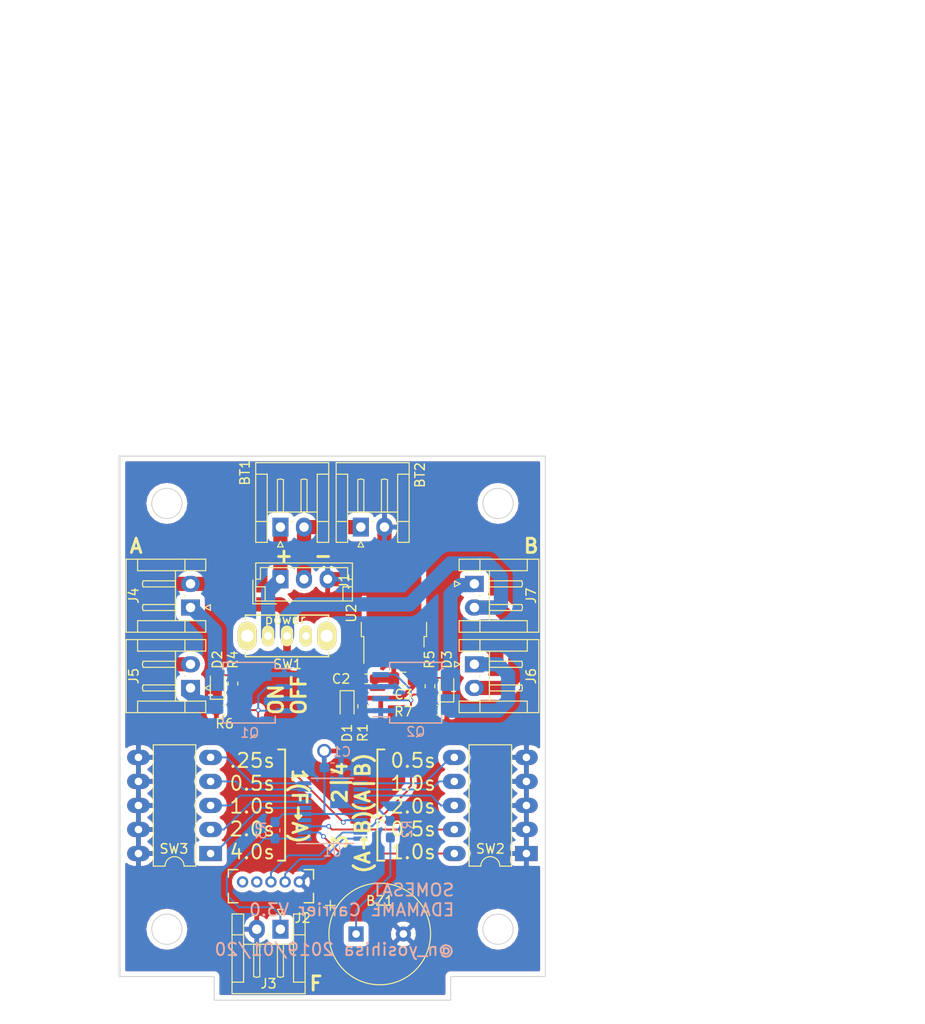
<source format=kicad_pcb>
(kicad_pcb (version 20171130) (host pcbnew "(5.0.0)")

  (general
    (thickness 1.6)
    (drawings 41)
    (tracks 189)
    (zones 0)
    (modules 30)
    (nets 33)
  )

  (page A4)
  (layers
    (0 F.Cu signal)
    (31 B.Cu signal)
    (36 B.SilkS user)
    (37 F.SilkS user)
    (38 B.Mask user)
    (39 F.Mask user)
    (40 Dwgs.User user)
    (41 Cmts.User user)
    (42 Eco1.User user)
    (43 Eco2.User user)
    (44 Edge.Cuts user)
    (45 Margin user)
    (46 B.CrtYd user)
    (47 F.CrtYd user)
    (48 B.Fab user hide)
    (49 F.Fab user hide)
  )

  (setup
    (last_trace_width 0.2032)
    (user_trace_width 0.16)
    (user_trace_width 0.2)
    (user_trace_width 0.5)
    (user_trace_width 0.8)
    (user_trace_width 1)
    (user_trace_width 1.5)
    (trace_clearance 0.2032)
    (zone_clearance 0.508)
    (zone_45_only no)
    (trace_min 0.1524)
    (segment_width 0.2)
    (edge_width 0.1)
    (via_size 0.2032)
    (via_drill 0.1524)
    (via_min_size 0.1524)
    (via_min_drill 0.1524)
    (user_via 0.5 0.3)
    (user_via 1.5 1)
    (uvia_size 0.3)
    (uvia_drill 0.1)
    (uvias_allowed no)
    (uvia_min_size 0.3)
    (uvia_min_drill 0.1)
    (pcb_text_width 0.3)
    (pcb_text_size 1.5 1.5)
    (mod_edge_width 0.15)
    (mod_text_size 1 1)
    (mod_text_width 0.15)
    (pad_size 1.524 1.524)
    (pad_drill 0.762)
    (pad_to_mask_clearance 0)
    (aux_axis_origin 52.5 46.5)
    (grid_origin 52.5 46.5)
    (visible_elements 7FFFFFFF)
    (pcbplotparams
      (layerselection 0x010f0_ffffffff)
      (usegerberextensions true)
      (usegerberattributes false)
      (usegerberadvancedattributes false)
      (creategerberjobfile false)
      (excludeedgelayer true)
      (linewidth 0.100000)
      (plotframeref false)
      (viasonmask false)
      (mode 1)
      (useauxorigin false)
      (hpglpennumber 1)
      (hpglpenspeed 20)
      (hpglpendiameter 15.000000)
      (psnegative false)
      (psa4output false)
      (plotreference true)
      (plotvalue true)
      (plotinvisibletext false)
      (padsonsilk false)
      (subtractmaskfromsilk true)
      (outputformat 1)
      (mirror false)
      (drillshape 0)
      (scaleselection 1)
      (outputdirectory "gerber/"))
  )

  (net 0 "")
  (net 1 /SWCLK)
  (net 2 /SWDIO)
  (net 3 GND)
  (net 4 +3V3)
  (net 5 +BATT)
  (net 6 "Net-(D1-Pad2)")
  (net 7 "Net-(BT1-Pad1)")
  (net 8 "Net-(D3-Pad2)")
  (net 9 "Net-(D2-Pad2)")
  (net 10 /PWM1)
  (net 11 /PWM0)
  (net 12 "Net-(BZ1-Pad1)")
  (net 13 /Buzzer)
  (net 14 /Flight_SW)
  (net 15 /Delay2_1s)
  (net 16 /Delay2_0.5s)
  (net 17 "Net-(U1-Pad4)")
  (net 18 /Delay0_4s)
  (net 19 /Delay0_2s)
  (net 20 /Delay0_1s)
  (net 21 /Delay0_0.5s)
  (net 22 /Delay0_0.25s)
  (net 23 /Delay1_0.5s)
  (net 24 /Delay1_1s)
  (net 25 /Delay1_2s)
  (net 26 "Net-(J4-Pad1)")
  (net 27 "Net-(J5-Pad1)")
  (net 28 "Net-(J6-Pad1)")
  (net 29 "Net-(BT1-Pad2)")
  (net 30 "Net-(J2-Pad1)")
  (net 31 "Net-(J2-Pad2)")
  (net 32 "Net-(J7-Pad1)")

  (net_class Default "これはデフォルトのネット クラスです。"
    (clearance 0.2032)
    (trace_width 0.2032)
    (via_dia 0.2032)
    (via_drill 0.1524)
    (uvia_dia 0.3)
    (uvia_drill 0.1)
    (diff_pair_gap 0.2032)
    (diff_pair_width 0.2)
    (add_net +3V3)
    (add_net +BATT)
    (add_net /Buzzer)
    (add_net /Delay0_0.25s)
    (add_net /Delay0_0.5s)
    (add_net /Delay0_1s)
    (add_net /Delay0_2s)
    (add_net /Delay0_4s)
    (add_net /Delay1_0.5s)
    (add_net /Delay1_1s)
    (add_net /Delay1_2s)
    (add_net /Delay2_0.5s)
    (add_net /Delay2_1s)
    (add_net /Flight_SW)
    (add_net /PWM0)
    (add_net /PWM1)
    (add_net /SWCLK)
    (add_net /SWDIO)
    (add_net GND)
    (add_net "Net-(BT1-Pad1)")
    (add_net "Net-(BT1-Pad2)")
    (add_net "Net-(BZ1-Pad1)")
    (add_net "Net-(D1-Pad2)")
    (add_net "Net-(D2-Pad2)")
    (add_net "Net-(D3-Pad2)")
    (add_net "Net-(J2-Pad1)")
    (add_net "Net-(J2-Pad2)")
    (add_net "Net-(J4-Pad1)")
    (add_net "Net-(J5-Pad1)")
    (add_net "Net-(J6-Pad1)")
    (add_net "Net-(J7-Pad1)")
    (add_net "Net-(U1-Pad4)")
  )

  (module Resistor_SMD:R_0603_1608Metric_Pad1.05x0.95mm_HandSolder (layer B.Cu) (tedit 5B301BBD) (tstamp 5C5187C1)
    (at 68.93 123.544 270)
    (descr "Resistor SMD 0603 (1608 Metric), square (rectangular) end terminal, IPC_7351 nominal with elongated pad for handsoldering. (Body size source: http://www.tortai-tech.com/upload/download/2011102023233369053.pdf), generated with kicad-footprint-generator")
    (tags "resistor handsolder")
    (path /5C482647)
    (attr smd)
    (fp_text reference R3 (at 0 1.43 270) (layer B.SilkS)
      (effects (font (size 1 1) (thickness 0.15)) (justify mirror))
    )
    (fp_text value 1k (at 0 -1.43 270) (layer B.Fab)
      (effects (font (size 1 1) (thickness 0.15)) (justify mirror))
    )
    (fp_line (start -0.8 -0.4) (end -0.8 0.4) (layer B.Fab) (width 0.1))
    (fp_line (start -0.8 0.4) (end 0.8 0.4) (layer B.Fab) (width 0.1))
    (fp_line (start 0.8 0.4) (end 0.8 -0.4) (layer B.Fab) (width 0.1))
    (fp_line (start 0.8 -0.4) (end -0.8 -0.4) (layer B.Fab) (width 0.1))
    (fp_line (start -0.171267 0.51) (end 0.171267 0.51) (layer B.SilkS) (width 0.12))
    (fp_line (start -0.171267 -0.51) (end 0.171267 -0.51) (layer B.SilkS) (width 0.12))
    (fp_line (start -1.65 -0.73) (end -1.65 0.73) (layer B.CrtYd) (width 0.05))
    (fp_line (start -1.65 0.73) (end 1.65 0.73) (layer B.CrtYd) (width 0.05))
    (fp_line (start 1.65 0.73) (end 1.65 -0.73) (layer B.CrtYd) (width 0.05))
    (fp_line (start 1.65 -0.73) (end -1.65 -0.73) (layer B.CrtYd) (width 0.05))
    (fp_text user %R (at 0 0 270) (layer B.Fab)
      (effects (font (size 0.4 0.4) (thickness 0.06)) (justify mirror))
    )
    (pad 1 smd roundrect (at -0.875 0 270) (size 1.05 0.95) (layers B.Cu B.Paste B.Mask) (roundrect_rratio 0.25)
      (net 4 +3V3))
    (pad 2 smd roundrect (at 0.875 0 270) (size 1.05 0.95) (layers B.Cu B.Paste B.Mask) (roundrect_rratio 0.25)
      (net 14 /Flight_SW))
    (model ${KISYS3DMOD}/Resistor_SMD.3dshapes/R_0603_1608Metric.wrl
      (at (xyz 0 0 0))
      (scale (xyz 1 1 1))
      (rotate (xyz 0 0 0))
    )
  )

  (module Capacitor_SMD:C_0603_1608Metric_Pad1.05x0.95mm_HandSolder (layer B.Cu) (tedit 5B301BBE) (tstamp 5C516DFE)
    (at 75.026 116.94)
    (descr "Capacitor SMD 0603 (1608 Metric), square (rectangular) end terminal, IPC_7351 nominal with elongated pad for handsoldering. (Body size source: http://www.tortai-tech.com/upload/download/2011102023233369053.pdf), generated with kicad-footprint-generator")
    (tags "capacitor handsolder")
    (path /5C47AF34)
    (attr smd)
    (fp_text reference C1 (at 0.974 -1.69) (layer B.SilkS)
      (effects (font (size 1 1) (thickness 0.15)) (justify mirror))
    )
    (fp_text value 0.1u (at 0 -1.43) (layer B.Fab)
      (effects (font (size 1 1) (thickness 0.15)) (justify mirror))
    )
    (fp_line (start -0.8 -0.4) (end -0.8 0.4) (layer B.Fab) (width 0.1))
    (fp_line (start -0.8 0.4) (end 0.8 0.4) (layer B.Fab) (width 0.1))
    (fp_line (start 0.8 0.4) (end 0.8 -0.4) (layer B.Fab) (width 0.1))
    (fp_line (start 0.8 -0.4) (end -0.8 -0.4) (layer B.Fab) (width 0.1))
    (fp_line (start -0.171267 0.51) (end 0.171267 0.51) (layer B.SilkS) (width 0.12))
    (fp_line (start -0.171267 -0.51) (end 0.171267 -0.51) (layer B.SilkS) (width 0.12))
    (fp_line (start -1.65 -0.73) (end -1.65 0.73) (layer B.CrtYd) (width 0.05))
    (fp_line (start -1.65 0.73) (end 1.65 0.73) (layer B.CrtYd) (width 0.05))
    (fp_line (start 1.65 0.73) (end 1.65 -0.73) (layer B.CrtYd) (width 0.05))
    (fp_line (start 1.65 -0.73) (end -1.65 -0.73) (layer B.CrtYd) (width 0.05))
    (fp_text user %R (at 0 0) (layer B.Fab)
      (effects (font (size 0.4 0.4) (thickness 0.06)) (justify mirror))
    )
    (pad 1 smd roundrect (at -0.875 0) (size 1.05 0.95) (layers B.Cu B.Paste B.Mask) (roundrect_rratio 0.25)
      (net 4 +3V3))
    (pad 2 smd roundrect (at 0.875 0) (size 1.05 0.95) (layers B.Cu B.Paste B.Mask) (roundrect_rratio 0.25)
      (net 3 GND))
    (model ${KISYS3DMOD}/Capacitor_SMD.3dshapes/C_0603_1608Metric.wrl
      (at (xyz 0 0 0))
      (scale (xyz 1 1 1))
      (rotate (xyz 0 0 0))
    )
  )

  (module user:STlink (layer F.Cu) (tedit 5BE2DAA9) (tstamp 5C508CC0)
    (at 65.5 129)
    (path /5C447C9F)
    (fp_text reference J2 (at 6.35 3.81) (layer F.SilkS)
      (effects (font (size 1 1) (thickness 0.15)))
    )
    (fp_text value Debug (at 10 -0.6) (layer F.Fab)
      (effects (font (size 1 1) (thickness 0.15)))
    )
    (fp_text user CLK (at 3.1 3.7 90) (layer F.Fab)
      (effects (font (size 1 1) (thickness 0.15)))
    )
    (fp_text user GND (at 6.1 3.8 90) (layer F.Fab)
      (effects (font (size 1 1) (thickness 0.15)))
    )
    (fp_text user DIO (at 4.6 3.5 90) (layer F.Fab)
      (effects (font (size 1 1) (thickness 0.15)))
    )
    (fp_text user SWO/RX (at 1.6 5.4 90) (layer F.Fab)
      (effects (font (size 1 1) (thickness 0.15)))
    )
    (fp_text user NRST/TX (at 0 5.6 90) (layer F.Fab)
      (effects (font (size 1 1) (thickness 0.15)))
    )
    (fp_line (start -1.5 -1.3) (end -1.5 -0.5) (layer F.SilkS) (width 0.15))
    (fp_line (start -1.5 -1.3) (end -0.5 -1.3) (layer F.SilkS) (width 0.15))
    (fp_line (start 7.5 -1.3) (end 6.5 -1.3) (layer F.SilkS) (width 0.15))
    (fp_line (start 7.5 -1.3) (end 7.5 -0.3) (layer F.SilkS) (width 0.15))
    (fp_line (start -1.5 2.2) (end -1.5 1.2) (layer F.SilkS) (width 0.15))
    (fp_line (start 7.5 2.2) (end 7.5 1.2) (layer F.SilkS) (width 0.15))
    (fp_line (start -1.5 2.2) (end -0.5 2.2) (layer F.SilkS) (width 0.15))
    (fp_line (start 7.5 2.2) (end 6.5 2.2) (layer F.SilkS) (width 0.15))
    (pad 1 thru_hole circle (at 0 0) (size 1.2 1.2) (drill 0.7) (layers *.Cu *.Mask)
      (net 30 "Net-(J2-Pad1)"))
    (pad 2 thru_hole circle (at 1.5 0) (size 1.2 1.2) (drill 0.7) (layers *.Cu *.Mask)
      (net 31 "Net-(J2-Pad2)"))
    (pad 3 thru_hole circle (at 3 0) (size 1.2 1.2) (drill 0.7) (layers *.Cu *.Mask)
      (net 1 /SWCLK))
    (pad 4 thru_hole circle (at 4.5 0) (size 1.2 1.2) (drill 0.7) (layers *.Cu *.Mask)
      (net 2 /SWDIO))
    (pad 5 thru_hole circle (at 6 0) (size 1.2 1.2) (drill 0.7) (layers *.Cu *.Mask)
      (net 3 GND))
  )

  (module Capacitor_SMD:C_0603_1608Metric_Pad1.05x0.95mm_HandSolder (layer F.Cu) (tedit 5B301BBE) (tstamp 5C506D1D)
    (at 78.596 107.542)
    (descr "Capacitor SMD 0603 (1608 Metric), square (rectangular) end terminal, IPC_7351 nominal with elongated pad for handsoldering. (Body size source: http://www.tortai-tech.com/upload/download/2011102023233369053.pdf), generated with kicad-footprint-generator")
    (tags "capacitor handsolder")
    (path /5C4E0EC1)
    (attr smd)
    (fp_text reference C2 (at -2.681 0) (layer F.SilkS)
      (effects (font (size 1 1) (thickness 0.15)))
    )
    (fp_text value 0.1u (at 0 1.43) (layer F.Fab)
      (effects (font (size 1 1) (thickness 0.15)))
    )
    (fp_line (start -0.8 0.4) (end -0.8 -0.4) (layer F.Fab) (width 0.1))
    (fp_line (start -0.8 -0.4) (end 0.8 -0.4) (layer F.Fab) (width 0.1))
    (fp_line (start 0.8 -0.4) (end 0.8 0.4) (layer F.Fab) (width 0.1))
    (fp_line (start 0.8 0.4) (end -0.8 0.4) (layer F.Fab) (width 0.1))
    (fp_line (start -0.171267 -0.51) (end 0.171267 -0.51) (layer F.SilkS) (width 0.12))
    (fp_line (start -0.171267 0.51) (end 0.171267 0.51) (layer F.SilkS) (width 0.12))
    (fp_line (start -1.65 0.73) (end -1.65 -0.73) (layer F.CrtYd) (width 0.05))
    (fp_line (start -1.65 -0.73) (end 1.65 -0.73) (layer F.CrtYd) (width 0.05))
    (fp_line (start 1.65 -0.73) (end 1.65 0.73) (layer F.CrtYd) (width 0.05))
    (fp_line (start 1.65 0.73) (end -1.65 0.73) (layer F.CrtYd) (width 0.05))
    (fp_text user %R (at 0 0) (layer F.Fab)
      (effects (font (size 0.4 0.4) (thickness 0.06)))
    )
    (pad 1 smd roundrect (at -0.875 0) (size 1.05 0.95) (layers F.Cu F.Paste F.Mask) (roundrect_rratio 0.25)
      (net 5 +BATT))
    (pad 2 smd roundrect (at 0.875 0) (size 1.05 0.95) (layers F.Cu F.Paste F.Mask) (roundrect_rratio 0.25)
      (net 3 GND))
    (model ${KISYS3DMOD}/Capacitor_SMD.3dshapes/C_0603_1608Metric.wrl
      (at (xyz 0 0 0))
      (scale (xyz 1 1 1))
      (rotate (xyz 0 0 0))
    )
  )

  (module Capacitor_SMD:C_0805_2012Metric_Pad1.15x1.40mm_HandSolder (layer F.Cu) (tedit 5B36C52B) (tstamp 5C506D0C)
    (at 82.51 107.542 180)
    (descr "Capacitor SMD 0805 (2012 Metric), square (rectangular) end terminal, IPC_7351 nominal with elongated pad for handsoldering. (Body size source: https://docs.google.com/spreadsheets/d/1BsfQQcO9C6DZCsRaXUlFlo91Tg2WpOkGARC1WS5S8t0/edit?usp=sharing), generated with kicad-footprint-generator")
    (tags "capacitor handsolder")
    (path /5C4E8BC8)
    (attr smd)
    (fp_text reference C3 (at -0.009 -1.651 180) (layer F.SilkS)
      (effects (font (size 1 1) (thickness 0.15)))
    )
    (fp_text value 10u (at 0 1.65 180) (layer F.Fab)
      (effects (font (size 1 1) (thickness 0.15)))
    )
    (fp_line (start -1 0.6) (end -1 -0.6) (layer F.Fab) (width 0.1))
    (fp_line (start -1 -0.6) (end 1 -0.6) (layer F.Fab) (width 0.1))
    (fp_line (start 1 -0.6) (end 1 0.6) (layer F.Fab) (width 0.1))
    (fp_line (start 1 0.6) (end -1 0.6) (layer F.Fab) (width 0.1))
    (fp_line (start -0.261252 -0.71) (end 0.261252 -0.71) (layer F.SilkS) (width 0.12))
    (fp_line (start -0.261252 0.71) (end 0.261252 0.71) (layer F.SilkS) (width 0.12))
    (fp_line (start -1.85 0.95) (end -1.85 -0.95) (layer F.CrtYd) (width 0.05))
    (fp_line (start -1.85 -0.95) (end 1.85 -0.95) (layer F.CrtYd) (width 0.05))
    (fp_line (start 1.85 -0.95) (end 1.85 0.95) (layer F.CrtYd) (width 0.05))
    (fp_line (start 1.85 0.95) (end -1.85 0.95) (layer F.CrtYd) (width 0.05))
    (fp_text user %R (at 0 0 180) (layer F.Fab)
      (effects (font (size 0.5 0.5) (thickness 0.08)))
    )
    (pad 1 smd roundrect (at -1.025 0 180) (size 1.15 1.4) (layers F.Cu F.Paste F.Mask) (roundrect_rratio 0.217391)
      (net 4 +3V3))
    (pad 2 smd roundrect (at 1.025 0 180) (size 1.15 1.4) (layers F.Cu F.Paste F.Mask) (roundrect_rratio 0.217391)
      (net 3 GND))
    (model ${KISYS3DMOD}/Capacitor_SMD.3dshapes/C_0805_2012Metric.wrl
      (at (xyz 0 0 0))
      (scale (xyz 1 1 1))
      (rotate (xyz 0 0 0))
    )
  )

  (module Capacitor_THT:CP_Radial_Tantal_D10.5mm_P5.00mm (layer F.Cu) (tedit 5AE50EF0) (tstamp 5C506CFB)
    (at 77.5 134.5)
    (descr "CP, Radial_Tantal series, Radial, pin pitch=5.00mm, , diameter=10.5mm, Tantal Electrolytic Capacitor, http://cdn-reichelt.de/documents/datenblatt/B300/TANTAL-TB-Serie%23.pdf")
    (tags "CP Radial_Tantal series Radial pin pitch 5.00mm  diameter 10.5mm Tantal Electrolytic Capacitor")
    (path /5C609625)
    (fp_text reference BZ1 (at 2.5 -3.5) (layer F.SilkS)
      (effects (font (size 1 1) (thickness 0.15)))
    )
    (fp_text value Buzzer (at 2.5 6.5) (layer F.Fab)
      (effects (font (size 1 1) (thickness 0.15)))
    )
    (fp_text user %R (at 2.5 0) (layer F.Fab)
      (effects (font (size 1 1) (thickness 0.15)))
    )
    (fp_line (start -2.722133 -3.54) (end -2.722133 -2.49) (layer F.SilkS) (width 0.12))
    (fp_line (start -3.247133 -3.015) (end -2.197133 -3.015) (layer F.SilkS) (width 0.12))
    (fp_line (start -1.479387 -2.8225) (end -1.479387 -1.7725) (layer F.Fab) (width 0.1))
    (fp_line (start -2.004387 -2.2975) (end -0.954387 -2.2975) (layer F.Fab) (width 0.1))
    (fp_circle (center 2.5 0) (end 8 0) (layer F.CrtYd) (width 0.05))
    (fp_circle (center 2.5 0) (end 7.87 0) (layer F.SilkS) (width 0.12))
    (fp_circle (center 2.5 0) (end 7.75 0) (layer F.Fab) (width 0.1))
    (pad 2 thru_hole circle (at 5 0) (size 1.6 1.6) (drill 0.8) (layers *.Cu *.Mask)
      (net 3 GND))
    (pad 1 thru_hole rect (at 0 0) (size 1.6 1.6) (drill 0.8) (layers *.Cu *.Mask)
      (net 12 "Net-(BZ1-Pad1)"))
  )

  (module Connector_JST:JST_EH_B03B-EH-A_1x03_P2.50mm_Vertical (layer F.Cu) (tedit 5A0EB040) (tstamp 5C506CED)
    (at 69.5 97)
    (descr "JST EH series connector, B03B-EH-A (http://www.jst-mfg.com/product/pdf/eng/eEH.pdf), generated with kicad-footprint-generator")
    (tags "connector JST EH side entry")
    (path /5C437199)
    (fp_text reference J1 (at 6.75 0.25 90) (layer F.SilkS)
      (effects (font (size 1 1) (thickness 0.15)))
    )
    (fp_text value Charge (at 2.5 3.4) (layer F.Fab)
      (effects (font (size 1 1) (thickness 0.15)))
    )
    (fp_line (start -2.5 -1.6) (end -2.5 2.2) (layer F.Fab) (width 0.1))
    (fp_line (start -2.5 2.2) (end 7.5 2.2) (layer F.Fab) (width 0.1))
    (fp_line (start 7.5 2.2) (end 7.5 -1.6) (layer F.Fab) (width 0.1))
    (fp_line (start 7.5 -1.6) (end -2.5 -1.6) (layer F.Fab) (width 0.1))
    (fp_line (start -3 -2.1) (end -3 2.7) (layer F.CrtYd) (width 0.05))
    (fp_line (start -3 2.7) (end 8 2.7) (layer F.CrtYd) (width 0.05))
    (fp_line (start 8 2.7) (end 8 -2.1) (layer F.CrtYd) (width 0.05))
    (fp_line (start 8 -2.1) (end -3 -2.1) (layer F.CrtYd) (width 0.05))
    (fp_line (start -2.61 -1.71) (end -2.61 2.31) (layer F.SilkS) (width 0.12))
    (fp_line (start -2.61 2.31) (end 7.61 2.31) (layer F.SilkS) (width 0.12))
    (fp_line (start 7.61 2.31) (end 7.61 -1.71) (layer F.SilkS) (width 0.12))
    (fp_line (start 7.61 -1.71) (end -2.61 -1.71) (layer F.SilkS) (width 0.12))
    (fp_line (start -2.61 0) (end -2.11 0) (layer F.SilkS) (width 0.12))
    (fp_line (start -2.11 0) (end -2.11 -1.21) (layer F.SilkS) (width 0.12))
    (fp_line (start -2.11 -1.21) (end 7.11 -1.21) (layer F.SilkS) (width 0.12))
    (fp_line (start 7.11 -1.21) (end 7.11 0) (layer F.SilkS) (width 0.12))
    (fp_line (start 7.11 0) (end 7.61 0) (layer F.SilkS) (width 0.12))
    (fp_line (start -2.61 0.81) (end -1.61 0.81) (layer F.SilkS) (width 0.12))
    (fp_line (start -1.61 0.81) (end -1.61 2.31) (layer F.SilkS) (width 0.12))
    (fp_line (start 7.61 0.81) (end 6.61 0.81) (layer F.SilkS) (width 0.12))
    (fp_line (start 6.61 0.81) (end 6.61 2.31) (layer F.SilkS) (width 0.12))
    (fp_line (start -2.91 0.11) (end -2.91 2.61) (layer F.SilkS) (width 0.12))
    (fp_line (start -2.91 2.61) (end -0.41 2.61) (layer F.SilkS) (width 0.12))
    (fp_line (start -2.91 0.11) (end -2.91 2.61) (layer F.Fab) (width 0.1))
    (fp_line (start -2.91 2.61) (end -0.41 2.61) (layer F.Fab) (width 0.1))
    (fp_text user %R (at 2.5 2) (layer F.Fab)
      (effects (font (size 1 1) (thickness 0.15)))
    )
    (pad 1 thru_hole rect (at 0 0) (size 1.7 1.95) (drill 0.95) (layers *.Cu *.Mask)
      (net 7 "Net-(BT1-Pad1)"))
    (pad 2 thru_hole oval (at 2.5 0) (size 1.7 1.95) (drill 0.95) (layers *.Cu *.Mask)
      (net 29 "Net-(BT1-Pad2)"))
    (pad 3 thru_hole oval (at 5 0) (size 1.7 1.95) (drill 0.95) (layers *.Cu *.Mask)
      (net 3 GND))
    (model ${KISYS3DMOD}/Connector_JST.3dshapes/JST_EH_B03B-EH-A_1x03_P2.50mm_Vertical.wrl
      (at (xyz 0 0 0))
      (scale (xyz 1 1 1))
      (rotate (xyz 0 0 0))
    )
  )

  (module Connector_JST:JST_EH_S02B-EH_1x02_P2.50mm_Horizontal (layer F.Cu) (tedit 5A0EBB2C) (tstamp 5C506CCC)
    (at 90 106 270)
    (descr "JST EH series connector, S02B-EH (http://www.jst-mfg.com/product/pdf/eng/eEH.pdf), generated with kicad-footprint-generator")
    (tags "connector JST EH top entry")
    (path /5C437C2D)
    (fp_text reference J6 (at 1.25 -6 270) (layer F.SilkS)
      (effects (font (size 1 1) (thickness 0.15)))
    )
    (fp_text value Nichrome3 (at 1.25 2.7 270) (layer F.Fab)
      (effects (font (size 1 1) (thickness 0.15)))
    )
    (fp_text user %R (at 1.25 -2.6 270) (layer F.Fab)
      (effects (font (size 1 1) (thickness 0.15)))
    )
    (fp_line (start 0 -1.407107) (end 0.5 -0.7) (layer F.Fab) (width 0.1))
    (fp_line (start -0.5 -0.7) (end 0 -1.407107) (layer F.Fab) (width 0.1))
    (fp_line (start 0.3 2.1) (end 0 1.5) (layer F.SilkS) (width 0.12))
    (fp_line (start -0.3 2.1) (end 0.3 2.1) (layer F.SilkS) (width 0.12))
    (fp_line (start 0 1.5) (end -0.3 2.1) (layer F.SilkS) (width 0.12))
    (fp_line (start 2.82 -1.59) (end 2.5 -1.59) (layer F.SilkS) (width 0.12))
    (fp_line (start 2.82 -5.01) (end 2.82 -1.59) (layer F.SilkS) (width 0.12))
    (fp_line (start 2.5 -5.09) (end 2.82 -5.01) (layer F.SilkS) (width 0.12))
    (fp_line (start 2.18 -5.01) (end 2.5 -5.09) (layer F.SilkS) (width 0.12))
    (fp_line (start 2.18 -1.59) (end 2.18 -5.01) (layer F.SilkS) (width 0.12))
    (fp_line (start 2.5 -1.59) (end 2.18 -1.59) (layer F.SilkS) (width 0.12))
    (fp_line (start 1.17 -0.59) (end 1.33 -0.59) (layer F.SilkS) (width 0.12))
    (fp_line (start 0.32 -1.59) (end 0 -1.59) (layer F.SilkS) (width 0.12))
    (fp_line (start 0.32 -5.01) (end 0.32 -1.59) (layer F.SilkS) (width 0.12))
    (fp_line (start 0 -5.09) (end 0.32 -5.01) (layer F.SilkS) (width 0.12))
    (fp_line (start -0.32 -5.01) (end 0 -5.09) (layer F.SilkS) (width 0.12))
    (fp_line (start -0.32 -1.59) (end -0.32 -5.01) (layer F.SilkS) (width 0.12))
    (fp_line (start 0 -1.59) (end -0.32 -1.59) (layer F.SilkS) (width 0.12))
    (fp_line (start -1.39 -1.59) (end 3.89 -1.59) (layer F.SilkS) (width 0.12))
    (fp_line (start 3.89 -0.59) (end 5.11 -0.59) (layer F.SilkS) (width 0.12))
    (fp_line (start 3.89 -5.59) (end 3.89 -0.59) (layer F.SilkS) (width 0.12))
    (fp_line (start 5.11 -5.59) (end 3.89 -5.59) (layer F.SilkS) (width 0.12))
    (fp_line (start -1.39 -0.59) (end -2.61 -0.59) (layer F.SilkS) (width 0.12))
    (fp_line (start -1.39 -5.59) (end -1.39 -0.59) (layer F.SilkS) (width 0.12))
    (fp_line (start -2.61 -5.59) (end -1.39 -5.59) (layer F.SilkS) (width 0.12))
    (fp_line (start 3.89 1.61) (end 3.89 -0.59) (layer F.SilkS) (width 0.12))
    (fp_line (start 5.11 1.61) (end 3.89 1.61) (layer F.SilkS) (width 0.12))
    (fp_line (start 5.11 -6.81) (end 5.11 1.61) (layer F.SilkS) (width 0.12))
    (fp_line (start -2.61 -6.81) (end 5.11 -6.81) (layer F.SilkS) (width 0.12))
    (fp_line (start -2.61 1.61) (end -2.61 -6.81) (layer F.SilkS) (width 0.12))
    (fp_line (start -1.39 1.61) (end -2.61 1.61) (layer F.SilkS) (width 0.12))
    (fp_line (start -1.39 -0.59) (end -1.39 1.61) (layer F.SilkS) (width 0.12))
    (fp_line (start 5.5 -7.2) (end -3 -7.2) (layer F.CrtYd) (width 0.05))
    (fp_line (start 5.5 2) (end 5.5 -7.2) (layer F.CrtYd) (width 0.05))
    (fp_line (start -3 2) (end 5.5 2) (layer F.CrtYd) (width 0.05))
    (fp_line (start -3 -7.2) (end -3 2) (layer F.CrtYd) (width 0.05))
    (fp_line (start 4 -0.7) (end -1.5 -0.7) (layer F.Fab) (width 0.1))
    (fp_line (start 4 1.5) (end 4 -0.7) (layer F.Fab) (width 0.1))
    (fp_line (start 5 1.5) (end 4 1.5) (layer F.Fab) (width 0.1))
    (fp_line (start 5 -6.7) (end 5 1.5) (layer F.Fab) (width 0.1))
    (fp_line (start -2.5 -6.7) (end 5 -6.7) (layer F.Fab) (width 0.1))
    (fp_line (start -2.5 1.5) (end -2.5 -6.7) (layer F.Fab) (width 0.1))
    (fp_line (start -1.5 1.5) (end -2.5 1.5) (layer F.Fab) (width 0.1))
    (fp_line (start -1.5 -0.7) (end -1.5 1.5) (layer F.Fab) (width 0.1))
    (pad 2 thru_hole oval (at 2.5 0 270) (size 1.7 2) (drill 1) (layers *.Cu *.Mask)
      (net 5 +BATT))
    (pad 1 thru_hole rect (at 0 0 270) (size 1.7 2) (drill 1) (layers *.Cu *.Mask)
      (net 28 "Net-(J6-Pad1)"))
    (model ${KISYS3DMOD}/Connector_JST.3dshapes/JST_EH_S02B-EH_1x02_P2.50mm_Horizontal.wrl
      (at (xyz 0 0 0))
      (scale (xyz 1 1 1))
      (rotate (xyz 0 0 0))
    )
  )

  (module Connector_JST:JST_EH_S02B-EH_1x02_P2.50mm_Horizontal (layer F.Cu) (tedit 5A0EBB2C) (tstamp 5C506C99)
    (at 78 91.5)
    (descr "JST EH series connector, S02B-EH (http://www.jst-mfg.com/product/pdf/eng/eEH.pdf), generated with kicad-footprint-generator")
    (tags "connector JST EH top entry")
    (path /5C395774)
    (fp_text reference BT2 (at 6.25 -5.5 90) (layer F.SilkS)
      (effects (font (size 1 1) (thickness 0.15)))
    )
    (fp_text value Li-Po (at 1.25 2.7) (layer F.Fab)
      (effects (font (size 1 1) (thickness 0.15)))
    )
    (fp_text user %R (at 1.25 -2.6) (layer F.Fab)
      (effects (font (size 1 1) (thickness 0.15)))
    )
    (fp_line (start 0 -1.407107) (end 0.5 -0.7) (layer F.Fab) (width 0.1))
    (fp_line (start -0.5 -0.7) (end 0 -1.407107) (layer F.Fab) (width 0.1))
    (fp_line (start 0.3 2.1) (end 0 1.5) (layer F.SilkS) (width 0.12))
    (fp_line (start -0.3 2.1) (end 0.3 2.1) (layer F.SilkS) (width 0.12))
    (fp_line (start 0 1.5) (end -0.3 2.1) (layer F.SilkS) (width 0.12))
    (fp_line (start 2.82 -1.59) (end 2.5 -1.59) (layer F.SilkS) (width 0.12))
    (fp_line (start 2.82 -5.01) (end 2.82 -1.59) (layer F.SilkS) (width 0.12))
    (fp_line (start 2.5 -5.09) (end 2.82 -5.01) (layer F.SilkS) (width 0.12))
    (fp_line (start 2.18 -5.01) (end 2.5 -5.09) (layer F.SilkS) (width 0.12))
    (fp_line (start 2.18 -1.59) (end 2.18 -5.01) (layer F.SilkS) (width 0.12))
    (fp_line (start 2.5 -1.59) (end 2.18 -1.59) (layer F.SilkS) (width 0.12))
    (fp_line (start 1.17 -0.59) (end 1.33 -0.59) (layer F.SilkS) (width 0.12))
    (fp_line (start 0.32 -1.59) (end 0 -1.59) (layer F.SilkS) (width 0.12))
    (fp_line (start 0.32 -5.01) (end 0.32 -1.59) (layer F.SilkS) (width 0.12))
    (fp_line (start 0 -5.09) (end 0.32 -5.01) (layer F.SilkS) (width 0.12))
    (fp_line (start -0.32 -5.01) (end 0 -5.09) (layer F.SilkS) (width 0.12))
    (fp_line (start -0.32 -1.59) (end -0.32 -5.01) (layer F.SilkS) (width 0.12))
    (fp_line (start 0 -1.59) (end -0.32 -1.59) (layer F.SilkS) (width 0.12))
    (fp_line (start -1.39 -1.59) (end 3.89 -1.59) (layer F.SilkS) (width 0.12))
    (fp_line (start 3.89 -0.59) (end 5.11 -0.59) (layer F.SilkS) (width 0.12))
    (fp_line (start 3.89 -5.59) (end 3.89 -0.59) (layer F.SilkS) (width 0.12))
    (fp_line (start 5.11 -5.59) (end 3.89 -5.59) (layer F.SilkS) (width 0.12))
    (fp_line (start -1.39 -0.59) (end -2.61 -0.59) (layer F.SilkS) (width 0.12))
    (fp_line (start -1.39 -5.59) (end -1.39 -0.59) (layer F.SilkS) (width 0.12))
    (fp_line (start -2.61 -5.59) (end -1.39 -5.59) (layer F.SilkS) (width 0.12))
    (fp_line (start 3.89 1.61) (end 3.89 -0.59) (layer F.SilkS) (width 0.12))
    (fp_line (start 5.11 1.61) (end 3.89 1.61) (layer F.SilkS) (width 0.12))
    (fp_line (start 5.11 -6.81) (end 5.11 1.61) (layer F.SilkS) (width 0.12))
    (fp_line (start -2.61 -6.81) (end 5.11 -6.81) (layer F.SilkS) (width 0.12))
    (fp_line (start -2.61 1.61) (end -2.61 -6.81) (layer F.SilkS) (width 0.12))
    (fp_line (start -1.39 1.61) (end -2.61 1.61) (layer F.SilkS) (width 0.12))
    (fp_line (start -1.39 -0.59) (end -1.39 1.61) (layer F.SilkS) (width 0.12))
    (fp_line (start 5.5 -7.2) (end -3 -7.2) (layer F.CrtYd) (width 0.05))
    (fp_line (start 5.5 2) (end 5.5 -7.2) (layer F.CrtYd) (width 0.05))
    (fp_line (start -3 2) (end 5.5 2) (layer F.CrtYd) (width 0.05))
    (fp_line (start -3 -7.2) (end -3 2) (layer F.CrtYd) (width 0.05))
    (fp_line (start 4 -0.7) (end -1.5 -0.7) (layer F.Fab) (width 0.1))
    (fp_line (start 4 1.5) (end 4 -0.7) (layer F.Fab) (width 0.1))
    (fp_line (start 5 1.5) (end 4 1.5) (layer F.Fab) (width 0.1))
    (fp_line (start 5 -6.7) (end 5 1.5) (layer F.Fab) (width 0.1))
    (fp_line (start -2.5 -6.7) (end 5 -6.7) (layer F.Fab) (width 0.1))
    (fp_line (start -2.5 1.5) (end -2.5 -6.7) (layer F.Fab) (width 0.1))
    (fp_line (start -1.5 1.5) (end -2.5 1.5) (layer F.Fab) (width 0.1))
    (fp_line (start -1.5 -0.7) (end -1.5 1.5) (layer F.Fab) (width 0.1))
    (pad 2 thru_hole oval (at 2.5 0) (size 1.7 2) (drill 1) (layers *.Cu *.Mask)
      (net 3 GND))
    (pad 1 thru_hole rect (at 0 0) (size 1.7 2) (drill 1) (layers *.Cu *.Mask)
      (net 29 "Net-(BT1-Pad2)"))
    (model ${KISYS3DMOD}/Connector_JST.3dshapes/JST_EH_S02B-EH_1x02_P2.50mm_Horizontal.wrl
      (at (xyz 0 0 0))
      (scale (xyz 1 1 1))
      (rotate (xyz 0 0 0))
    )
  )

  (module Connector_JST:JST_EH_S02B-EH_1x02_P2.50mm_Horizontal (layer F.Cu) (tedit 5A0EBB2C) (tstamp 5C506C66)
    (at 69.5 134 180)
    (descr "JST EH series connector, S02B-EH (http://www.jst-mfg.com/product/pdf/eng/eEH.pdf), generated with kicad-footprint-generator")
    (tags "connector JST EH top entry")
    (path /5C43723B)
    (fp_text reference J3 (at 1.25 -5.75 180) (layer F.SilkS)
      (effects (font (size 1 1) (thickness 0.15)))
    )
    (fp_text value flightpin (at 1.25 2.7 180) (layer F.Fab)
      (effects (font (size 1 1) (thickness 0.15)))
    )
    (fp_line (start -1.5 -0.7) (end -1.5 1.5) (layer F.Fab) (width 0.1))
    (fp_line (start -1.5 1.5) (end -2.5 1.5) (layer F.Fab) (width 0.1))
    (fp_line (start -2.5 1.5) (end -2.5 -6.7) (layer F.Fab) (width 0.1))
    (fp_line (start -2.5 -6.7) (end 5 -6.7) (layer F.Fab) (width 0.1))
    (fp_line (start 5 -6.7) (end 5 1.5) (layer F.Fab) (width 0.1))
    (fp_line (start 5 1.5) (end 4 1.5) (layer F.Fab) (width 0.1))
    (fp_line (start 4 1.5) (end 4 -0.7) (layer F.Fab) (width 0.1))
    (fp_line (start 4 -0.7) (end -1.5 -0.7) (layer F.Fab) (width 0.1))
    (fp_line (start -3 -7.2) (end -3 2) (layer F.CrtYd) (width 0.05))
    (fp_line (start -3 2) (end 5.5 2) (layer F.CrtYd) (width 0.05))
    (fp_line (start 5.5 2) (end 5.5 -7.2) (layer F.CrtYd) (width 0.05))
    (fp_line (start 5.5 -7.2) (end -3 -7.2) (layer F.CrtYd) (width 0.05))
    (fp_line (start -1.39 -0.59) (end -1.39 1.61) (layer F.SilkS) (width 0.12))
    (fp_line (start -1.39 1.61) (end -2.61 1.61) (layer F.SilkS) (width 0.12))
    (fp_line (start -2.61 1.61) (end -2.61 -6.81) (layer F.SilkS) (width 0.12))
    (fp_line (start -2.61 -6.81) (end 5.11 -6.81) (layer F.SilkS) (width 0.12))
    (fp_line (start 5.11 -6.81) (end 5.11 1.61) (layer F.SilkS) (width 0.12))
    (fp_line (start 5.11 1.61) (end 3.89 1.61) (layer F.SilkS) (width 0.12))
    (fp_line (start 3.89 1.61) (end 3.89 -0.59) (layer F.SilkS) (width 0.12))
    (fp_line (start -2.61 -5.59) (end -1.39 -5.59) (layer F.SilkS) (width 0.12))
    (fp_line (start -1.39 -5.59) (end -1.39 -0.59) (layer F.SilkS) (width 0.12))
    (fp_line (start -1.39 -0.59) (end -2.61 -0.59) (layer F.SilkS) (width 0.12))
    (fp_line (start 5.11 -5.59) (end 3.89 -5.59) (layer F.SilkS) (width 0.12))
    (fp_line (start 3.89 -5.59) (end 3.89 -0.59) (layer F.SilkS) (width 0.12))
    (fp_line (start 3.89 -0.59) (end 5.11 -0.59) (layer F.SilkS) (width 0.12))
    (fp_line (start -1.39 -1.59) (end 3.89 -1.59) (layer F.SilkS) (width 0.12))
    (fp_line (start 0 -1.59) (end -0.32 -1.59) (layer F.SilkS) (width 0.12))
    (fp_line (start -0.32 -1.59) (end -0.32 -5.01) (layer F.SilkS) (width 0.12))
    (fp_line (start -0.32 -5.01) (end 0 -5.09) (layer F.SilkS) (width 0.12))
    (fp_line (start 0 -5.09) (end 0.32 -5.01) (layer F.SilkS) (width 0.12))
    (fp_line (start 0.32 -5.01) (end 0.32 -1.59) (layer F.SilkS) (width 0.12))
    (fp_line (start 0.32 -1.59) (end 0 -1.59) (layer F.SilkS) (width 0.12))
    (fp_line (start 1.17 -0.59) (end 1.33 -0.59) (layer F.SilkS) (width 0.12))
    (fp_line (start 2.5 -1.59) (end 2.18 -1.59) (layer F.SilkS) (width 0.12))
    (fp_line (start 2.18 -1.59) (end 2.18 -5.01) (layer F.SilkS) (width 0.12))
    (fp_line (start 2.18 -5.01) (end 2.5 -5.09) (layer F.SilkS) (width 0.12))
    (fp_line (start 2.5 -5.09) (end 2.82 -5.01) (layer F.SilkS) (width 0.12))
    (fp_line (start 2.82 -5.01) (end 2.82 -1.59) (layer F.SilkS) (width 0.12))
    (fp_line (start 2.82 -1.59) (end 2.5 -1.59) (layer F.SilkS) (width 0.12))
    (fp_line (start 0 1.5) (end -0.3 2.1) (layer F.SilkS) (width 0.12))
    (fp_line (start -0.3 2.1) (end 0.3 2.1) (layer F.SilkS) (width 0.12))
    (fp_line (start 0.3 2.1) (end 0 1.5) (layer F.SilkS) (width 0.12))
    (fp_line (start -0.5 -0.7) (end 0 -1.407107) (layer F.Fab) (width 0.1))
    (fp_line (start 0 -1.407107) (end 0.5 -0.7) (layer F.Fab) (width 0.1))
    (fp_text user %R (at 1.25 -2.6 180) (layer F.Fab)
      (effects (font (size 1 1) (thickness 0.15)))
    )
    (pad 1 thru_hole rect (at 0 0 180) (size 1.7 2) (drill 1) (layers *.Cu *.Mask)
      (net 14 /Flight_SW))
    (pad 2 thru_hole oval (at 2.5 0 180) (size 1.7 2) (drill 1) (layers *.Cu *.Mask)
      (net 3 GND))
    (model ${KISYS3DMOD}/Connector_JST.3dshapes/JST_EH_S02B-EH_1x02_P2.50mm_Horizontal.wrl
      (at (xyz 0 0 0))
      (scale (xyz 1 1 1))
      (rotate (xyz 0 0 0))
    )
  )

  (module Connector_JST:JST_EH_S02B-EH_1x02_P2.50mm_Horizontal (layer F.Cu) (tedit 5A0EBB2C) (tstamp 5C506C33)
    (at 60 100 90)
    (descr "JST EH series connector, S02B-EH (http://www.jst-mfg.com/product/pdf/eng/eEH.pdf), generated with kicad-footprint-generator")
    (tags "connector JST EH top entry")
    (path /5C436EE4)
    (fp_text reference J4 (at 1.25 -6 90) (layer F.SilkS)
      (effects (font (size 1 1) (thickness 0.15)))
    )
    (fp_text value Nichrome1 (at 1.25 2.7 90) (layer F.Fab)
      (effects (font (size 1 1) (thickness 0.15)))
    )
    (fp_text user %R (at 1.25 -2.6 90) (layer F.Fab)
      (effects (font (size 1 1) (thickness 0.15)))
    )
    (fp_line (start 0 -1.407107) (end 0.5 -0.7) (layer F.Fab) (width 0.1))
    (fp_line (start -0.5 -0.7) (end 0 -1.407107) (layer F.Fab) (width 0.1))
    (fp_line (start 0.3 2.1) (end 0 1.5) (layer F.SilkS) (width 0.12))
    (fp_line (start -0.3 2.1) (end 0.3 2.1) (layer F.SilkS) (width 0.12))
    (fp_line (start 0 1.5) (end -0.3 2.1) (layer F.SilkS) (width 0.12))
    (fp_line (start 2.82 -1.59) (end 2.5 -1.59) (layer F.SilkS) (width 0.12))
    (fp_line (start 2.82 -5.01) (end 2.82 -1.59) (layer F.SilkS) (width 0.12))
    (fp_line (start 2.5 -5.09) (end 2.82 -5.01) (layer F.SilkS) (width 0.12))
    (fp_line (start 2.18 -5.01) (end 2.5 -5.09) (layer F.SilkS) (width 0.12))
    (fp_line (start 2.18 -1.59) (end 2.18 -5.01) (layer F.SilkS) (width 0.12))
    (fp_line (start 2.5 -1.59) (end 2.18 -1.59) (layer F.SilkS) (width 0.12))
    (fp_line (start 1.17 -0.59) (end 1.33 -0.59) (layer F.SilkS) (width 0.12))
    (fp_line (start 0.32 -1.59) (end 0 -1.59) (layer F.SilkS) (width 0.12))
    (fp_line (start 0.32 -5.01) (end 0.32 -1.59) (layer F.SilkS) (width 0.12))
    (fp_line (start 0 -5.09) (end 0.32 -5.01) (layer F.SilkS) (width 0.12))
    (fp_line (start -0.32 -5.01) (end 0 -5.09) (layer F.SilkS) (width 0.12))
    (fp_line (start -0.32 -1.59) (end -0.32 -5.01) (layer F.SilkS) (width 0.12))
    (fp_line (start 0 -1.59) (end -0.32 -1.59) (layer F.SilkS) (width 0.12))
    (fp_line (start -1.39 -1.59) (end 3.89 -1.59) (layer F.SilkS) (width 0.12))
    (fp_line (start 3.89 -0.59) (end 5.11 -0.59) (layer F.SilkS) (width 0.12))
    (fp_line (start 3.89 -5.59) (end 3.89 -0.59) (layer F.SilkS) (width 0.12))
    (fp_line (start 5.11 -5.59) (end 3.89 -5.59) (layer F.SilkS) (width 0.12))
    (fp_line (start -1.39 -0.59) (end -2.61 -0.59) (layer F.SilkS) (width 0.12))
    (fp_line (start -1.39 -5.59) (end -1.39 -0.59) (layer F.SilkS) (width 0.12))
    (fp_line (start -2.61 -5.59) (end -1.39 -5.59) (layer F.SilkS) (width 0.12))
    (fp_line (start 3.89 1.61) (end 3.89 -0.59) (layer F.SilkS) (width 0.12))
    (fp_line (start 5.11 1.61) (end 3.89 1.61) (layer F.SilkS) (width 0.12))
    (fp_line (start 5.11 -6.81) (end 5.11 1.61) (layer F.SilkS) (width 0.12))
    (fp_line (start -2.61 -6.81) (end 5.11 -6.81) (layer F.SilkS) (width 0.12))
    (fp_line (start -2.61 1.61) (end -2.61 -6.81) (layer F.SilkS) (width 0.12))
    (fp_line (start -1.39 1.61) (end -2.61 1.61) (layer F.SilkS) (width 0.12))
    (fp_line (start -1.39 -0.59) (end -1.39 1.61) (layer F.SilkS) (width 0.12))
    (fp_line (start 5.5 -7.2) (end -3 -7.2) (layer F.CrtYd) (width 0.05))
    (fp_line (start 5.5 2) (end 5.5 -7.2) (layer F.CrtYd) (width 0.05))
    (fp_line (start -3 2) (end 5.5 2) (layer F.CrtYd) (width 0.05))
    (fp_line (start -3 -7.2) (end -3 2) (layer F.CrtYd) (width 0.05))
    (fp_line (start 4 -0.7) (end -1.5 -0.7) (layer F.Fab) (width 0.1))
    (fp_line (start 4 1.5) (end 4 -0.7) (layer F.Fab) (width 0.1))
    (fp_line (start 5 1.5) (end 4 1.5) (layer F.Fab) (width 0.1))
    (fp_line (start 5 -6.7) (end 5 1.5) (layer F.Fab) (width 0.1))
    (fp_line (start -2.5 -6.7) (end 5 -6.7) (layer F.Fab) (width 0.1))
    (fp_line (start -2.5 1.5) (end -2.5 -6.7) (layer F.Fab) (width 0.1))
    (fp_line (start -1.5 1.5) (end -2.5 1.5) (layer F.Fab) (width 0.1))
    (fp_line (start -1.5 -0.7) (end -1.5 1.5) (layer F.Fab) (width 0.1))
    (pad 2 thru_hole oval (at 2.5 0 90) (size 1.7 2) (drill 1) (layers *.Cu *.Mask)
      (net 5 +BATT))
    (pad 1 thru_hole rect (at 0 0 90) (size 1.7 2) (drill 1) (layers *.Cu *.Mask)
      (net 26 "Net-(J4-Pad1)"))
    (model ${KISYS3DMOD}/Connector_JST.3dshapes/JST_EH_S02B-EH_1x02_P2.50mm_Horizontal.wrl
      (at (xyz 0 0 0))
      (scale (xyz 1 1 1))
      (rotate (xyz 0 0 0))
    )
  )

  (module Connector_JST:JST_EH_S02B-EH_1x02_P2.50mm_Horizontal (layer F.Cu) (tedit 5A0EBB2C) (tstamp 5C506C00)
    (at 60 108.5 90)
    (descr "JST EH series connector, S02B-EH (http://www.jst-mfg.com/product/pdf/eng/eEH.pdf), generated with kicad-footprint-generator")
    (tags "connector JST EH top entry")
    (path /5C437ACC)
    (fp_text reference J5 (at 1.25 -6 90) (layer F.SilkS)
      (effects (font (size 1 1) (thickness 0.15)))
    )
    (fp_text value Nichrome2 (at 1.25 2.7 90) (layer F.Fab)
      (effects (font (size 1 1) (thickness 0.15)))
    )
    (fp_line (start -1.5 -0.7) (end -1.5 1.5) (layer F.Fab) (width 0.1))
    (fp_line (start -1.5 1.5) (end -2.5 1.5) (layer F.Fab) (width 0.1))
    (fp_line (start -2.5 1.5) (end -2.5 -6.7) (layer F.Fab) (width 0.1))
    (fp_line (start -2.5 -6.7) (end 5 -6.7) (layer F.Fab) (width 0.1))
    (fp_line (start 5 -6.7) (end 5 1.5) (layer F.Fab) (width 0.1))
    (fp_line (start 5 1.5) (end 4 1.5) (layer F.Fab) (width 0.1))
    (fp_line (start 4 1.5) (end 4 -0.7) (layer F.Fab) (width 0.1))
    (fp_line (start 4 -0.7) (end -1.5 -0.7) (layer F.Fab) (width 0.1))
    (fp_line (start -3 -7.2) (end -3 2) (layer F.CrtYd) (width 0.05))
    (fp_line (start -3 2) (end 5.5 2) (layer F.CrtYd) (width 0.05))
    (fp_line (start 5.5 2) (end 5.5 -7.2) (layer F.CrtYd) (width 0.05))
    (fp_line (start 5.5 -7.2) (end -3 -7.2) (layer F.CrtYd) (width 0.05))
    (fp_line (start -1.39 -0.59) (end -1.39 1.61) (layer F.SilkS) (width 0.12))
    (fp_line (start -1.39 1.61) (end -2.61 1.61) (layer F.SilkS) (width 0.12))
    (fp_line (start -2.61 1.61) (end -2.61 -6.81) (layer F.SilkS) (width 0.12))
    (fp_line (start -2.61 -6.81) (end 5.11 -6.81) (layer F.SilkS) (width 0.12))
    (fp_line (start 5.11 -6.81) (end 5.11 1.61) (layer F.SilkS) (width 0.12))
    (fp_line (start 5.11 1.61) (end 3.89 1.61) (layer F.SilkS) (width 0.12))
    (fp_line (start 3.89 1.61) (end 3.89 -0.59) (layer F.SilkS) (width 0.12))
    (fp_line (start -2.61 -5.59) (end -1.39 -5.59) (layer F.SilkS) (width 0.12))
    (fp_line (start -1.39 -5.59) (end -1.39 -0.59) (layer F.SilkS) (width 0.12))
    (fp_line (start -1.39 -0.59) (end -2.61 -0.59) (layer F.SilkS) (width 0.12))
    (fp_line (start 5.11 -5.59) (end 3.89 -5.59) (layer F.SilkS) (width 0.12))
    (fp_line (start 3.89 -5.59) (end 3.89 -0.59) (layer F.SilkS) (width 0.12))
    (fp_line (start 3.89 -0.59) (end 5.11 -0.59) (layer F.SilkS) (width 0.12))
    (fp_line (start -1.39 -1.59) (end 3.89 -1.59) (layer F.SilkS) (width 0.12))
    (fp_line (start 0 -1.59) (end -0.32 -1.59) (layer F.SilkS) (width 0.12))
    (fp_line (start -0.32 -1.59) (end -0.32 -5.01) (layer F.SilkS) (width 0.12))
    (fp_line (start -0.32 -5.01) (end 0 -5.09) (layer F.SilkS) (width 0.12))
    (fp_line (start 0 -5.09) (end 0.32 -5.01) (layer F.SilkS) (width 0.12))
    (fp_line (start 0.32 -5.01) (end 0.32 -1.59) (layer F.SilkS) (width 0.12))
    (fp_line (start 0.32 -1.59) (end 0 -1.59) (layer F.SilkS) (width 0.12))
    (fp_line (start 1.17 -0.59) (end 1.33 -0.59) (layer F.SilkS) (width 0.12))
    (fp_line (start 2.5 -1.59) (end 2.18 -1.59) (layer F.SilkS) (width 0.12))
    (fp_line (start 2.18 -1.59) (end 2.18 -5.01) (layer F.SilkS) (width 0.12))
    (fp_line (start 2.18 -5.01) (end 2.5 -5.09) (layer F.SilkS) (width 0.12))
    (fp_line (start 2.5 -5.09) (end 2.82 -5.01) (layer F.SilkS) (width 0.12))
    (fp_line (start 2.82 -5.01) (end 2.82 -1.59) (layer F.SilkS) (width 0.12))
    (fp_line (start 2.82 -1.59) (end 2.5 -1.59) (layer F.SilkS) (width 0.12))
    (fp_line (start 0 1.5) (end -0.3 2.1) (layer F.SilkS) (width 0.12))
    (fp_line (start -0.3 2.1) (end 0.3 2.1) (layer F.SilkS) (width 0.12))
    (fp_line (start 0.3 2.1) (end 0 1.5) (layer F.SilkS) (width 0.12))
    (fp_line (start -0.5 -0.7) (end 0 -1.407107) (layer F.Fab) (width 0.1))
    (fp_line (start 0 -1.407107) (end 0.5 -0.7) (layer F.Fab) (width 0.1))
    (fp_text user %R (at 1.25 -2.6 90) (layer F.Fab)
      (effects (font (size 1 1) (thickness 0.15)))
    )
    (pad 1 thru_hole rect (at 0 0 90) (size 1.7 2) (drill 1) (layers *.Cu *.Mask)
      (net 27 "Net-(J5-Pad1)"))
    (pad 2 thru_hole oval (at 2.5 0 90) (size 1.7 2) (drill 1) (layers *.Cu *.Mask)
      (net 5 +BATT))
    (model ${KISYS3DMOD}/Connector_JST.3dshapes/JST_EH_S02B-EH_1x02_P2.50mm_Horizontal.wrl
      (at (xyz 0 0 0))
      (scale (xyz 1 1 1))
      (rotate (xyz 0 0 0))
    )
  )

  (module Connector_JST:JST_EH_S02B-EH_1x02_P2.50mm_Horizontal (layer F.Cu) (tedit 5A0EBB2C) (tstamp 5C506BCD)
    (at 90 97.5 270)
    (descr "JST EH series connector, S02B-EH (http://www.jst-mfg.com/product/pdf/eng/eEH.pdf), generated with kicad-footprint-generator")
    (tags "connector JST EH top entry")
    (path /5C437C41)
    (fp_text reference J7 (at 1.25 -6 270) (layer F.SilkS)
      (effects (font (size 1 1) (thickness 0.15)))
    )
    (fp_text value Nichrome4 (at 1.25 2.7 270) (layer F.Fab)
      (effects (font (size 1 1) (thickness 0.15)))
    )
    (fp_line (start -1.5 -0.7) (end -1.5 1.5) (layer F.Fab) (width 0.1))
    (fp_line (start -1.5 1.5) (end -2.5 1.5) (layer F.Fab) (width 0.1))
    (fp_line (start -2.5 1.5) (end -2.5 -6.7) (layer F.Fab) (width 0.1))
    (fp_line (start -2.5 -6.7) (end 5 -6.7) (layer F.Fab) (width 0.1))
    (fp_line (start 5 -6.7) (end 5 1.5) (layer F.Fab) (width 0.1))
    (fp_line (start 5 1.5) (end 4 1.5) (layer F.Fab) (width 0.1))
    (fp_line (start 4 1.5) (end 4 -0.7) (layer F.Fab) (width 0.1))
    (fp_line (start 4 -0.7) (end -1.5 -0.7) (layer F.Fab) (width 0.1))
    (fp_line (start -3 -7.2) (end -3 2) (layer F.CrtYd) (width 0.05))
    (fp_line (start -3 2) (end 5.5 2) (layer F.CrtYd) (width 0.05))
    (fp_line (start 5.5 2) (end 5.5 -7.2) (layer F.CrtYd) (width 0.05))
    (fp_line (start 5.5 -7.2) (end -3 -7.2) (layer F.CrtYd) (width 0.05))
    (fp_line (start -1.39 -0.59) (end -1.39 1.61) (layer F.SilkS) (width 0.12))
    (fp_line (start -1.39 1.61) (end -2.61 1.61) (layer F.SilkS) (width 0.12))
    (fp_line (start -2.61 1.61) (end -2.61 -6.81) (layer F.SilkS) (width 0.12))
    (fp_line (start -2.61 -6.81) (end 5.11 -6.81) (layer F.SilkS) (width 0.12))
    (fp_line (start 5.11 -6.81) (end 5.11 1.61) (layer F.SilkS) (width 0.12))
    (fp_line (start 5.11 1.61) (end 3.89 1.61) (layer F.SilkS) (width 0.12))
    (fp_line (start 3.89 1.61) (end 3.89 -0.59) (layer F.SilkS) (width 0.12))
    (fp_line (start -2.61 -5.59) (end -1.39 -5.59) (layer F.SilkS) (width 0.12))
    (fp_line (start -1.39 -5.59) (end -1.39 -0.59) (layer F.SilkS) (width 0.12))
    (fp_line (start -1.39 -0.59) (end -2.61 -0.59) (layer F.SilkS) (width 0.12))
    (fp_line (start 5.11 -5.59) (end 3.89 -5.59) (layer F.SilkS) (width 0.12))
    (fp_line (start 3.89 -5.59) (end 3.89 -0.59) (layer F.SilkS) (width 0.12))
    (fp_line (start 3.89 -0.59) (end 5.11 -0.59) (layer F.SilkS) (width 0.12))
    (fp_line (start -1.39 -1.59) (end 3.89 -1.59) (layer F.SilkS) (width 0.12))
    (fp_line (start 0 -1.59) (end -0.32 -1.59) (layer F.SilkS) (width 0.12))
    (fp_line (start -0.32 -1.59) (end -0.32 -5.01) (layer F.SilkS) (width 0.12))
    (fp_line (start -0.32 -5.01) (end 0 -5.09) (layer F.SilkS) (width 0.12))
    (fp_line (start 0 -5.09) (end 0.32 -5.01) (layer F.SilkS) (width 0.12))
    (fp_line (start 0.32 -5.01) (end 0.32 -1.59) (layer F.SilkS) (width 0.12))
    (fp_line (start 0.32 -1.59) (end 0 -1.59) (layer F.SilkS) (width 0.12))
    (fp_line (start 1.17 -0.59) (end 1.33 -0.59) (layer F.SilkS) (width 0.12))
    (fp_line (start 2.5 -1.59) (end 2.18 -1.59) (layer F.SilkS) (width 0.12))
    (fp_line (start 2.18 -1.59) (end 2.18 -5.01) (layer F.SilkS) (width 0.12))
    (fp_line (start 2.18 -5.01) (end 2.5 -5.09) (layer F.SilkS) (width 0.12))
    (fp_line (start 2.5 -5.09) (end 2.82 -5.01) (layer F.SilkS) (width 0.12))
    (fp_line (start 2.82 -5.01) (end 2.82 -1.59) (layer F.SilkS) (width 0.12))
    (fp_line (start 2.82 -1.59) (end 2.5 -1.59) (layer F.SilkS) (width 0.12))
    (fp_line (start 0 1.5) (end -0.3 2.1) (layer F.SilkS) (width 0.12))
    (fp_line (start -0.3 2.1) (end 0.3 2.1) (layer F.SilkS) (width 0.12))
    (fp_line (start 0.3 2.1) (end 0 1.5) (layer F.SilkS) (width 0.12))
    (fp_line (start -0.5 -0.7) (end 0 -1.407107) (layer F.Fab) (width 0.1))
    (fp_line (start 0 -1.407107) (end 0.5 -0.7) (layer F.Fab) (width 0.1))
    (fp_text user %R (at 1.25 -2.6 270) (layer F.Fab)
      (effects (font (size 1 1) (thickness 0.15)))
    )
    (pad 1 thru_hole rect (at 0 0 270) (size 1.7 2) (drill 1) (layers *.Cu *.Mask)
      (net 32 "Net-(J7-Pad1)"))
    (pad 2 thru_hole oval (at 2.5 0 270) (size 1.7 2) (drill 1) (layers *.Cu *.Mask)
      (net 5 +BATT))
    (model ${KISYS3DMOD}/Connector_JST.3dshapes/JST_EH_S02B-EH_1x02_P2.50mm_Horizontal.wrl
      (at (xyz 0 0 0))
      (scale (xyz 1 1 1))
      (rotate (xyz 0 0 0))
    )
  )

  (module Connector_JST:JST_EH_S02B-EH_1x02_P2.50mm_Horizontal (layer F.Cu) (tedit 5A0EBB2C) (tstamp 5C506B34)
    (at 69.5 91.5)
    (descr "JST EH series connector, S02B-EH (http://www.jst-mfg.com/product/pdf/eng/eEH.pdf), generated with kicad-footprint-generator")
    (tags "connector JST EH top entry")
    (path /5C4A2C11)
    (fp_text reference BT1 (at -3.75 -5.75 90) (layer F.SilkS)
      (effects (font (size 1 1) (thickness 0.15)))
    )
    (fp_text value Li-Po (at 1.25 2.7) (layer F.Fab)
      (effects (font (size 1 1) (thickness 0.15)))
    )
    (fp_line (start -1.5 -0.7) (end -1.5 1.5) (layer F.Fab) (width 0.1))
    (fp_line (start -1.5 1.5) (end -2.5 1.5) (layer F.Fab) (width 0.1))
    (fp_line (start -2.5 1.5) (end -2.5 -6.7) (layer F.Fab) (width 0.1))
    (fp_line (start -2.5 -6.7) (end 5 -6.7) (layer F.Fab) (width 0.1))
    (fp_line (start 5 -6.7) (end 5 1.5) (layer F.Fab) (width 0.1))
    (fp_line (start 5 1.5) (end 4 1.5) (layer F.Fab) (width 0.1))
    (fp_line (start 4 1.5) (end 4 -0.7) (layer F.Fab) (width 0.1))
    (fp_line (start 4 -0.7) (end -1.5 -0.7) (layer F.Fab) (width 0.1))
    (fp_line (start -3 -7.2) (end -3 2) (layer F.CrtYd) (width 0.05))
    (fp_line (start -3 2) (end 5.5 2) (layer F.CrtYd) (width 0.05))
    (fp_line (start 5.5 2) (end 5.5 -7.2) (layer F.CrtYd) (width 0.05))
    (fp_line (start 5.5 -7.2) (end -3 -7.2) (layer F.CrtYd) (width 0.05))
    (fp_line (start -1.39 -0.59) (end -1.39 1.61) (layer F.SilkS) (width 0.12))
    (fp_line (start -1.39 1.61) (end -2.61 1.61) (layer F.SilkS) (width 0.12))
    (fp_line (start -2.61 1.61) (end -2.61 -6.81) (layer F.SilkS) (width 0.12))
    (fp_line (start -2.61 -6.81) (end 5.11 -6.81) (layer F.SilkS) (width 0.12))
    (fp_line (start 5.11 -6.81) (end 5.11 1.61) (layer F.SilkS) (width 0.12))
    (fp_line (start 5.11 1.61) (end 3.89 1.61) (layer F.SilkS) (width 0.12))
    (fp_line (start 3.89 1.61) (end 3.89 -0.59) (layer F.SilkS) (width 0.12))
    (fp_line (start -2.61 -5.59) (end -1.39 -5.59) (layer F.SilkS) (width 0.12))
    (fp_line (start -1.39 -5.59) (end -1.39 -0.59) (layer F.SilkS) (width 0.12))
    (fp_line (start -1.39 -0.59) (end -2.61 -0.59) (layer F.SilkS) (width 0.12))
    (fp_line (start 5.11 -5.59) (end 3.89 -5.59) (layer F.SilkS) (width 0.12))
    (fp_line (start 3.89 -5.59) (end 3.89 -0.59) (layer F.SilkS) (width 0.12))
    (fp_line (start 3.89 -0.59) (end 5.11 -0.59) (layer F.SilkS) (width 0.12))
    (fp_line (start -1.39 -1.59) (end 3.89 -1.59) (layer F.SilkS) (width 0.12))
    (fp_line (start 0 -1.59) (end -0.32 -1.59) (layer F.SilkS) (width 0.12))
    (fp_line (start -0.32 -1.59) (end -0.32 -5.01) (layer F.SilkS) (width 0.12))
    (fp_line (start -0.32 -5.01) (end 0 -5.09) (layer F.SilkS) (width 0.12))
    (fp_line (start 0 -5.09) (end 0.32 -5.01) (layer F.SilkS) (width 0.12))
    (fp_line (start 0.32 -5.01) (end 0.32 -1.59) (layer F.SilkS) (width 0.12))
    (fp_line (start 0.32 -1.59) (end 0 -1.59) (layer F.SilkS) (width 0.12))
    (fp_line (start 1.17 -0.59) (end 1.33 -0.59) (layer F.SilkS) (width 0.12))
    (fp_line (start 2.5 -1.59) (end 2.18 -1.59) (layer F.SilkS) (width 0.12))
    (fp_line (start 2.18 -1.59) (end 2.18 -5.01) (layer F.SilkS) (width 0.12))
    (fp_line (start 2.18 -5.01) (end 2.5 -5.09) (layer F.SilkS) (width 0.12))
    (fp_line (start 2.5 -5.09) (end 2.82 -5.01) (layer F.SilkS) (width 0.12))
    (fp_line (start 2.82 -5.01) (end 2.82 -1.59) (layer F.SilkS) (width 0.12))
    (fp_line (start 2.82 -1.59) (end 2.5 -1.59) (layer F.SilkS) (width 0.12))
    (fp_line (start 0 1.5) (end -0.3 2.1) (layer F.SilkS) (width 0.12))
    (fp_line (start -0.3 2.1) (end 0.3 2.1) (layer F.SilkS) (width 0.12))
    (fp_line (start 0.3 2.1) (end 0 1.5) (layer F.SilkS) (width 0.12))
    (fp_line (start -0.5 -0.7) (end 0 -1.407107) (layer F.Fab) (width 0.1))
    (fp_line (start 0 -1.407107) (end 0.5 -0.7) (layer F.Fab) (width 0.1))
    (fp_text user %R (at 1.25 -2.6) (layer F.Fab)
      (effects (font (size 1 1) (thickness 0.15)))
    )
    (pad 1 thru_hole rect (at 0 0) (size 1.7 2) (drill 1) (layers *.Cu *.Mask)
      (net 7 "Net-(BT1-Pad1)"))
    (pad 2 thru_hole oval (at 2.5 0) (size 1.7 2) (drill 1) (layers *.Cu *.Mask)
      (net 29 "Net-(BT1-Pad2)"))
    (model ${KISYS3DMOD}/Connector_JST.3dshapes/JST_EH_S02B-EH_1x02_P2.50mm_Horizontal.wrl
      (at (xyz 0 0 0))
      (scale (xyz 1 1 1))
      (rotate (xyz 0 0 0))
    )
  )

  (module LED_SMD:LED_0603_1608Metric_Pad1.05x0.95mm_HandSolder (layer F.Cu) (tedit 5B4B45C9) (tstamp 5C506A62)
    (at 76.55 110.449 270)
    (descr "LED SMD 0603 (1608 Metric), square (rectangular) end terminal, IPC_7351 nominal, (Body size source: http://www.tortai-tech.com/upload/download/2011102023233369053.pdf), generated with kicad-footprint-generator")
    (tags "LED handsolder")
    (path /5C5F5456)
    (attr smd)
    (fp_text reference D1 (at 2.808 0 270) (layer F.SilkS)
      (effects (font (size 1 1) (thickness 0.15)))
    )
    (fp_text value LED_Small (at 0 1.43 270) (layer F.Fab)
      (effects (font (size 1 1) (thickness 0.15)))
    )
    (fp_text user %R (at 0 0 270) (layer F.Fab)
      (effects (font (size 0.4 0.4) (thickness 0.06)))
    )
    (fp_line (start 1.65 0.73) (end -1.65 0.73) (layer F.CrtYd) (width 0.05))
    (fp_line (start 1.65 -0.73) (end 1.65 0.73) (layer F.CrtYd) (width 0.05))
    (fp_line (start -1.65 -0.73) (end 1.65 -0.73) (layer F.CrtYd) (width 0.05))
    (fp_line (start -1.65 0.73) (end -1.65 -0.73) (layer F.CrtYd) (width 0.05))
    (fp_line (start -1.66 0.735) (end 0.8 0.735) (layer F.SilkS) (width 0.12))
    (fp_line (start -1.66 -0.735) (end -1.66 0.735) (layer F.SilkS) (width 0.12))
    (fp_line (start 0.8 -0.735) (end -1.66 -0.735) (layer F.SilkS) (width 0.12))
    (fp_line (start 0.8 0.4) (end 0.8 -0.4) (layer F.Fab) (width 0.1))
    (fp_line (start -0.8 0.4) (end 0.8 0.4) (layer F.Fab) (width 0.1))
    (fp_line (start -0.8 -0.1) (end -0.8 0.4) (layer F.Fab) (width 0.1))
    (fp_line (start -0.5 -0.4) (end -0.8 -0.1) (layer F.Fab) (width 0.1))
    (fp_line (start 0.8 -0.4) (end -0.5 -0.4) (layer F.Fab) (width 0.1))
    (pad 2 smd roundrect (at 0.875 0 270) (size 1.05 0.95) (layers F.Cu F.Paste F.Mask) (roundrect_rratio 0.25)
      (net 6 "Net-(D1-Pad2)"))
    (pad 1 smd roundrect (at -0.875 0 270) (size 1.05 0.95) (layers F.Cu F.Paste F.Mask) (roundrect_rratio 0.25)
      (net 3 GND))
    (model ${KISYS3DMOD}/LED_SMD.3dshapes/LED_0603_1608Metric.wrl
      (at (xyz 0 0 0))
      (scale (xyz 1 1 1))
      (rotate (xyz 0 0 0))
    )
  )

  (module LED_SMD:LED_0603_1608Metric_Pad1.05x0.95mm_HandSolder (layer F.Cu) (tedit 5B4B45C9) (tstamp 5C506A4F)
    (at 62.834 108.036 90)
    (descr "LED SMD 0603 (1608 Metric), square (rectangular) end terminal, IPC_7351 nominal, (Body size source: http://www.tortai-tech.com/upload/download/2011102023233369053.pdf), generated with kicad-footprint-generator")
    (tags "LED handsolder")
    (path /5C5C8CF7)
    (attr smd)
    (fp_text reference D2 (at 2.526 0 90) (layer F.SilkS)
      (effects (font (size 1 1) (thickness 0.15)))
    )
    (fp_text value LED_Small (at 0 1.43 90) (layer F.Fab)
      (effects (font (size 1 1) (thickness 0.15)))
    )
    (fp_line (start 0.8 -0.4) (end -0.5 -0.4) (layer F.Fab) (width 0.1))
    (fp_line (start -0.5 -0.4) (end -0.8 -0.1) (layer F.Fab) (width 0.1))
    (fp_line (start -0.8 -0.1) (end -0.8 0.4) (layer F.Fab) (width 0.1))
    (fp_line (start -0.8 0.4) (end 0.8 0.4) (layer F.Fab) (width 0.1))
    (fp_line (start 0.8 0.4) (end 0.8 -0.4) (layer F.Fab) (width 0.1))
    (fp_line (start 0.8 -0.735) (end -1.66 -0.735) (layer F.SilkS) (width 0.12))
    (fp_line (start -1.66 -0.735) (end -1.66 0.735) (layer F.SilkS) (width 0.12))
    (fp_line (start -1.66 0.735) (end 0.8 0.735) (layer F.SilkS) (width 0.12))
    (fp_line (start -1.65 0.73) (end -1.65 -0.73) (layer F.CrtYd) (width 0.05))
    (fp_line (start -1.65 -0.73) (end 1.65 -0.73) (layer F.CrtYd) (width 0.05))
    (fp_line (start 1.65 -0.73) (end 1.65 0.73) (layer F.CrtYd) (width 0.05))
    (fp_line (start 1.65 0.73) (end -1.65 0.73) (layer F.CrtYd) (width 0.05))
    (fp_text user %R (at 0 0 90) (layer F.Fab)
      (effects (font (size 0.4 0.4) (thickness 0.06)))
    )
    (pad 1 smd roundrect (at -0.875 0 90) (size 1.05 0.95) (layers F.Cu F.Paste F.Mask) (roundrect_rratio 0.25)
      (net 3 GND))
    (pad 2 smd roundrect (at 0.875 0 90) (size 1.05 0.95) (layers F.Cu F.Paste F.Mask) (roundrect_rratio 0.25)
      (net 9 "Net-(D2-Pad2)"))
    (model ${KISYS3DMOD}/LED_SMD.3dshapes/LED_0603_1608Metric.wrl
      (at (xyz 0 0 0))
      (scale (xyz 1 1 1))
      (rotate (xyz 0 0 0))
    )
  )

  (module LED_SMD:LED_0603_1608Metric_Pad1.05x0.95mm_HandSolder (layer F.Cu) (tedit 5B4B45C9) (tstamp 5C506A29)
    (at 87.091 108.318 90)
    (descr "LED SMD 0603 (1608 Metric), square (rectangular) end terminal, IPC_7351 nominal, (Body size source: http://www.tortai-tech.com/upload/download/2011102023233369053.pdf), generated with kicad-footprint-generator")
    (tags "LED handsolder")
    (path /5C5E814E)
    (attr smd)
    (fp_text reference D3 (at 2.818 0 90) (layer F.SilkS)
      (effects (font (size 1 1) (thickness 0.15)))
    )
    (fp_text value LED_Small (at 0 1.43 90) (layer F.Fab)
      (effects (font (size 1 1) (thickness 0.15)))
    )
    (fp_line (start 0.8 -0.4) (end -0.5 -0.4) (layer F.Fab) (width 0.1))
    (fp_line (start -0.5 -0.4) (end -0.8 -0.1) (layer F.Fab) (width 0.1))
    (fp_line (start -0.8 -0.1) (end -0.8 0.4) (layer F.Fab) (width 0.1))
    (fp_line (start -0.8 0.4) (end 0.8 0.4) (layer F.Fab) (width 0.1))
    (fp_line (start 0.8 0.4) (end 0.8 -0.4) (layer F.Fab) (width 0.1))
    (fp_line (start 0.8 -0.735) (end -1.66 -0.735) (layer F.SilkS) (width 0.12))
    (fp_line (start -1.66 -0.735) (end -1.66 0.735) (layer F.SilkS) (width 0.12))
    (fp_line (start -1.66 0.735) (end 0.8 0.735) (layer F.SilkS) (width 0.12))
    (fp_line (start -1.65 0.73) (end -1.65 -0.73) (layer F.CrtYd) (width 0.05))
    (fp_line (start -1.65 -0.73) (end 1.65 -0.73) (layer F.CrtYd) (width 0.05))
    (fp_line (start 1.65 -0.73) (end 1.65 0.73) (layer F.CrtYd) (width 0.05))
    (fp_line (start 1.65 0.73) (end -1.65 0.73) (layer F.CrtYd) (width 0.05))
    (fp_text user %R (at 0 0 90) (layer F.Fab)
      (effects (font (size 0.4 0.4) (thickness 0.06)))
    )
    (pad 1 smd roundrect (at -0.875 0 90) (size 1.05 0.95) (layers F.Cu F.Paste F.Mask) (roundrect_rratio 0.25)
      (net 3 GND))
    (pad 2 smd roundrect (at 0.875 0 90) (size 1.05 0.95) (layers F.Cu F.Paste F.Mask) (roundrect_rratio 0.25)
      (net 8 "Net-(D3-Pad2)"))
    (model ${KISYS3DMOD}/LED_SMD.3dshapes/LED_0603_1608Metric.wrl
      (at (xyz 0 0 0))
      (scale (xyz 1 1 1))
      (rotate (xyz 0 0 0))
    )
  )

  (module Package_DIP:DIP-10_W7.62mm_LongPads (layer F.Cu) (tedit 5A02E8C5) (tstamp 5C506A16)
    (at 62.12 126 180)
    (descr "10-lead though-hole mounted DIP package, row spacing 7.62 mm (300 mils), LongPads")
    (tags "THT DIP DIL PDIP 2.54mm 7.62mm 300mil LongPads")
    (path /5C436CEF)
    (fp_text reference SW3 (at 3.87 0.5 180) (layer F.SilkS)
      (effects (font (size 1 1) (thickness 0.15)))
    )
    (fp_text value Delay_0 (at 3.81 12.49 180) (layer F.Fab)
      (effects (font (size 1 1) (thickness 0.15)))
    )
    (fp_text user %R (at 3.81 5.08 180) (layer F.Fab)
      (effects (font (size 1 1) (thickness 0.15)))
    )
    (fp_line (start 9.1 -1.55) (end -1.45 -1.55) (layer F.CrtYd) (width 0.05))
    (fp_line (start 9.1 11.7) (end 9.1 -1.55) (layer F.CrtYd) (width 0.05))
    (fp_line (start -1.45 11.7) (end 9.1 11.7) (layer F.CrtYd) (width 0.05))
    (fp_line (start -1.45 -1.55) (end -1.45 11.7) (layer F.CrtYd) (width 0.05))
    (fp_line (start 6.06 -1.33) (end 4.81 -1.33) (layer F.SilkS) (width 0.12))
    (fp_line (start 6.06 11.49) (end 6.06 -1.33) (layer F.SilkS) (width 0.12))
    (fp_line (start 1.56 11.49) (end 6.06 11.49) (layer F.SilkS) (width 0.12))
    (fp_line (start 1.56 -1.33) (end 1.56 11.49) (layer F.SilkS) (width 0.12))
    (fp_line (start 2.81 -1.33) (end 1.56 -1.33) (layer F.SilkS) (width 0.12))
    (fp_line (start 0.635 -0.27) (end 1.635 -1.27) (layer F.Fab) (width 0.1))
    (fp_line (start 0.635 11.43) (end 0.635 -0.27) (layer F.Fab) (width 0.1))
    (fp_line (start 6.985 11.43) (end 0.635 11.43) (layer F.Fab) (width 0.1))
    (fp_line (start 6.985 -1.27) (end 6.985 11.43) (layer F.Fab) (width 0.1))
    (fp_line (start 1.635 -1.27) (end 6.985 -1.27) (layer F.Fab) (width 0.1))
    (fp_arc (start 3.81 -1.33) (end 2.81 -1.33) (angle -180) (layer F.SilkS) (width 0.12))
    (pad 10 thru_hole oval (at 7.62 0 180) (size 2.4 1.6) (drill 0.8) (layers *.Cu *.Mask)
      (net 3 GND))
    (pad 5 thru_hole oval (at 0 10.16 180) (size 2.4 1.6) (drill 0.8) (layers *.Cu *.Mask)
      (net 22 /Delay0_0.25s))
    (pad 9 thru_hole oval (at 7.62 2.54 180) (size 2.4 1.6) (drill 0.8) (layers *.Cu *.Mask)
      (net 3 GND))
    (pad 4 thru_hole oval (at 0 7.62 180) (size 2.4 1.6) (drill 0.8) (layers *.Cu *.Mask)
      (net 21 /Delay0_0.5s))
    (pad 8 thru_hole oval (at 7.62 5.08 180) (size 2.4 1.6) (drill 0.8) (layers *.Cu *.Mask)
      (net 3 GND))
    (pad 3 thru_hole oval (at 0 5.08 180) (size 2.4 1.6) (drill 0.8) (layers *.Cu *.Mask)
      (net 20 /Delay0_1s))
    (pad 7 thru_hole oval (at 7.62 7.62 180) (size 2.4 1.6) (drill 0.8) (layers *.Cu *.Mask)
      (net 3 GND))
    (pad 2 thru_hole oval (at 0 2.54 180) (size 2.4 1.6) (drill 0.8) (layers *.Cu *.Mask)
      (net 19 /Delay0_2s))
    (pad 6 thru_hole oval (at 7.62 10.16 180) (size 2.4 1.6) (drill 0.8) (layers *.Cu *.Mask)
      (net 3 GND))
    (pad 1 thru_hole rect (at 0 0 180) (size 2.4 1.6) (drill 0.8) (layers *.Cu *.Mask)
      (net 18 /Delay0_4s))
    (model ${KISYS3DMOD}/Button_Switch_THT.3dshapes/SW_DIP_x5_W7.62mm_Slide_LowProfile.step
      (at (xyz 0 0 0))
      (scale (xyz 1 1 1))
      (rotate (xyz 0 0 0))
    )
  )

  (module Package_DIP:DIP-10_W7.62mm_LongPads (layer F.Cu) (tedit 5A02E8C5) (tstamp 5C5069F8)
    (at 95.5 126 180)
    (descr "10-lead though-hole mounted DIP package, row spacing 7.62 mm (300 mils), LongPads")
    (tags "THT DIP DIL PDIP 2.54mm 7.62mm 300mil LongPads")
    (path /5C608F41)
    (fp_text reference SW2 (at 3.81 0.5 180) (layer F.SilkS)
      (effects (font (size 1 1) (thickness 0.15)))
    )
    (fp_text value Delay_0 (at 3.81 12.49 180) (layer F.Fab)
      (effects (font (size 1 1) (thickness 0.15)))
    )
    (fp_arc (start 3.81 -1.33) (end 2.81 -1.33) (angle -180) (layer F.SilkS) (width 0.12))
    (fp_line (start 1.635 -1.27) (end 6.985 -1.27) (layer F.Fab) (width 0.1))
    (fp_line (start 6.985 -1.27) (end 6.985 11.43) (layer F.Fab) (width 0.1))
    (fp_line (start 6.985 11.43) (end 0.635 11.43) (layer F.Fab) (width 0.1))
    (fp_line (start 0.635 11.43) (end 0.635 -0.27) (layer F.Fab) (width 0.1))
    (fp_line (start 0.635 -0.27) (end 1.635 -1.27) (layer F.Fab) (width 0.1))
    (fp_line (start 2.81 -1.33) (end 1.56 -1.33) (layer F.SilkS) (width 0.12))
    (fp_line (start 1.56 -1.33) (end 1.56 11.49) (layer F.SilkS) (width 0.12))
    (fp_line (start 1.56 11.49) (end 6.06 11.49) (layer F.SilkS) (width 0.12))
    (fp_line (start 6.06 11.49) (end 6.06 -1.33) (layer F.SilkS) (width 0.12))
    (fp_line (start 6.06 -1.33) (end 4.81 -1.33) (layer F.SilkS) (width 0.12))
    (fp_line (start -1.45 -1.55) (end -1.45 11.7) (layer F.CrtYd) (width 0.05))
    (fp_line (start -1.45 11.7) (end 9.1 11.7) (layer F.CrtYd) (width 0.05))
    (fp_line (start 9.1 11.7) (end 9.1 -1.55) (layer F.CrtYd) (width 0.05))
    (fp_line (start 9.1 -1.55) (end -1.45 -1.55) (layer F.CrtYd) (width 0.05))
    (fp_text user %R (at 3.81 5.08 180) (layer F.Fab)
      (effects (font (size 1 1) (thickness 0.15)))
    )
    (pad 1 thru_hole rect (at 0 0 180) (size 2.4 1.6) (drill 0.8) (layers *.Cu *.Mask)
      (net 3 GND))
    (pad 6 thru_hole oval (at 7.62 10.16 180) (size 2.4 1.6) (drill 0.8) (layers *.Cu *.Mask)
      (net 23 /Delay1_0.5s))
    (pad 2 thru_hole oval (at 0 2.54 180) (size 2.4 1.6) (drill 0.8) (layers *.Cu *.Mask)
      (net 3 GND))
    (pad 7 thru_hole oval (at 7.62 7.62 180) (size 2.4 1.6) (drill 0.8) (layers *.Cu *.Mask)
      (net 24 /Delay1_1s))
    (pad 3 thru_hole oval (at 0 5.08 180) (size 2.4 1.6) (drill 0.8) (layers *.Cu *.Mask)
      (net 3 GND))
    (pad 8 thru_hole oval (at 7.62 5.08 180) (size 2.4 1.6) (drill 0.8) (layers *.Cu *.Mask)
      (net 25 /Delay1_2s))
    (pad 4 thru_hole oval (at 0 7.62 180) (size 2.4 1.6) (drill 0.8) (layers *.Cu *.Mask)
      (net 3 GND))
    (pad 9 thru_hole oval (at 7.62 2.54 180) (size 2.4 1.6) (drill 0.8) (layers *.Cu *.Mask)
      (net 16 /Delay2_0.5s))
    (pad 5 thru_hole oval (at 0 10.16 180) (size 2.4 1.6) (drill 0.8) (layers *.Cu *.Mask)
      (net 3 GND))
    (pad 10 thru_hole oval (at 7.62 0 180) (size 2.4 1.6) (drill 0.8) (layers *.Cu *.Mask)
      (net 15 /Delay2_1s))
    (model ${KISYS3DMOD}/Button_Switch_THT.3dshapes/SW_DIP_x5_W7.62mm_Slide_LowProfile.step
      (at (xyz 0 0 0))
      (scale (xyz 1 1 1))
      (rotate (xyz 0 0 0))
    )
  )

  (module Package_SO:SO-8_5.3x6.2mm_P1.27mm (layer B.Cu) (tedit 5A02F2D3) (tstamp 5C5069DA)
    (at 83.8 109)
    (descr "8-Lead Plastic Small Outline, 5.3x6.2mm Body (http://www.ti.com.cn/cn/lit/ds/symlink/tl7705a.pdf)")
    (tags "SOIC 1.27")
    (path /5C553FB6)
    (attr smd)
    (fp_text reference Q2 (at 0 4.13) (layer B.SilkS)
      (effects (font (size 1 1) (thickness 0.15)) (justify mirror))
    )
    (fp_text value NDS9936 (at 0 -4.13) (layer B.Fab)
      (effects (font (size 1 1) (thickness 0.15)) (justify mirror))
    )
    (fp_line (start -2.75 2.55) (end -4.5 2.55) (layer B.SilkS) (width 0.15))
    (fp_line (start -2.75 -3.205) (end 2.75 -3.205) (layer B.SilkS) (width 0.15))
    (fp_line (start -2.75 3.205) (end 2.75 3.205) (layer B.SilkS) (width 0.15))
    (fp_line (start -2.75 -3.205) (end -2.75 -2.455) (layer B.SilkS) (width 0.15))
    (fp_line (start 2.75 -3.205) (end 2.75 -2.455) (layer B.SilkS) (width 0.15))
    (fp_line (start 2.75 3.205) (end 2.75 2.455) (layer B.SilkS) (width 0.15))
    (fp_line (start -2.75 3.205) (end -2.75 2.55) (layer B.SilkS) (width 0.15))
    (fp_line (start -4.83 -3.35) (end 4.83 -3.35) (layer B.CrtYd) (width 0.05))
    (fp_line (start -4.83 3.35) (end 4.83 3.35) (layer B.CrtYd) (width 0.05))
    (fp_line (start 4.83 3.35) (end 4.83 -3.35) (layer B.CrtYd) (width 0.05))
    (fp_line (start -4.83 3.35) (end -4.83 -3.35) (layer B.CrtYd) (width 0.05))
    (fp_line (start -2.65 2.1) (end -1.65 3.1) (layer B.Fab) (width 0.15))
    (fp_line (start -2.65 -3.1) (end -2.65 2.1) (layer B.Fab) (width 0.15))
    (fp_line (start 2.65 -3.1) (end -2.65 -3.1) (layer B.Fab) (width 0.15))
    (fp_line (start 2.65 3.1) (end 2.65 -3.1) (layer B.Fab) (width 0.15))
    (fp_line (start -1.65 3.1) (end 2.65 3.1) (layer B.Fab) (width 0.15))
    (fp_text user %R (at 0 0) (layer B.Fab)
      (effects (font (size 1 1) (thickness 0.15)) (justify mirror))
    )
    (pad 8 smd rect (at 3.7 1.905) (size 1.75 0.55) (layers B.Cu B.Paste B.Mask)
      (net 28 "Net-(J6-Pad1)"))
    (pad 7 smd rect (at 3.7 0.635) (size 1.75 0.55) (layers B.Cu B.Paste B.Mask)
      (net 28 "Net-(J6-Pad1)"))
    (pad 6 smd rect (at 3.7 -0.635) (size 1.75 0.55) (layers B.Cu B.Paste B.Mask)
      (net 32 "Net-(J7-Pad1)"))
    (pad 5 smd rect (at 3.7 -1.905) (size 1.75 0.55) (layers B.Cu B.Paste B.Mask)
      (net 32 "Net-(J7-Pad1)"))
    (pad 4 smd rect (at -3.7 -1.905) (size 1.75 0.55) (layers B.Cu B.Paste B.Mask)
      (net 10 /PWM1))
    (pad 3 smd rect (at -3.7 -0.635) (size 1.75 0.55) (layers B.Cu B.Paste B.Mask)
      (net 3 GND))
    (pad 2 smd rect (at -3.7 0.635) (size 1.75 0.55) (layers B.Cu B.Paste B.Mask)
      (net 10 /PWM1))
    (pad 1 smd rect (at -3.7 1.905) (size 1.75 0.55) (layers B.Cu B.Paste B.Mask)
      (net 3 GND))
    (model ${KISYS3DMOD}/Package_SO.3dshapes/SO-8_5.3x6.2mm_P1.27mm.wrl
      (at (xyz 0 0 0))
      (scale (xyz 1 1 1))
      (rotate (xyz 0 0 0))
    )
  )

  (module Package_SO:SO-8_5.3x6.2mm_P1.27mm (layer B.Cu) (tedit 5A02F2D3) (tstamp 5C5069BD)
    (at 66.2 109 180)
    (descr "8-Lead Plastic Small Outline, 5.3x6.2mm Body (http://www.ti.com.cn/cn/lit/ds/symlink/tl7705a.pdf)")
    (tags "SOIC 1.27")
    (path /5C53883F)
    (attr smd)
    (fp_text reference Q1 (at -0.05 -4.25 180) (layer B.SilkS)
      (effects (font (size 1 1) (thickness 0.15)) (justify mirror))
    )
    (fp_text value NDS9936 (at 0 -4.13 180) (layer B.Fab)
      (effects (font (size 1 1) (thickness 0.15)) (justify mirror))
    )
    (fp_text user %R (at 0 0 180) (layer B.Fab)
      (effects (font (size 1 1) (thickness 0.15)) (justify mirror))
    )
    (fp_line (start -1.65 3.1) (end 2.65 3.1) (layer B.Fab) (width 0.15))
    (fp_line (start 2.65 3.1) (end 2.65 -3.1) (layer B.Fab) (width 0.15))
    (fp_line (start 2.65 -3.1) (end -2.65 -3.1) (layer B.Fab) (width 0.15))
    (fp_line (start -2.65 -3.1) (end -2.65 2.1) (layer B.Fab) (width 0.15))
    (fp_line (start -2.65 2.1) (end -1.65 3.1) (layer B.Fab) (width 0.15))
    (fp_line (start -4.83 3.35) (end -4.83 -3.35) (layer B.CrtYd) (width 0.05))
    (fp_line (start 4.83 3.35) (end 4.83 -3.35) (layer B.CrtYd) (width 0.05))
    (fp_line (start -4.83 3.35) (end 4.83 3.35) (layer B.CrtYd) (width 0.05))
    (fp_line (start -4.83 -3.35) (end 4.83 -3.35) (layer B.CrtYd) (width 0.05))
    (fp_line (start -2.75 3.205) (end -2.75 2.55) (layer B.SilkS) (width 0.15))
    (fp_line (start 2.75 3.205) (end 2.75 2.455) (layer B.SilkS) (width 0.15))
    (fp_line (start 2.75 -3.205) (end 2.75 -2.455) (layer B.SilkS) (width 0.15))
    (fp_line (start -2.75 -3.205) (end -2.75 -2.455) (layer B.SilkS) (width 0.15))
    (fp_line (start -2.75 3.205) (end 2.75 3.205) (layer B.SilkS) (width 0.15))
    (fp_line (start -2.75 -3.205) (end 2.75 -3.205) (layer B.SilkS) (width 0.15))
    (fp_line (start -2.75 2.55) (end -4.5 2.55) (layer B.SilkS) (width 0.15))
    (pad 1 smd rect (at -3.7 1.905 180) (size 1.75 0.55) (layers B.Cu B.Paste B.Mask)
      (net 3 GND))
    (pad 2 smd rect (at -3.7 0.635 180) (size 1.75 0.55) (layers B.Cu B.Paste B.Mask)
      (net 11 /PWM0))
    (pad 3 smd rect (at -3.7 -0.635 180) (size 1.75 0.55) (layers B.Cu B.Paste B.Mask)
      (net 3 GND))
    (pad 4 smd rect (at -3.7 -1.905 180) (size 1.75 0.55) (layers B.Cu B.Paste B.Mask)
      (net 11 /PWM0))
    (pad 5 smd rect (at 3.7 -1.905 180) (size 1.75 0.55) (layers B.Cu B.Paste B.Mask)
      (net 27 "Net-(J5-Pad1)"))
    (pad 6 smd rect (at 3.7 -0.635 180) (size 1.75 0.55) (layers B.Cu B.Paste B.Mask)
      (net 27 "Net-(J5-Pad1)"))
    (pad 7 smd rect (at 3.7 0.635 180) (size 1.75 0.55) (layers B.Cu B.Paste B.Mask)
      (net 26 "Net-(J4-Pad1)"))
    (pad 8 smd rect (at 3.7 1.905 180) (size 1.75 0.55) (layers B.Cu B.Paste B.Mask)
      (net 26 "Net-(J4-Pad1)"))
    (model ${KISYS3DMOD}/Package_SO.3dshapes/SO-8_5.3x6.2mm_P1.27mm.wrl
      (at (xyz 0 0 0))
      (scale (xyz 1 1 1))
      (rotate (xyz 0 0 0))
    )
  )

  (module Package_SO:TSSOP-20_4.4x6.5mm_P0.65mm (layer B.Cu) (tedit 5A02F25C) (tstamp 5C5069A0)
    (at 75 121.5)
    (descr "20-Lead Plastic Thin Shrink Small Outline (ST)-4.4 mm Body [TSSOP] (see Microchip Packaging Specification 00000049BS.pdf)")
    (tags "SSOP 0.65")
    (path /5C436C71)
    (attr smd)
    (fp_text reference U1 (at 0 4.3) (layer B.SilkS)
      (effects (font (size 1 1) (thickness 0.15)) (justify mirror))
    )
    (fp_text value STM32F042F6Px (at 0 -4.3) (layer B.Fab)
      (effects (font (size 1 1) (thickness 0.15)) (justify mirror))
    )
    (fp_line (start -1.2 3.25) (end 2.2 3.25) (layer B.Fab) (width 0.15))
    (fp_line (start 2.2 3.25) (end 2.2 -3.25) (layer B.Fab) (width 0.15))
    (fp_line (start 2.2 -3.25) (end -2.2 -3.25) (layer B.Fab) (width 0.15))
    (fp_line (start -2.2 -3.25) (end -2.2 2.25) (layer B.Fab) (width 0.15))
    (fp_line (start -2.2 2.25) (end -1.2 3.25) (layer B.Fab) (width 0.15))
    (fp_line (start -3.95 3.55) (end -3.95 -3.55) (layer B.CrtYd) (width 0.05))
    (fp_line (start 3.95 3.55) (end 3.95 -3.55) (layer B.CrtYd) (width 0.05))
    (fp_line (start -3.95 3.55) (end 3.95 3.55) (layer B.CrtYd) (width 0.05))
    (fp_line (start -3.95 -3.55) (end 3.95 -3.55) (layer B.CrtYd) (width 0.05))
    (fp_line (start -2.225 -3.45) (end 2.225 -3.45) (layer B.SilkS) (width 0.15))
    (fp_line (start -3.75 3.45) (end 2.225 3.45) (layer B.SilkS) (width 0.15))
    (fp_text user %R (at 0 0) (layer B.Fab)
      (effects (font (size 0.8 0.8) (thickness 0.15)) (justify mirror))
    )
    (pad 1 smd rect (at -2.95 2.925) (size 1.45 0.45) (layers B.Cu B.Paste B.Mask)
      (net 14 /Flight_SW))
    (pad 2 smd rect (at -2.95 2.275) (size 1.45 0.45) (layers B.Cu B.Paste B.Mask)
      (net 15 /Delay2_1s))
    (pad 3 smd rect (at -2.95 1.625) (size 1.45 0.45) (layers B.Cu B.Paste B.Mask)
      (net 16 /Delay2_0.5s))
    (pad 4 smd rect (at -2.95 0.975) (size 1.45 0.45) (layers B.Cu B.Paste B.Mask)
      (net 17 "Net-(U1-Pad4)"))
    (pad 5 smd rect (at -2.95 0.325) (size 1.45 0.45) (layers B.Cu B.Paste B.Mask)
      (net 4 +3V3))
    (pad 6 smd rect (at -2.95 -0.325) (size 1.45 0.45) (layers B.Cu B.Paste B.Mask)
      (net 18 /Delay0_4s))
    (pad 7 smd rect (at -2.95 -0.975) (size 1.45 0.45) (layers B.Cu B.Paste B.Mask)
      (net 19 /Delay0_2s))
    (pad 8 smd rect (at -2.95 -1.625) (size 1.45 0.45) (layers B.Cu B.Paste B.Mask)
      (net 20 /Delay0_1s))
    (pad 9 smd rect (at -2.95 -2.275) (size 1.45 0.45) (layers B.Cu B.Paste B.Mask)
      (net 21 /Delay0_0.5s))
    (pad 10 smd rect (at -2.95 -2.925) (size 1.45 0.45) (layers B.Cu B.Paste B.Mask)
      (net 22 /Delay0_0.25s))
    (pad 11 smd rect (at 2.95 -2.925) (size 1.45 0.45) (layers B.Cu B.Paste B.Mask)
      (net 23 /Delay1_0.5s))
    (pad 12 smd rect (at 2.95 -2.275) (size 1.45 0.45) (layers B.Cu B.Paste B.Mask)
      (net 24 /Delay1_1s))
    (pad 13 smd rect (at 2.95 -1.625) (size 1.45 0.45) (layers B.Cu B.Paste B.Mask)
      (net 25 /Delay1_2s))
    (pad 14 smd rect (at 2.95 -0.975) (size 1.45 0.45) (layers B.Cu B.Paste B.Mask)
      (net 13 /Buzzer))
    (pad 15 smd rect (at 2.95 -0.325) (size 1.45 0.45) (layers B.Cu B.Paste B.Mask)
      (net 3 GND))
    (pad 16 smd rect (at 2.95 0.325) (size 1.45 0.45) (layers B.Cu B.Paste B.Mask)
      (net 4 +3V3))
    (pad 17 smd rect (at 2.95 0.975) (size 1.45 0.45) (layers B.Cu B.Paste B.Mask)
      (net 11 /PWM0))
    (pad 18 smd rect (at 2.95 1.625) (size 1.45 0.45) (layers B.Cu B.Paste B.Mask)
      (net 10 /PWM1))
    (pad 19 smd rect (at 2.95 2.275) (size 1.45 0.45) (layers B.Cu B.Paste B.Mask)
      (net 1 /SWCLK))
    (pad 20 smd rect (at 2.95 2.925) (size 1.45 0.45) (layers B.Cu B.Paste B.Mask)
      (net 2 /SWDIO))
    (model ${KISYS3DMOD}/Package_SO.3dshapes/TSSOP-20_4.4x6.5mm_P0.65mm.wrl
      (at (xyz 0 0 0))
      (scale (xyz 1 1 1))
      (rotate (xyz 0 0 0))
    )
  )

  (module Package_TO_SOT_SMD:TO-252-2 (layer F.Cu) (tedit 5A70A390) (tstamp 5C50697C)
    (at 81.5 100.6 90)
    (descr "TO-252 / DPAK SMD package, http://www.infineon.com/cms/en/product/packages/PG-TO252/PG-TO252-3-1/")
    (tags "DPAK TO-252 DPAK-3 TO-252-3 SOT-428")
    (path /5C4E0BB8)
    (attr smd)
    (fp_text reference U2 (at 0 -4.5 90) (layer F.SilkS)
      (effects (font (size 1 1) (thickness 0.15)))
    )
    (fp_text value NJM2391DL1-33 (at 0 4.5 90) (layer F.Fab)
      (effects (font (size 1 1) (thickness 0.15)))
    )
    (fp_line (start 3.95 -2.7) (end 4.95 -2.7) (layer F.Fab) (width 0.1))
    (fp_line (start 4.95 -2.7) (end 4.95 2.7) (layer F.Fab) (width 0.1))
    (fp_line (start 4.95 2.7) (end 3.95 2.7) (layer F.Fab) (width 0.1))
    (fp_line (start 3.95 -3.25) (end 3.95 3.25) (layer F.Fab) (width 0.1))
    (fp_line (start 3.95 3.25) (end -2.27 3.25) (layer F.Fab) (width 0.1))
    (fp_line (start -2.27 3.25) (end -2.27 -2.25) (layer F.Fab) (width 0.1))
    (fp_line (start -2.27 -2.25) (end -1.27 -3.25) (layer F.Fab) (width 0.1))
    (fp_line (start -1.27 -3.25) (end 3.95 -3.25) (layer F.Fab) (width 0.1))
    (fp_line (start -1.865 -2.655) (end -4.97 -2.655) (layer F.Fab) (width 0.1))
    (fp_line (start -4.97 -2.655) (end -4.97 -1.905) (layer F.Fab) (width 0.1))
    (fp_line (start -4.97 -1.905) (end -2.27 -1.905) (layer F.Fab) (width 0.1))
    (fp_line (start -2.27 1.905) (end -4.97 1.905) (layer F.Fab) (width 0.1))
    (fp_line (start -4.97 1.905) (end -4.97 2.655) (layer F.Fab) (width 0.1))
    (fp_line (start -4.97 2.655) (end -2.27 2.655) (layer F.Fab) (width 0.1))
    (fp_line (start -0.97 -3.45) (end -2.47 -3.45) (layer F.SilkS) (width 0.12))
    (fp_line (start -2.47 -3.45) (end -2.47 -3.18) (layer F.SilkS) (width 0.12))
    (fp_line (start -2.47 -3.18) (end -5.3 -3.18) (layer F.SilkS) (width 0.12))
    (fp_line (start -0.97 3.45) (end -2.47 3.45) (layer F.SilkS) (width 0.12))
    (fp_line (start -2.47 3.45) (end -2.47 3.18) (layer F.SilkS) (width 0.12))
    (fp_line (start -2.47 3.18) (end -3.57 3.18) (layer F.SilkS) (width 0.12))
    (fp_line (start -5.55 -3.5) (end -5.55 3.5) (layer F.CrtYd) (width 0.05))
    (fp_line (start -5.55 3.5) (end 5.55 3.5) (layer F.CrtYd) (width 0.05))
    (fp_line (start 5.55 3.5) (end 5.55 -3.5) (layer F.CrtYd) (width 0.05))
    (fp_line (start 5.55 -3.5) (end -5.55 -3.5) (layer F.CrtYd) (width 0.05))
    (fp_text user %R (at 0 0 90) (layer F.Fab)
      (effects (font (size 1 1) (thickness 0.15)))
    )
    (pad 1 smd rect (at -4.2 -2.28 90) (size 2.2 1.2) (layers F.Cu F.Paste F.Mask)
      (net 5 +BATT))
    (pad 3 smd rect (at -4.2 2.28 90) (size 2.2 1.2) (layers F.Cu F.Paste F.Mask)
      (net 4 +3V3))
    (pad 2 smd rect (at 2.1 0 90) (size 6.4 5.8) (layers F.Cu F.Mask)
      (net 3 GND))
    (pad "" smd rect (at 3.775 1.525 90) (size 3.05 2.75) (layers F.Paste))
    (pad "" smd rect (at 0.425 -1.525 90) (size 3.05 2.75) (layers F.Paste))
    (pad "" smd rect (at 3.775 -1.525 90) (size 3.05 2.75) (layers F.Paste))
    (pad "" smd rect (at 0.425 1.525 90) (size 3.05 2.75) (layers F.Paste))
    (model ${KISYS3DMOD}/Package_TO_SOT_SMD.3dshapes/TO-252-2.wrl
      (at (xyz 0 0 0))
      (scale (xyz 1 1 1))
      (rotate (xyz 0 0 0))
    )
  )

  (module Resistor_SMD:R_0603_1608Metric_Pad1.05x0.95mm_HandSolder (layer F.Cu) (tedit 5B301BBD) (tstamp 5C506958)
    (at 78.201 110.449 270)
    (descr "Resistor SMD 0603 (1608 Metric), square (rectangular) end terminal, IPC_7351 nominal with elongated pad for handsoldering. (Body size source: http://www.tortai-tech.com/upload/download/2011102023233369053.pdf), generated with kicad-footprint-generator")
    (tags "resistor handsolder")
    (path /5C5F545D)
    (attr smd)
    (fp_text reference R1 (at 2.794 0 270) (layer F.SilkS)
      (effects (font (size 1 1) (thickness 0.15)))
    )
    (fp_text value 1k (at 0 1.43 270) (layer F.Fab)
      (effects (font (size 1 1) (thickness 0.15)))
    )
    (fp_text user %R (at 0 0 270) (layer F.Fab)
      (effects (font (size 0.4 0.4) (thickness 0.06)))
    )
    (fp_line (start 1.65 0.73) (end -1.65 0.73) (layer F.CrtYd) (width 0.05))
    (fp_line (start 1.65 -0.73) (end 1.65 0.73) (layer F.CrtYd) (width 0.05))
    (fp_line (start -1.65 -0.73) (end 1.65 -0.73) (layer F.CrtYd) (width 0.05))
    (fp_line (start -1.65 0.73) (end -1.65 -0.73) (layer F.CrtYd) (width 0.05))
    (fp_line (start -0.171267 0.51) (end 0.171267 0.51) (layer F.SilkS) (width 0.12))
    (fp_line (start -0.171267 -0.51) (end 0.171267 -0.51) (layer F.SilkS) (width 0.12))
    (fp_line (start 0.8 0.4) (end -0.8 0.4) (layer F.Fab) (width 0.1))
    (fp_line (start 0.8 -0.4) (end 0.8 0.4) (layer F.Fab) (width 0.1))
    (fp_line (start -0.8 -0.4) (end 0.8 -0.4) (layer F.Fab) (width 0.1))
    (fp_line (start -0.8 0.4) (end -0.8 -0.4) (layer F.Fab) (width 0.1))
    (pad 2 smd roundrect (at 0.875 0 270) (size 1.05 0.95) (layers F.Cu F.Paste F.Mask) (roundrect_rratio 0.25)
      (net 6 "Net-(D1-Pad2)"))
    (pad 1 smd roundrect (at -0.875 0 270) (size 1.05 0.95) (layers F.Cu F.Paste F.Mask) (roundrect_rratio 0.25)
      (net 4 +3V3))
    (model ${KISYS3DMOD}/Resistor_SMD.3dshapes/R_0603_1608Metric.wrl
      (at (xyz 0 0 0))
      (scale (xyz 1 1 1))
      (rotate (xyz 0 0 0))
    )
  )

  (module Resistor_SMD:R_0603_1608Metric_Pad1.05x0.95mm_HandSolder (layer F.Cu) (tedit 5B301BBD) (tstamp 5C506947)
    (at 85.313 108.318 90)
    (descr "Resistor SMD 0603 (1608 Metric), square (rectangular) end terminal, IPC_7351 nominal with elongated pad for handsoldering. (Body size source: http://www.tortai-tech.com/upload/download/2011102023233369053.pdf), generated with kicad-footprint-generator")
    (tags "resistor handsolder")
    (path /5C5E8155)
    (attr smd)
    (fp_text reference R5 (at 2.818 -0.063 90) (layer F.SilkS)
      (effects (font (size 1 1) (thickness 0.15)))
    )
    (fp_text value 1k (at 0 1.43 90) (layer F.Fab)
      (effects (font (size 1 1) (thickness 0.15)))
    )
    (fp_line (start -0.8 0.4) (end -0.8 -0.4) (layer F.Fab) (width 0.1))
    (fp_line (start -0.8 -0.4) (end 0.8 -0.4) (layer F.Fab) (width 0.1))
    (fp_line (start 0.8 -0.4) (end 0.8 0.4) (layer F.Fab) (width 0.1))
    (fp_line (start 0.8 0.4) (end -0.8 0.4) (layer F.Fab) (width 0.1))
    (fp_line (start -0.171267 -0.51) (end 0.171267 -0.51) (layer F.SilkS) (width 0.12))
    (fp_line (start -0.171267 0.51) (end 0.171267 0.51) (layer F.SilkS) (width 0.12))
    (fp_line (start -1.65 0.73) (end -1.65 -0.73) (layer F.CrtYd) (width 0.05))
    (fp_line (start -1.65 -0.73) (end 1.65 -0.73) (layer F.CrtYd) (width 0.05))
    (fp_line (start 1.65 -0.73) (end 1.65 0.73) (layer F.CrtYd) (width 0.05))
    (fp_line (start 1.65 0.73) (end -1.65 0.73) (layer F.CrtYd) (width 0.05))
    (fp_text user %R (at 20.505 -1.98 90) (layer F.Fab)
      (effects (font (size 0.4 0.4) (thickness 0.06)))
    )
    (pad 1 smd roundrect (at -0.875 0 90) (size 1.05 0.95) (layers F.Cu F.Paste F.Mask) (roundrect_rratio 0.25)
      (net 10 /PWM1))
    (pad 2 smd roundrect (at 0.875 0 90) (size 1.05 0.95) (layers F.Cu F.Paste F.Mask) (roundrect_rratio 0.25)
      (net 8 "Net-(D3-Pad2)"))
    (model ${KISYS3DMOD}/Resistor_SMD.3dshapes/R_0603_1608Metric.wrl
      (at (xyz 0 0 0))
      (scale (xyz 1 1 1))
      (rotate (xyz 0 0 0))
    )
  )

  (module Resistor_SMD:R_0603_1608Metric_Pad1.05x0.95mm_HandSolder (layer B.Cu) (tedit 5B301BBD) (tstamp 5C506936)
    (at 81.122 123.431 270)
    (descr "Resistor SMD 0603 (1608 Metric), square (rectangular) end terminal, IPC_7351 nominal with elongated pad for handsoldering. (Body size source: http://www.tortai-tech.com/upload/download/2011102023233369053.pdf), generated with kicad-footprint-generator")
    (tags "resistor handsolder")
    (path /5C63534D)
    (attr smd)
    (fp_text reference R2 (at 0 -1.778 270) (layer B.SilkS)
      (effects (font (size 1 1) (thickness 0.15)) (justify mirror))
    )
    (fp_text value 1k (at 0 -1.43 270) (layer B.Fab)
      (effects (font (size 1 1) (thickness 0.15)) (justify mirror))
    )
    (fp_text user %R (at 0 0 270) (layer B.Fab)
      (effects (font (size 0.4 0.4) (thickness 0.06)) (justify mirror))
    )
    (fp_line (start 1.65 -0.73) (end -1.65 -0.73) (layer B.CrtYd) (width 0.05))
    (fp_line (start 1.65 0.73) (end 1.65 -0.73) (layer B.CrtYd) (width 0.05))
    (fp_line (start -1.65 0.73) (end 1.65 0.73) (layer B.CrtYd) (width 0.05))
    (fp_line (start -1.65 -0.73) (end -1.65 0.73) (layer B.CrtYd) (width 0.05))
    (fp_line (start -0.171267 -0.51) (end 0.171267 -0.51) (layer B.SilkS) (width 0.12))
    (fp_line (start -0.171267 0.51) (end 0.171267 0.51) (layer B.SilkS) (width 0.12))
    (fp_line (start 0.8 -0.4) (end -0.8 -0.4) (layer B.Fab) (width 0.1))
    (fp_line (start 0.8 0.4) (end 0.8 -0.4) (layer B.Fab) (width 0.1))
    (fp_line (start -0.8 0.4) (end 0.8 0.4) (layer B.Fab) (width 0.1))
    (fp_line (start -0.8 -0.4) (end -0.8 0.4) (layer B.Fab) (width 0.1))
    (pad 2 smd roundrect (at 0.875 0 270) (size 1.05 0.95) (layers B.Cu B.Paste B.Mask) (roundrect_rratio 0.25)
      (net 12 "Net-(BZ1-Pad1)"))
    (pad 1 smd roundrect (at -0.875 0 270) (size 1.05 0.95) (layers B.Cu B.Paste B.Mask) (roundrect_rratio 0.25)
      (net 13 /Buzzer))
    (model ${KISYS3DMOD}/Resistor_SMD.3dshapes/R_0603_1608Metric.wrl
      (at (xyz 0 0 0))
      (scale (xyz 1 1 1))
      (rotate (xyz 0 0 0))
    )
  )

  (module Resistor_SMD:R_0603_1608Metric_Pad1.05x0.95mm_HandSolder (layer F.Cu) (tedit 5B301BBD) (tstamp 5C5068E1)
    (at 63.61 110.844 180)
    (descr "Resistor SMD 0603 (1608 Metric), square (rectangular) end terminal, IPC_7351 nominal with elongated pad for handsoldering. (Body size source: http://www.tortai-tech.com/upload/download/2011102023233369053.pdf), generated with kicad-footprint-generator")
    (tags "resistor handsolder")
    (path /5C5835E9)
    (attr smd)
    (fp_text reference R6 (at 0 -1.43 180) (layer F.SilkS)
      (effects (font (size 1 1) (thickness 0.15)))
    )
    (fp_text value 1k (at 0 1.43 180) (layer F.Fab)
      (effects (font (size 1 1) (thickness 0.15)))
    )
    (fp_line (start -0.8 0.4) (end -0.8 -0.4) (layer F.Fab) (width 0.1))
    (fp_line (start -0.8 -0.4) (end 0.8 -0.4) (layer F.Fab) (width 0.1))
    (fp_line (start 0.8 -0.4) (end 0.8 0.4) (layer F.Fab) (width 0.1))
    (fp_line (start 0.8 0.4) (end -0.8 0.4) (layer F.Fab) (width 0.1))
    (fp_line (start -0.171267 -0.51) (end 0.171267 -0.51) (layer F.SilkS) (width 0.12))
    (fp_line (start -0.171267 0.51) (end 0.171267 0.51) (layer F.SilkS) (width 0.12))
    (fp_line (start -1.65 0.73) (end -1.65 -0.73) (layer F.CrtYd) (width 0.05))
    (fp_line (start -1.65 -0.73) (end 1.65 -0.73) (layer F.CrtYd) (width 0.05))
    (fp_line (start 1.65 -0.73) (end 1.65 0.73) (layer F.CrtYd) (width 0.05))
    (fp_line (start 1.65 0.73) (end -1.65 0.73) (layer F.CrtYd) (width 0.05))
    (fp_text user %R (at 0 0 180) (layer F.Fab)
      (effects (font (size 0.4 0.4) (thickness 0.06)))
    )
    (pad 1 smd roundrect (at -0.875 0 180) (size 1.05 0.95) (layers F.Cu F.Paste F.Mask) (roundrect_rratio 0.25)
      (net 11 /PWM0))
    (pad 2 smd roundrect (at 0.875 0 180) (size 1.05 0.95) (layers F.Cu F.Paste F.Mask) (roundrect_rratio 0.25)
      (net 3 GND))
    (model ${KISYS3DMOD}/Resistor_SMD.3dshapes/R_0603_1608Metric.wrl
      (at (xyz 0 0 0))
      (scale (xyz 1 1 1))
      (rotate (xyz 0 0 0))
    )
  )

  (module Resistor_SMD:R_0603_1608Metric_Pad1.05x0.95mm_HandSolder (layer F.Cu) (tedit 5B301BBD) (tstamp 5C5068D0)
    (at 64.485 108.036 90)
    (descr "Resistor SMD 0603 (1608 Metric), square (rectangular) end terminal, IPC_7351 nominal with elongated pad for handsoldering. (Body size source: http://www.tortai-tech.com/upload/download/2011102023233369053.pdf), generated with kicad-footprint-generator")
    (tags "resistor handsolder")
    (path /5C5C8CFE)
    (attr smd)
    (fp_text reference R4 (at 2.526 0 90) (layer F.SilkS)
      (effects (font (size 1 1) (thickness 0.15)))
    )
    (fp_text value 1k (at 0 1.43 90) (layer F.Fab)
      (effects (font (size 1 1) (thickness 0.15)))
    )
    (fp_text user %R (at 0 0 90) (layer F.Fab)
      (effects (font (size 0.4 0.4) (thickness 0.06)))
    )
    (fp_line (start 1.65 0.73) (end -1.65 0.73) (layer F.CrtYd) (width 0.05))
    (fp_line (start 1.65 -0.73) (end 1.65 0.73) (layer F.CrtYd) (width 0.05))
    (fp_line (start -1.65 -0.73) (end 1.65 -0.73) (layer F.CrtYd) (width 0.05))
    (fp_line (start -1.65 0.73) (end -1.65 -0.73) (layer F.CrtYd) (width 0.05))
    (fp_line (start -0.171267 0.51) (end 0.171267 0.51) (layer F.SilkS) (width 0.12))
    (fp_line (start -0.171267 -0.51) (end 0.171267 -0.51) (layer F.SilkS) (width 0.12))
    (fp_line (start 0.8 0.4) (end -0.8 0.4) (layer F.Fab) (width 0.1))
    (fp_line (start 0.8 -0.4) (end 0.8 0.4) (layer F.Fab) (width 0.1))
    (fp_line (start -0.8 -0.4) (end 0.8 -0.4) (layer F.Fab) (width 0.1))
    (fp_line (start -0.8 0.4) (end -0.8 -0.4) (layer F.Fab) (width 0.1))
    (pad 2 smd roundrect (at 0.875 0 90) (size 1.05 0.95) (layers F.Cu F.Paste F.Mask) (roundrect_rratio 0.25)
      (net 9 "Net-(D2-Pad2)"))
    (pad 1 smd roundrect (at -0.875 0 90) (size 1.05 0.95) (layers F.Cu F.Paste F.Mask) (roundrect_rratio 0.25)
      (net 11 /PWM0))
    (model ${KISYS3DMOD}/Resistor_SMD.3dshapes/R_0603_1608Metric.wrl
      (at (xyz 0 0 0))
      (scale (xyz 1 1 1))
      (rotate (xyz 0 0 0))
    )
  )

  (module Resistor_SMD:R_0603_1608Metric_Pad1.05x0.95mm_HandSolder (layer F.Cu) (tedit 5B301BBD) (tstamp 5C5068BF)
    (at 86.216 110.844)
    (descr "Resistor SMD 0603 (1608 Metric), square (rectangular) end terminal, IPC_7351 nominal with elongated pad for handsoldering. (Body size source: http://www.tortai-tech.com/upload/download/2011102023233369053.pdf), generated with kicad-footprint-generator")
    (tags "resistor handsolder")
    (path /5C5A8D45)
    (attr smd)
    (fp_text reference R7 (at -3.716 0.156) (layer F.SilkS)
      (effects (font (size 1 1) (thickness 0.15)))
    )
    (fp_text value 1k (at 0 1.43) (layer F.Fab)
      (effects (font (size 1 1) (thickness 0.15)))
    )
    (fp_line (start -0.8 0.4) (end -0.8 -0.4) (layer F.Fab) (width 0.1))
    (fp_line (start -0.8 -0.4) (end 0.8 -0.4) (layer F.Fab) (width 0.1))
    (fp_line (start 0.8 -0.4) (end 0.8 0.4) (layer F.Fab) (width 0.1))
    (fp_line (start 0.8 0.4) (end -0.8 0.4) (layer F.Fab) (width 0.1))
    (fp_line (start -0.171267 -0.51) (end 0.171267 -0.51) (layer F.SilkS) (width 0.12))
    (fp_line (start -0.171267 0.51) (end 0.171267 0.51) (layer F.SilkS) (width 0.12))
    (fp_line (start -1.65 0.73) (end -1.65 -0.73) (layer F.CrtYd) (width 0.05))
    (fp_line (start -1.65 -0.73) (end 1.65 -0.73) (layer F.CrtYd) (width 0.05))
    (fp_line (start 1.65 -0.73) (end 1.65 0.73) (layer F.CrtYd) (width 0.05))
    (fp_line (start 1.65 0.73) (end -1.65 0.73) (layer F.CrtYd) (width 0.05))
    (fp_text user %R (at 0 0) (layer F.Fab)
      (effects (font (size 0.4 0.4) (thickness 0.06)))
    )
    (pad 1 smd roundrect (at -0.875 0) (size 1.05 0.95) (layers F.Cu F.Paste F.Mask) (roundrect_rratio 0.25)
      (net 10 /PWM1))
    (pad 2 smd roundrect (at 0.875 0) (size 1.05 0.95) (layers F.Cu F.Paste F.Mask) (roundrect_rratio 0.25)
      (net 3 GND))
    (model ${KISYS3DMOD}/Resistor_SMD.3dshapes/R_0603_1608Metric.wrl
      (at (xyz 0 0 0))
      (scale (xyz 1 1 1))
      (rotate (xyz 0 0 0))
    )
  )

  (module user:SS-12D01-VG4 (layer F.Cu) (tedit 566D9F17) (tstamp 5C506806)
    (at 70.2 103)
    (path /5C398A65)
    (fp_text reference SW1 (at 0.05 3) (layer F.SilkS)
      (effects (font (size 1 1) (thickness 0.15)))
    )
    (fp_text value power (at -0.2 -1.75 180) (layer F.SilkS)
      (effects (font (size 1 1) (thickness 0.15)))
    )
    (fp_line (start 4.4 1.75) (end 4.4 2.2) (layer F.SilkS) (width 0.15))
    (fp_line (start 4.4 2.2) (end -4.4 2.2) (layer F.SilkS) (width 0.15))
    (fp_line (start -4.4 2.2) (end -4.4 1.75) (layer F.SilkS) (width 0.15))
    (fp_line (start -4.4 -1.75) (end -4.4 -2.2) (layer F.SilkS) (width 0.15))
    (fp_line (start -4.4 -2.2) (end 4.4 -2.2) (layer F.SilkS) (width 0.15))
    (fp_line (start 4.4 -2.2) (end 4.4 -1.75) (layer F.SilkS) (width 0.15))
    (pad "" thru_hole oval (at -4.2 0) (size 2 3) (drill 1.3) (layers *.Cu *.Mask F.SilkS))
    (pad "" thru_hole oval (at 4.2 0) (size 2 3) (drill 1.3) (layers *.Cu *.Mask F.SilkS))
    (pad 1 thru_hole oval (at -2 0) (size 1.3 2.2) (drill 0.8) (layers *.Cu *.Mask F.SilkS)
      (net 7 "Net-(BT1-Pad1)"))
    (pad 2 thru_hole oval (at 0 0) (size 1.3 2.2) (drill 0.8) (layers *.Cu *.Mask F.SilkS)
      (net 5 +BATT))
    (pad 3 thru_hole oval (at 2 0) (size 1.3 2.2) (drill 0.8) (layers *.Cu *.Mask F.SilkS))
  )

  (gr_text "SOMESAT\nEDAMAME Carrier V3.0\n\n@n_yosihisa 2019/01/20" (at 88 133) (layer B.SilkS)
    (effects (font (size 1.3 1.3) (thickness 0.2)) (justify left mirror))
  )
  (gr_text "+  -\n" (at 68.75 94.5) (layer F.SilkS) (tstamp 5C4452DF)
    (effects (font (size 1.5 1.5) (thickness 0.3)) (justify left))
  )
  (gr_text F (at 73.25 139.75) (layer F.SilkS) (tstamp 5C529BE7)
    (effects (font (size 1.5 1.5) (thickness 0.3)))
  )
  (gr_text B (at 96 93.5) (layer F.SilkS) (tstamp 5C5296DE)
    (effects (font (size 1.5 1.5) (thickness 0.3)))
  )
  (gr_text A (at 54.25 93.5) (layer F.SilkS) (tstamp 5C5291A0)
    (effects (font (size 1.5 1.5) (thickness 0.3)))
  )
  (gr_text "3\n(A→B)" (at 77 124.75 90) (layer F.SilkS) (tstamp 5C528A12)
    (effects (font (size 1.5 1.5) (thickness 0.3)))
  )
  (gr_text "2|4\n(A|B)" (at 77 118.5 90) (layer F.SilkS)
    (effects (font (size 1.5 1.5) (thickness 0.3)))
  )
  (gr_text "1(F→A)" (at 71.5 121 270) (layer F.SilkS)
    (effects (font (size 1.5 1.5) (thickness 0.3)))
  )
  (gr_line (start 79.75 126.75) (end 80.5 126.75) (layer F.SilkS) (width 0.2))
  (gr_line (start 79.75 122.5) (end 79.75 126.75) (layer F.SilkS) (width 0.2))
  (gr_line (start 80.5 122.5) (end 79.75 122.5) (layer F.SilkS) (width 0.2))
  (gr_line (start 79.75 122) (end 80.5 122) (layer F.SilkS) (width 0.2))
  (gr_line (start 79.75 115) (end 79.75 122) (layer F.SilkS) (width 0.2))
  (gr_line (start 80.5 115) (end 79.75 115) (layer F.SilkS) (width 0.2))
  (gr_line (start 70 126.75) (end 69.25 126.75) (layer F.SilkS) (width 0.2))
  (gr_line (start 70 115) (end 70 126.75) (layer F.SilkS) (width 0.2))
  (gr_line (start 69.25 115) (end 70 115) (layer F.SilkS) (width 0.2))
  (gr_text "0.5s\n1.0s\n2.0s\n0.5s\n1.0s" (at 81 121) (layer F.SilkS) (tstamp 5C526952)
    (effects (font (size 1.5 1.5) (thickness 0.2)) (justify left))
  )
  (gr_text ".25s\n0.5s\n1.0s\n2.0s\n4.0s" (at 64 121) (layer F.SilkS)
    (effects (font (size 1.5 1.5) (thickness 0.2)) (justify left))
  )
  (gr_text "ON\nOFF" (at 70.25 111.5 90) (layer F.SilkS)
    (effects (font (size 1.5 1.5) (thickness 0.3)) (justify left))
  )
  (gr_line (start 52.5 84) (end 55 84) (layer Edge.Cuts) (width 0.1))
  (gr_line (start 97.5 84) (end 95 84) (layer Edge.Cuts) (width 0.1))
  (gr_line (start 97.5 84) (end 97.5 139) (layer Edge.Cuts) (width 0.1))
  (gr_line (start 55 84) (end 95 84) (layer Edge.Cuts) (width 0.1))
  (dimension 85 (width 0.3) (layer Cmts.User)
    (gr_text "85.000 mm" (at 95 36.9) (layer Cmts.User)
      (effects (font (size 1.5 1.5) (thickness 0.3)))
    )
    (feature1 (pts (xy 137.5 46.5) (xy 137.5 38.413579)))
    (feature2 (pts (xy 52.5 46.5) (xy 52.5 38.413579)))
    (crossbar (pts (xy 52.5 39) (xy 137.5 39)))
    (arrow1a (pts (xy 137.5 39) (xy 136.373496 39.586421)))
    (arrow1b (pts (xy 137.5 39) (xy 136.373496 38.413579)))
    (arrow2a (pts (xy 52.5 39) (xy 53.626504 39.586421)))
    (arrow2b (pts (xy 52.5 39) (xy 53.626504 38.413579)))
  )
  (dimension 95 (width 0.3) (layer Cmts.User)
    (gr_text "95.000 mm" (at 45.4 94 270) (layer Cmts.User)
      (effects (font (size 1.5 1.5) (thickness 0.3)))
    )
    (feature1 (pts (xy 52.5 141.5) (xy 46.913579 141.5)))
    (feature2 (pts (xy 52.5 46.5) (xy 46.913579 46.5)))
    (crossbar (pts (xy 47.5 46.5) (xy 47.5 141.5)))
    (arrow1a (pts (xy 47.5 141.5) (xy 46.913579 140.373496)))
    (arrow1b (pts (xy 47.5 141.5) (xy 48.086421 140.373496)))
    (arrow2a (pts (xy 47.5 46.5) (xy 46.913579 47.626504)))
    (arrow2b (pts (xy 47.5 46.5) (xy 48.086421 47.626504)))
  )
  (gr_line (start 87.5 139) (end 97.5 139) (layer Edge.Cuts) (width 0.1))
  (gr_line (start 87.5 141.5) (end 87.5 139) (layer Edge.Cuts) (width 0.1))
  (gr_line (start 62.5 141.5) (end 87.5 141.5) (layer Edge.Cuts) (width 0.1))
  (gr_line (start 62.5 139) (end 62.5 141.5) (layer Edge.Cuts) (width 0.1))
  (gr_line (start 52.5 139) (end 62.5 139) (layer Edge.Cuts) (width 0.1))
  (gr_line (start 52.5 84) (end 52.5 139) (layer Edge.Cuts) (width 0.2))
  (gr_circle (center 80 134.5) (end 86.3 134.5) (layer Eco1.User) (width 0.2))
  (gr_circle (center 92.5 89) (end 94.1 89) (layer Edge.Cuts) (width 0.1) (tstamp 5C50F677))
  (gr_circle (center 57.5 89) (end 59.1 89) (layer Edge.Cuts) (width 0.1) (tstamp 5C50F676))
  (gr_circle (center 92.5 89) (end 95 89) (layer Eco1.User) (width 0.1) (tstamp 5C50F675))
  (gr_circle (center 57.5 89) (end 60 89) (layer Eco1.User) (width 0.1) (tstamp 5C50F674))
  (gr_circle (center 57.5 134) (end 59.1 134) (layer Edge.Cuts) (width 0.1) (tstamp 5C50F671))
  (gr_circle (center 57.5 134) (end 60 134) (layer Eco1.User) (width 0.1) (tstamp 5C50F670))
  (gr_circle (center 92.5 134) (end 95 134) (layer Eco1.User) (width 0.1))
  (gr_circle (center 92.5 134) (end 94.1 134) (layer Edge.Cuts) (width 0.1))

  (segment (start 77.95 123.775) (end 76.065 123.775) (width 0.2) (layer B.Cu) (net 1))
  (segment (start 73.65121 126.18879) (end 70.34921 126.18879) (width 0.2) (layer B.Cu) (net 1))
  (segment (start 76.065 123.775) (end 73.65121 126.18879) (width 0.2) (layer B.Cu) (net 1))
  (segment (start 68.5 128.038) (end 68.5 129) (width 0.2) (layer B.Cu) (net 1))
  (segment (start 70.34921 126.18879) (end 68.5 128.038) (width 0.2) (layer B.Cu) (net 1))
  (segment (start 70 128.151472) (end 71.559472 126.592) (width 0.2) (layer B.Cu) (net 2))
  (segment (start 70 129) (end 70 128.151472) (width 0.2) (layer B.Cu) (net 2))
  (segment (start 77.95 124.425) (end 76.177 124.425) (width 0.2) (layer B.Cu) (net 2))
  (segment (start 74.01 126.592) (end 71.559472 126.592) (width 0.2) (layer B.Cu) (net 2))
  (segment (start 76.177 124.425) (end 74.01 126.592) (width 0.2) (layer B.Cu) (net 2))
  (segment (start 62.834 110.745) (end 62.735 110.844) (width 0.2) (layer F.Cu) (net 3))
  (segment (start 62.834 108.911) (end 62.834 110.745) (width 0.2) (layer F.Cu) (net 3))
  (segment (start 87.091 109.193) (end 87.091 110.844) (width 0.2) (layer F.Cu) (net 3))
  (segment (start 80 97) (end 81.5 98.5) (width 1.5) (layer F.Cu) (net 3))
  (segment (start 74.5 97) (end 80 97) (width 1.5) (layer F.Cu) (net 3))
  (segment (start 80.5 97.5) (end 81.5 98.5) (width 1.5) (layer F.Cu) (net 3))
  (segment (start 80.5 91.5) (end 80.5 97.5) (width 1.5) (layer F.Cu) (net 3))
  (segment (start 81.485 107.542) (end 79.471 107.542) (width 0.8) (layer F.Cu) (net 3))
  (segment (start 75.901 117.515) (end 75.901 116.94) (width 0.2) (layer B.Cu) (net 3))
  (segment (start 75.901 120.051) (end 75.901 117.515) (width 0.2) (layer B.Cu) (net 3))
  (segment (start 77.025 121.175) (end 75.901 120.051) (width 0.2) (layer B.Cu) (net 3))
  (segment (start 77.95 121.175) (end 77.025 121.175) (width 0.2) (layer B.Cu) (net 3))
  (segment (start 67 134.15) (end 67.152 134.302) (width 0.2) (layer B.Cu) (net 3))
  (segment (start 67 134) (end 67 134.15) (width 0.2) (layer B.Cu) (net 3))
  (segment (start 83.535 105.045) (end 83.78 104.8) (width 0.8) (layer F.Cu) (net 4))
  (segment (start 83.535 107.542) (end 83.535 105.045) (width 0.8) (layer F.Cu) (net 4))
  (segment (start 72.05 121.825) (end 72.975 121.825) (width 0.2) (layer B.Cu) (net 4))
  (segment (start 74.151 121.712) (end 74.264 121.825) (width 0.2) (layer B.Cu) (net 4))
  (segment (start 74.151 116.94) (end 74.151 121.712) (width 0.2) (layer B.Cu) (net 4))
  (segment (start 72.975 121.825) (end 74.264 121.825) (width 0.2) (layer B.Cu) (net 4))
  (segment (start 74.264 121.825) (end 77.95 121.825) (width 0.2) (layer B.Cu) (net 4))
  (segment (start 69.774 121.825) (end 68.93 122.669) (width 0.2) (layer B.Cu) (net 4))
  (segment (start 72.05 121.825) (end 69.774 121.825) (width 0.2) (layer B.Cu) (net 4))
  (segment (start 78.776 109.574) (end 78.201 109.574) (width 0.5) (layer F.Cu) (net 4))
  (segment (start 83.535 108.342) (end 82.303 109.574) (width 0.5) (layer F.Cu) (net 4))
  (segment (start 83.535 107.542) (end 83.535 108.342) (width 0.5) (layer F.Cu) (net 4))
  (segment (start 80.106 109.574) (end 80.106 112.749) (width 0.5) (layer F.Cu) (net 4))
  (segment (start 80.106 109.574) (end 78.776 109.574) (width 0.5) (layer F.Cu) (net 4))
  (segment (start 82.303 109.574) (end 80.106 109.574) (width 0.5) (layer F.Cu) (net 4))
  (via (at 74.137 115.162) (size 1.5) (drill 1) (layers F.Cu B.Cu) (net 4))
  (segment (start 80.106 112.749) (end 77.693 115.162) (width 0.5) (layer F.Cu) (net 4))
  (segment (start 77.693 115.162) (end 74.137 115.162) (width 0.5) (layer F.Cu) (net 4))
  (segment (start 74.137 116.926) (end 74.151 116.94) (width 0.5) (layer B.Cu) (net 4))
  (segment (start 74.137 115.162) (end 74.137 116.926) (width 0.5) (layer B.Cu) (net 4))
  (segment (start 70.2 100.4) (end 69.468 99.668) (width 1.5) (layer F.Cu) (net 5))
  (segment (start 70.2 103) (end 70.2 100.4) (width 1.5) (layer F.Cu) (net 5))
  (segment (start 69.468 99.668) (end 64.866 99.668) (width 1.5) (layer F.Cu) (net 5))
  (segment (start 62.698 97.5) (end 60 97.5) (width 1.5) (layer F.Cu) (net 5))
  (segment (start 64.866 99.668) (end 62.698 97.5) (width 1.5) (layer F.Cu) (net 5))
  (segment (start 57.128 97.5) (end 60 97.5) (width 1.5) (layer F.Cu) (net 5))
  (segment (start 55.976 98.652) (end 57.128 97.5) (width 1.5) (layer F.Cu) (net 5))
  (segment (start 55.976 105.002) (end 55.976 98.652) (width 1.5) (layer F.Cu) (net 5))
  (segment (start 60 106) (end 56.974 106) (width 1.5) (layer F.Cu) (net 5))
  (segment (start 56.974 106) (end 55.976 105.002) (width 1.5) (layer F.Cu) (net 5))
  (segment (start 92.5 100) (end 94.33 101.83) (width 1.5) (layer F.Cu) (net 5))
  (segment (start 90 100) (end 92.5 100) (width 1.5) (layer F.Cu) (net 5))
  (segment (start 94.33 101.83) (end 94.33 107.288) (width 1.5) (layer F.Cu) (net 5))
  (segment (start 93.118 108.5) (end 90 108.5) (width 1.5) (layer F.Cu) (net 5))
  (segment (start 94.33 107.288) (end 93.118 108.5) (width 1.5) (layer F.Cu) (net 5))
  (segment (start 70.2 100.938) (end 70.2 103) (width 1.5) (layer B.Cu) (net 5))
  (segment (start 83.154 99.668) (end 71.47 99.668) (width 1.5) (layer B.Cu) (net 5))
  (segment (start 92.5 100) (end 92.806 99.694) (width 1.5) (layer B.Cu) (net 5))
  (segment (start 90 100) (end 92.5 100) (width 1.5) (layer B.Cu) (net 5))
  (segment (start 71.47 99.668) (end 70.2 100.938) (width 1.5) (layer B.Cu) (net 5))
  (segment (start 92.806 99.694) (end 92.806 96.740238) (width 1.5) (layer B.Cu) (net 5))
  (segment (start 92.806 96.740238) (end 91.415762 95.35) (width 1.5) (layer B.Cu) (net 5))
  (segment (start 91.415762 95.35) (end 87.472 95.35) (width 1.5) (layer B.Cu) (net 5))
  (segment (start 87.472 95.35) (end 83.154 99.668) (width 1.5) (layer B.Cu) (net 5))
  (segment (start 77.82 104.8) (end 76.856 105.764) (width 0.8) (layer F.Cu) (net 5))
  (segment (start 79.22 104.8) (end 77.82 104.8) (width 0.8) (layer F.Cu) (net 5))
  (segment (start 76.856 105.764) (end 70.962 105.764) (width 0.8) (layer F.Cu) (net 5))
  (segment (start 70.2 105.002) (end 70.2 103) (width 0.8) (layer F.Cu) (net 5))
  (segment (start 70.962 105.764) (end 70.2 105.002) (width 0.8) (layer F.Cu) (net 5))
  (segment (start 77.721 106.629) (end 76.856 105.764) (width 0.8) (layer F.Cu) (net 5))
  (segment (start 77.721 107.542) (end 77.721 106.629) (width 0.8) (layer F.Cu) (net 5))
  (segment (start 76.55 111.324) (end 78.201 111.324) (width 0.2) (layer F.Cu) (net 6))
  (segment (start 69.5 97) (end 69.5 91.5) (width 1.5) (layer F.Cu) (net 7))
  (segment (start 68.2 98.3) (end 69.5 97) (width 1.5) (layer B.Cu) (net 7))
  (segment (start 68.2 103) (end 68.2 98.3) (width 1.5) (layer B.Cu) (net 7))
  (segment (start 85.313 107.443) (end 87.091 107.443) (width 0.2) (layer F.Cu) (net 8))
  (segment (start 62.834 107.161) (end 64.485 107.161) (width 0.2) (layer F.Cu) (net 9))
  (segment (start 85.313 110.816) (end 85.341 110.844) (width 0.2) (layer F.Cu) (net 10))
  (segment (start 85.313 109.193) (end 85.313 110.816) (width 0.2) (layer F.Cu) (net 10))
  (segment (start 85.186 109.32) (end 85.313 109.193) (width 0.2) (layer F.Cu) (net 10))
  (segment (start 79.001 123.125) (end 77.95 123.125) (width 0.2) (layer B.Cu) (net 10))
  (segment (start 83.662 109.193) (end 85.313 109.193) (width 0.2) (layer F.Cu) (net 10))
  (segment (start 81.691 107.095) (end 80.1 107.095) (width 0.2) (layer B.Cu) (net 10))
  (segment (start 83.281 108.685) (end 81.691 107.095) (width 0.2) (layer B.Cu) (net 10))
  (segment (start 83.281 118.845) (end 82.9 119.226) (width 0.2) (layer F.Cu) (net 10))
  (via (at 83.3 109.8) (size 0.5) (drill 0.3) (layers F.Cu B.Cu) (net 10))
  (segment (start 83.281 108.685) (end 83.281 109.781) (width 0.2) (layer B.Cu) (net 10))
  (segment (start 83.281 109.781) (end 83.3 109.8) (width 0.2) (layer B.Cu) (net 10))
  (segment (start 80.265 109.8) (end 80.1 109.635) (width 0.2) (layer B.Cu) (net 10))
  (segment (start 83.3 109.8) (end 80.265 109.8) (width 0.2) (layer B.Cu) (net 10))
  (segment (start 83.553447 109.193) (end 83.662 109.193) (width 0.2) (layer F.Cu) (net 10))
  (segment (start 83.3 109.446447) (end 83.553447 109.193) (width 0.2) (layer F.Cu) (net 10))
  (segment (start 83.3 109.8) (end 83.3 109.446447) (width 0.2) (layer F.Cu) (net 10))
  (segment (start 83.3 118.826) (end 83.281 118.845) (width 0.2) (layer F.Cu) (net 10))
  (segment (start 83.3 109.8) (end 83.3 118.826) (width 0.2) (layer F.Cu) (net 10))
  (via (at 79.75 122.55) (size 0.5) (drill 0.3) (layers F.Cu B.Cu) (net 10))
  (segment (start 82.9 119.226) (end 82.9 119.4) (width 0.2) (layer F.Cu) (net 10))
  (segment (start 82.9 119.4) (end 79.75 122.55) (width 0.2) (layer F.Cu) (net 10))
  (segment (start 79.175 123.125) (end 79.001 123.125) (width 0.2) (layer B.Cu) (net 10))
  (segment (start 79.75 122.55) (end 79.175 123.125) (width 0.2) (layer B.Cu) (net 10))
  (segment (start 64.485 110.844) (end 64.485 108.911) (width 0.2) (layer F.Cu) (net 11))
  (segment (start 64.485 110.844) (end 67.152 110.844) (width 0.2) (layer F.Cu) (net 11))
  (segment (start 67.152 110.844) (end 67.152 109.32) (width 0.2) (layer B.Cu) (net 11))
  (segment (start 68.107 108.365) (end 69.9 108.365) (width 0.2) (layer B.Cu) (net 11))
  (segment (start 67.152 109.32) (end 68.107 108.365) (width 0.2) (layer B.Cu) (net 11))
  (segment (start 67.213 110.905) (end 67.152 110.844) (width 0.2) (layer B.Cu) (net 11))
  (segment (start 69.9 110.905) (end 67.213 110.905) (width 0.2) (layer B.Cu) (net 11))
  (segment (start 67.152 110.844) (end 67.152 110.844) (width 0.2) (layer F.Cu) (net 11) (tstamp 5C48842D))
  (via (at 67.152 110.844) (size 0.5) (drill 0.3) (layers F.Cu B.Cu) (net 11))
  (via (at 76.15 122.7) (size 0.5) (drill 0.3) (layers F.Cu B.Cu) (net 11))
  (segment (start 77.95 122.475) (end 76.375 122.475) (width 0.2) (layer B.Cu) (net 11))
  (segment (start 76.375 122.475) (end 76.15 122.7) (width 0.2) (layer B.Cu) (net 11))
  (segment (start 67.152 113.638) (end 67.152 110.844) (width 0.2) (layer F.Cu) (net 11))
  (segment (start 76.15 122.7) (end 67.152 113.702) (width 0.2) (layer F.Cu) (net 11))
  (segment (start 67.152 113.702) (end 67.152 113.638) (width 0.2) (layer F.Cu) (net 11))
  (segment (start 81.122 124.306) (end 81.122 128.37) (width 0.2) (layer B.Cu) (net 12))
  (segment (start 77.5 131.992) (end 77.5 134.5) (width 0.2) (layer B.Cu) (net 12))
  (segment (start 81.122 128.37) (end 77.5 131.992) (width 0.2) (layer B.Cu) (net 12))
  (segment (start 79.091 120.525) (end 81.122 122.556) (width 0.2) (layer B.Cu) (net 13))
  (segment (start 77.95 120.525) (end 79.091 120.525) (width 0.2) (layer B.Cu) (net 13))
  (segment (start 67.801 124.419) (end 68.93 124.419) (width 0.2) (layer B.Cu) (net 14))
  (segment (start 69.5 132.496) (end 68.676 131.672) (width 0.2) (layer B.Cu) (net 14))
  (segment (start 69.5 134) (end 69.5 132.496) (width 0.2) (layer B.Cu) (net 14))
  (segment (start 68.676 131.672) (end 65.12 131.672) (width 0.2) (layer B.Cu) (net 14))
  (segment (start 65.12 131.672) (end 63.85 130.402) (width 0.2) (layer B.Cu) (net 14))
  (segment (start 63.85 130.402) (end 63.85 128.37) (width 0.2) (layer B.Cu) (net 14))
  (segment (start 63.85 128.37) (end 67.801 124.419) (width 0.2) (layer B.Cu) (net 14))
  (segment (start 72.044 124.419) (end 72.05 124.425) (width 0.2) (layer B.Cu) (net 14))
  (segment (start 68.93 124.419) (end 72.044 124.419) (width 0.2) (layer B.Cu) (net 14))
  (segment (start 76.72 126) (end 87.88 126) (width 0.2) (layer F.Cu) (net 15))
  (via (at 74.05 124.2) (size 0.5) (drill 0.3) (layers F.Cu B.Cu) (net 15))
  (segment (start 72.05 123.775) (end 73.625 123.775) (width 0.2) (layer B.Cu) (net 15))
  (segment (start 73.625 123.775) (end 74.05 124.2) (width 0.2) (layer B.Cu) (net 15))
  (segment (start 75.85 126) (end 76.72 126) (width 0.2) (layer F.Cu) (net 15))
  (segment (start 74.05 124.2) (end 75.85 126) (width 0.2) (layer F.Cu) (net 15))
  (segment (start 72.05 123.125) (end 74.607 123.125) (width 0.2) (layer B.Cu) (net 16))
  (segment (start 74.942 123.46) (end 87.88 123.46) (width 0.2) (layer F.Cu) (net 16))
  (segment (start 74.607 123.125) (end 74.607 123.125) (width 0.2) (layer B.Cu) (net 16) (tstamp 5C48815E))
  (via (at 74.607 123.125) (size 0.5) (drill 0.3) (layers F.Cu B.Cu) (net 16))
  (segment (start 74.942 123.46) (end 74.607 123.125) (width 0.2) (layer F.Cu) (net 16))
  (segment (start 71.125 121.175) (end 72.05 121.175) (width 0.2) (layer B.Cu) (net 18))
  (segment (start 67.345 121.175) (end 71.125 121.175) (width 0.2) (layer B.Cu) (net 18))
  (segment (start 62.52 126) (end 67.345 121.175) (width 0.2) (layer B.Cu) (net 18))
  (segment (start 62.12 126) (end 62.52 126) (width 0.2) (layer B.Cu) (net 18))
  (segment (start 71.125 120.525) (end 72.05 120.525) (width 0.2) (layer B.Cu) (net 19))
  (segment (start 66.455 120.525) (end 71.125 120.525) (width 0.2) (layer B.Cu) (net 19))
  (segment (start 63.52 123.46) (end 66.455 120.525) (width 0.2) (layer B.Cu) (net 19))
  (segment (start 62.12 123.46) (end 63.52 123.46) (width 0.2) (layer B.Cu) (net 19))
  (segment (start 72.05 119.875) (end 65.233 119.875) (width 0.2) (layer B.Cu) (net 20))
  (segment (start 64.188 120.92) (end 62.12 120.92) (width 0.2) (layer B.Cu) (net 20))
  (segment (start 65.233 119.875) (end 64.188 120.92) (width 0.2) (layer B.Cu) (net 20))
  (segment (start 72.05 119.225) (end 65.627 119.225) (width 0.2) (layer B.Cu) (net 21))
  (segment (start 64.782 118.38) (end 62.12 118.38) (width 0.2) (layer B.Cu) (net 21))
  (segment (start 65.627 119.225) (end 64.782 118.38) (width 0.2) (layer B.Cu) (net 21))
  (segment (start 72.05 118.575) (end 66.501 118.575) (width 0.2) (layer B.Cu) (net 22))
  (segment (start 63.766 115.84) (end 62.12 115.84) (width 0.2) (layer B.Cu) (net 22))
  (segment (start 66.501 118.575) (end 63.766 115.84) (width 0.2) (layer B.Cu) (net 22))
  (segment (start 87.48 115.84) (end 87.88 115.84) (width 0.2) (layer B.Cu) (net 23))
  (segment (start 84.745 118.575) (end 87.48 115.84) (width 0.2) (layer B.Cu) (net 23))
  (segment (start 77.95 118.575) (end 84.745 118.575) (width 0.2) (layer B.Cu) (net 23))
  (segment (start 77.95 119.225) (end 85.441 119.225) (width 0.2) (layer B.Cu) (net 24))
  (segment (start 86.286 118.38) (end 87.88 118.38) (width 0.2) (layer B.Cu) (net 24))
  (segment (start 85.441 119.225) (end 86.286 118.38) (width 0.2) (layer B.Cu) (net 24))
  (segment (start 78.875 119.875) (end 77.95 119.875) (width 0.2) (layer B.Cu) (net 25))
  (segment (start 85.435 119.875) (end 78.875 119.875) (width 0.2) (layer B.Cu) (net 25))
  (segment (start 86.48 120.92) (end 85.435 119.875) (width 0.2) (layer B.Cu) (net 25))
  (segment (start 87.88 120.92) (end 86.48 120.92) (width 0.2) (layer B.Cu) (net 25))
  (segment (start 62.58 107.015) (end 62.5 107.095) (width 1.5) (layer B.Cu) (net 26))
  (segment (start 62.58 102.462) (end 62.58 107.015) (width 1.5) (layer B.Cu) (net 26))
  (segment (start 60 100) (end 60.118 100) (width 1.5) (layer B.Cu) (net 26))
  (segment (start 60.118 100) (end 62.58 102.462) (width 1.5) (layer B.Cu) (net 26))
  (segment (start 92.5 106) (end 93.568 107.068) (width 1.5) (layer B.Cu) (net 28))
  (segment (start 90 106) (end 92.5 106) (width 1.5) (layer B.Cu) (net 28))
  (segment (start 93.568 107.068) (end 93.568 109.828) (width 1.5) (layer B.Cu) (net 28))
  (segment (start 92.491 110.905) (end 87.5 110.905) (width 1.5) (layer B.Cu) (net 28))
  (segment (start 93.568 109.828) (end 92.491 110.905) (width 1.5) (layer B.Cu) (net 28))
  (segment (start 72 91.5) (end 78 91.5) (width 1.5) (layer F.Cu) (net 29))
  (segment (start 72 91.5) (end 72 97) (width 1.5) (layer F.Cu) (net 29))
  (segment (start 90 97.5) (end 89.799876 97.5) (width 1.5) (layer B.Cu) (net 32))
  (segment (start 87.5 105.32) (end 87.472 105.292) (width 1.5) (layer B.Cu) (net 32))
  (segment (start 87.5 107.095) (end 87.5 105.32) (width 1.5) (layer B.Cu) (net 32))
  (segment (start 87.472 105.292) (end 87.472 98.652) (width 1.5) (layer B.Cu) (net 32))
  (segment (start 87.472 98.652) (end 88.488 97.636) (width 1.5) (layer B.Cu) (net 32))
  (segment (start 89.864 97.636) (end 90 97.5) (width 1.5) (layer B.Cu) (net 32))
  (segment (start 88.488 97.636) (end 89.864 97.636) (width 1.5) (layer B.Cu) (net 32))

  (zone (net 32) (net_name "Net-(J7-Pad1)") (layer B.Cu) (tstamp 5C45EE87) (hatch edge 0.508)
    (connect_pads yes (clearance 0.508))
    (min_thickness 0.254)
    (fill yes (arc_segments 16) (thermal_gap 0.508) (thermal_bridge_width 0.508))
    (polygon
      (pts
        (xy 86.456 108.812) (xy 86.456 106.526) (xy 88.488 106.526) (xy 88.488 108.812)
      )
    )
    (filled_polygon
      (pts
        (xy 88.35256 106.85) (xy 88.361 106.892431) (xy 88.361 108.373854) (xy 88.335908 108.5) (xy 88.361 108.626146)
        (xy 88.361 108.685) (xy 86.583 108.685) (xy 86.583 106.653) (xy 88.35256 106.653)
      )
    )
  )
  (zone (net 28) (net_name "Net-(J6-Pad1)") (layer B.Cu) (tstamp 5C45EE84) (hatch edge 0.508)
    (connect_pads yes (clearance 0.508))
    (min_thickness 0.254)
    (fill yes (arc_segments 16) (thermal_gap 0.508) (thermal_bridge_width 0.508))
    (polygon
      (pts
        (xy 86.456 109.066) (xy 86.456 111.352) (xy 88.488 111.352) (xy 90.52 111.352) (xy 90.52 110.336)
        (xy 88.488 110.336) (xy 88.488 109.066)
      )
    )
    (filled_polygon
      (pts
        (xy 86.625 109.28744) (xy 88.361 109.28744) (xy 88.361 110.336) (xy 88.370667 110.384601) (xy 88.398197 110.425803)
        (xy 88.439399 110.453333) (xy 88.488 110.463) (xy 90.393 110.463) (xy 90.393 111.225) (xy 86.583 111.225)
        (xy 86.583 109.279086)
      )
    )
  )
  (zone (net 26) (net_name "Net-(J4-Pad1)") (layer B.Cu) (tstamp 5C45EE81) (hatch edge 0.508)
    (connect_pads yes (clearance 0.508))
    (min_thickness 0.254)
    (fill yes (arc_segments 16) (thermal_gap 0.508) (thermal_bridge_width 0.508))
    (polygon
      (pts
        (xy 61.564 108.812) (xy 61.564 106.526) (xy 63.596 106.526) (xy 63.596 108.812)
      )
    )
    (filled_polygon
      (pts
        (xy 63.469 108.685) (xy 61.691 108.685) (xy 61.691 106.653) (xy 63.469 106.653)
      )
    )
  )
  (zone (net 27) (net_name "Net-(J5-Pad1)") (layer B.Cu) (tstamp 5C45EE7E) (hatch edge 0.508)
    (connect_pads yes (clearance 0.508))
    (min_thickness 0.254)
    (fill yes (arc_segments 16) (thermal_gap 0.508) (thermal_bridge_width 0.508))
    (polygon
      (pts
        (xy 59.024 107.669) (xy 59.024 109.32) (xy 61.564 111.225) (xy 63.469 111.225) (xy 63.469 109.32)
        (xy 61.564 109.32) (xy 60.929 109.193) (xy 60.929 107.669)
      )
    )
    (filled_polygon
      (pts
        (xy 60.802 109.193) (xy 60.811667 109.241601) (xy 60.839197 109.282803) (xy 60.904093 109.317534) (xy 61.539093 109.444534)
        (xy 61.564 109.447) (xy 63.342 109.447) (xy 63.342 111.098) (xy 61.606333 111.098) (xy 59.151 109.2565)
        (xy 59.151 107.796) (xy 60.802 107.796)
      )
    )
  )
  (zone (net 3) (net_name GND) (layer B.Cu) (tstamp 5C45EE7B) (hatch edge 0.508)
    (connect_pads (clearance 0.508))
    (min_thickness 0.254)
    (fill yes (arc_segments 16) (thermal_gap 0.508) (thermal_bridge_width 0.508))
    (polygon
      (pts
        (xy 52.5 84) (xy 52.5 139) (xy 62.5 139) (xy 62.5 144) (xy 87.5 144)
        (xy 87.5 139) (xy 97.5 139) (xy 97.5 84)
      )
    )
    (filled_polygon
      (pts
        (xy 96.815001 114.762701) (xy 96.566483 114.562834) (xy 96.027 114.405) (xy 95.627 114.405) (xy 95.627 115.713)
        (xy 95.647 115.713) (xy 95.647 115.967) (xy 95.627 115.967) (xy 95.627 118.253) (xy 95.647 118.253)
        (xy 95.647 118.507) (xy 95.627 118.507) (xy 95.627 120.793) (xy 95.647 120.793) (xy 95.647 121.047)
        (xy 95.627 121.047) (xy 95.627 123.333) (xy 95.647 123.333) (xy 95.647 123.587) (xy 95.627 123.587)
        (xy 95.627 125.873) (xy 95.647 125.873) (xy 95.647 126.127) (xy 95.627 126.127) (xy 95.627 127.27625)
        (xy 95.78575 127.435) (xy 96.815001 127.435) (xy 96.815001 138.315) (xy 87.567462 138.315) (xy 87.5 138.301581)
        (xy 87.432539 138.315) (xy 87.432538 138.315) (xy 87.232727 138.354745) (xy 87.006143 138.506143) (xy 86.854745 138.732727)
        (xy 86.801581 139) (xy 86.815001 139.067467) (xy 86.815 140.815) (xy 63.185 140.815) (xy 63.185 139.067462)
        (xy 63.198419 139) (xy 63.145255 138.732727) (xy 62.993857 138.506143) (xy 62.767273 138.354745) (xy 62.567462 138.315)
        (xy 62.567461 138.315) (xy 62.5 138.301581) (xy 62.432538 138.315) (xy 53.235 138.315) (xy 53.235 134)
        (xy 55.195 134) (xy 55.307815 134.712284) (xy 55.635216 135.354845) (xy 56.145155 135.864784) (xy 56.787716 136.192185)
        (xy 57.5 136.305) (xy 58.212284 136.192185) (xy 58.854845 135.864784) (xy 59.364784 135.354845) (xy 59.692185 134.712284)
        (xy 59.748022 134.359742) (xy 65.528716 134.359742) (xy 65.720976 134.906812) (xy 66.107955 135.338664) (xy 66.63074 135.589553)
        (xy 66.64311 135.591476) (xy 66.873 135.470155) (xy 66.873 134.127) (xy 65.672769 134.127) (xy 65.528716 134.359742)
        (xy 59.748022 134.359742) (xy 59.805 134) (xy 59.692185 133.287716) (xy 59.364784 132.645155) (xy 58.854845 132.135216)
        (xy 58.212284 131.807815) (xy 57.5 131.695) (xy 56.787716 131.807815) (xy 56.145155 132.135216) (xy 55.635216 132.645155)
        (xy 55.307815 133.287716) (xy 55.195 134) (xy 53.235 134) (xy 53.235 127.117511) (xy 53.433517 127.277166)
        (xy 53.973 127.435) (xy 54.373 127.435) (xy 54.373 126.127) (xy 54.627 126.127) (xy 54.627 127.435)
        (xy 55.027 127.435) (xy 55.566483 127.277166) (xy 56.0045 126.924896) (xy 56.274367 126.431819) (xy 56.291904 126.349039)
        (xy 56.169915 126.127) (xy 54.627 126.127) (xy 54.373 126.127) (xy 54.353 126.127) (xy 54.353 125.873)
        (xy 54.373 125.873) (xy 54.373 123.587) (xy 54.627 123.587) (xy 54.627 125.873) (xy 56.169915 125.873)
        (xy 56.291904 125.650961) (xy 56.274367 125.568181) (xy 56.0045 125.075104) (xy 55.575393 124.73) (xy 56.0045 124.384896)
        (xy 56.274367 123.891819) (xy 56.291904 123.809039) (xy 56.169915 123.587) (xy 54.627 123.587) (xy 54.373 123.587)
        (xy 54.353 123.587) (xy 54.353 123.333) (xy 54.373 123.333) (xy 54.373 121.047) (xy 54.627 121.047)
        (xy 54.627 123.333) (xy 56.169915 123.333) (xy 56.291904 123.110961) (xy 56.274367 123.028181) (xy 56.0045 122.535104)
        (xy 55.575393 122.19) (xy 56.0045 121.844896) (xy 56.274367 121.351819) (xy 56.291904 121.269039) (xy 56.169915 121.047)
        (xy 54.627 121.047) (xy 54.373 121.047) (xy 54.353 121.047) (xy 54.353 120.793) (xy 54.373 120.793)
        (xy 54.373 118.507) (xy 54.627 118.507) (xy 54.627 120.793) (xy 56.169915 120.793) (xy 56.291904 120.570961)
        (xy 56.274367 120.488181) (xy 56.0045 119.995104) (xy 55.575393 119.65) (xy 56.0045 119.304896) (xy 56.274367 118.811819)
        (xy 56.291904 118.729039) (xy 56.169915 118.507) (xy 54.627 118.507) (xy 54.373 118.507) (xy 54.353 118.507)
        (xy 54.353 118.253) (xy 54.373 118.253) (xy 54.373 115.967) (xy 54.627 115.967) (xy 54.627 118.253)
        (xy 56.169915 118.253) (xy 56.291904 118.030961) (xy 56.274367 117.948181) (xy 56.0045 117.455104) (xy 55.575393 117.11)
        (xy 56.0045 116.764896) (xy 56.274367 116.271819) (xy 56.291904 116.189039) (xy 56.169915 115.967) (xy 54.627 115.967)
        (xy 54.373 115.967) (xy 54.353 115.967) (xy 54.353 115.84) (xy 60.256887 115.84) (xy 60.36826 116.399909)
        (xy 60.685423 116.874577) (xy 61.037758 117.11) (xy 60.685423 117.345423) (xy 60.36826 117.820091) (xy 60.256887 118.38)
        (xy 60.36826 118.939909) (xy 60.685423 119.414577) (xy 61.037758 119.65) (xy 60.685423 119.885423) (xy 60.36826 120.360091)
        (xy 60.256887 120.92) (xy 60.36826 121.479909) (xy 60.685423 121.954577) (xy 61.037758 122.19) (xy 60.685423 122.425423)
        (xy 60.36826 122.900091) (xy 60.256887 123.46) (xy 60.36826 124.019909) (xy 60.685423 124.494577) (xy 60.806106 124.575215)
        (xy 60.672235 124.601843) (xy 60.462191 124.742191) (xy 60.321843 124.952235) (xy 60.27256 125.2) (xy 60.27256 126.8)
        (xy 60.321843 127.047765) (xy 60.462191 127.257809) (xy 60.672235 127.398157) (xy 60.92 127.44744) (xy 63.32 127.44744)
        (xy 63.567765 127.398157) (xy 63.777809 127.257809) (xy 63.918157 127.047765) (xy 63.96744 126.8) (xy 63.96744 125.592006)
        (xy 67.649447 121.91) (xy 67.963688 121.91) (xy 67.874922 122.042848) (xy 67.80756 122.3815) (xy 67.80756 122.9565)
        (xy 67.874922 123.295152) (xy 68.041197 123.544) (xy 67.947652 123.684) (xy 67.873384 123.684) (xy 67.801 123.669602)
        (xy 67.728616 123.684) (xy 67.728612 123.684) (xy 67.514217 123.726646) (xy 67.271095 123.889095) (xy 67.230091 123.950462)
        (xy 63.381463 127.799091) (xy 63.320096 127.840095) (xy 63.279092 127.901462) (xy 63.279091 127.901463) (xy 63.157646 128.083218)
        (xy 63.100602 128.37) (xy 63.115001 128.442388) (xy 63.115 130.329615) (xy 63.100602 130.402) (xy 63.115 130.474384)
        (xy 63.115 130.474387) (xy 63.157646 130.688782) (xy 63.320095 130.931905) (xy 63.381465 130.972911) (xy 64.54909 132.140537)
        (xy 64.590095 132.201905) (xy 64.833217 132.364354) (xy 65.047612 132.407) (xy 65.047615 132.407) (xy 65.119999 132.421398)
        (xy 65.192383 132.407) (xy 66.872998 132.407) (xy 66.872998 132.529844) (xy 66.64311 132.408524) (xy 66.63074 132.410447)
        (xy 66.107955 132.661336) (xy 65.720976 133.093188) (xy 65.528716 133.640258) (xy 65.672769 133.873) (xy 66.873 133.873)
        (xy 66.873 133.853) (xy 67.127 133.853) (xy 67.127 133.873) (xy 67.147 133.873) (xy 67.147 134.127)
        (xy 67.127 134.127) (xy 67.127 135.470155) (xy 67.35689 135.591476) (xy 67.36926 135.589553) (xy 67.892045 135.338664)
        (xy 68.037612 135.176218) (xy 68.051843 135.247765) (xy 68.192191 135.457809) (xy 68.402235 135.598157) (xy 68.65 135.64744)
        (xy 70.35 135.64744) (xy 70.597765 135.598157) (xy 70.807809 135.457809) (xy 70.948157 135.247765) (xy 70.99744 135)
        (xy 70.99744 133) (xy 70.948157 132.752235) (xy 70.807809 132.542191) (xy 70.597765 132.401843) (xy 70.35 132.35256)
        (xy 70.220867 132.35256) (xy 70.192354 132.209217) (xy 70.029905 131.966095) (xy 69.968537 131.92509) (xy 69.246911 131.203465)
        (xy 69.205905 131.142095) (xy 68.962783 130.979646) (xy 68.748388 130.937) (xy 68.748384 130.937) (xy 68.676 130.922602)
        (xy 68.603616 130.937) (xy 65.424447 130.937) (xy 64.585 130.097554) (xy 64.585 129.831553) (xy 64.800429 130.046982)
        (xy 65.254343 130.235) (xy 65.745657 130.235) (xy 66.199571 130.046982) (xy 66.25 129.996553) (xy 66.300429 130.046982)
        (xy 66.754343 130.235) (xy 67.245657 130.235) (xy 67.699571 130.046982) (xy 67.75 129.996553) (xy 67.800429 130.046982)
        (xy 68.254343 130.235) (xy 68.745657 130.235) (xy 69.199571 130.046982) (xy 69.25 129.996553) (xy 69.300429 130.046982)
        (xy 69.754343 130.235) (xy 70.245657 130.235) (xy 70.699571 130.046982) (xy 70.828926 129.917627) (xy 70.866383 130.088164)
        (xy 71.331036 130.247807) (xy 71.821413 130.217482) (xy 72.133617 130.088164) (xy 72.18313 129.862735) (xy 71.5 129.179605)
        (xy 71.485858 129.193748) (xy 71.306253 129.014143) (xy 71.320395 129) (xy 71.679605 129) (xy 72.362735 129.68313)
        (xy 72.588164 129.633617) (xy 72.747807 129.168964) (xy 72.717482 128.678587) (xy 72.588164 128.366383) (xy 72.362735 128.31687)
        (xy 71.679605 129) (xy 71.320395 129) (xy 71.306253 128.985858) (xy 71.485858 128.806253) (xy 71.5 128.820395)
        (xy 72.18313 128.137265) (xy 72.133617 127.911836) (xy 71.668964 127.752193) (xy 71.423549 127.76737) (xy 71.863919 127.327)
        (xy 73.937616 127.327) (xy 74.01 127.341398) (xy 74.082384 127.327) (xy 74.082388 127.327) (xy 74.296783 127.284354)
        (xy 74.539905 127.121905) (xy 74.580911 127.060535) (xy 76.481447 125.16) (xy 76.8453 125.16) (xy 76.977235 125.248157)
        (xy 77.225 125.29744) (xy 78.675 125.29744) (xy 78.922765 125.248157) (xy 79.132809 125.107809) (xy 79.273157 124.897765)
        (xy 79.32244 124.65) (xy 79.32244 124.2) (xy 79.302549 124.1) (xy 79.32244 124) (xy 79.32244 123.845071)
        (xy 79.461783 123.817354) (xy 79.704905 123.654905) (xy 79.745911 123.593535) (xy 79.904446 123.435) (xy 79.926037 123.435)
        (xy 80.168707 123.334483) (xy 80.233197 123.431) (xy 80.066922 123.679848) (xy 79.99956 124.0185) (xy 79.99956 124.5935)
        (xy 80.066922 124.932152) (xy 80.258753 125.219247) (xy 80.387 125.304939) (xy 80.387001 128.065552) (xy 77.031465 131.421089)
        (xy 76.970095 131.462095) (xy 76.807646 131.705218) (xy 76.765 131.919613) (xy 76.765 131.919616) (xy 76.750602 131.992)
        (xy 76.765 132.064385) (xy 76.765 133.05256) (xy 76.7 133.05256) (xy 76.452235 133.101843) (xy 76.242191 133.242191)
        (xy 76.101843 133.452235) (xy 76.05256 133.7) (xy 76.05256 135.3) (xy 76.101843 135.547765) (xy 76.242191 135.757809)
        (xy 76.452235 135.898157) (xy 76.7 135.94744) (xy 78.3 135.94744) (xy 78.547765 135.898157) (xy 78.757809 135.757809)
        (xy 78.898157 135.547765) (xy 78.906117 135.507745) (xy 81.671861 135.507745) (xy 81.745995 135.753864) (xy 82.283223 135.946965)
        (xy 82.853454 135.919778) (xy 83.254005 135.753864) (xy 83.328139 135.507745) (xy 82.5 134.679605) (xy 81.671861 135.507745)
        (xy 78.906117 135.507745) (xy 78.94744 135.3) (xy 78.94744 134.283223) (xy 81.053035 134.283223) (xy 81.080222 134.853454)
        (xy 81.246136 135.254005) (xy 81.492255 135.328139) (xy 82.320395 134.5) (xy 82.679605 134.5) (xy 83.507745 135.328139)
        (xy 83.753864 135.254005) (xy 83.946965 134.716777) (xy 83.919778 134.146546) (xy 83.859077 134) (xy 90.195 134)
        (xy 90.307815 134.712284) (xy 90.635216 135.354845) (xy 91.145155 135.864784) (xy 91.787716 136.192185) (xy 92.5 136.305)
        (xy 93.212284 136.192185) (xy 93.854845 135.864784) (xy 94.364784 135.354845) (xy 94.692185 134.712284) (xy 94.805 134)
        (xy 94.692185 133.287716) (xy 94.364784 132.645155) (xy 93.854845 132.135216) (xy 93.212284 131.807815) (xy 92.5 131.695)
        (xy 91.787716 131.807815) (xy 91.145155 132.135216) (xy 90.635216 132.645155) (xy 90.307815 133.287716) (xy 90.195 134)
        (xy 83.859077 134) (xy 83.753864 133.745995) (xy 83.507745 133.671861) (xy 82.679605 134.5) (xy 82.320395 134.5)
        (xy 81.492255 133.671861) (xy 81.246136 133.745995) (xy 81.053035 134.283223) (xy 78.94744 134.283223) (xy 78.94744 133.7)
        (xy 78.906118 133.492255) (xy 81.671861 133.492255) (xy 82.5 134.320395) (xy 83.328139 133.492255) (xy 83.254005 133.246136)
        (xy 82.716777 133.053035) (xy 82.146546 133.080222) (xy 81.745995 133.246136) (xy 81.671861 133.492255) (xy 78.906118 133.492255)
        (xy 78.898157 133.452235) (xy 78.757809 133.242191) (xy 78.547765 133.101843) (xy 78.3 133.05256) (xy 78.235 133.05256)
        (xy 78.235 132.296446) (xy 81.590538 128.940909) (xy 81.651905 128.899905) (xy 81.814354 128.656783) (xy 81.857 128.442388)
        (xy 81.871399 128.37) (xy 81.857 128.297612) (xy 81.857 125.304939) (xy 81.985247 125.219247) (xy 82.177078 124.932152)
        (xy 82.24444 124.5935) (xy 82.24444 124.0185) (xy 82.177078 123.679848) (xy 82.010803 123.431) (xy 82.177078 123.182152)
        (xy 82.24444 122.8435) (xy 82.24444 122.2685) (xy 82.177078 121.929848) (xy 81.985247 121.642753) (xy 81.698152 121.450922)
        (xy 81.3595 121.38356) (xy 80.989007 121.38356) (xy 80.215446 120.61) (xy 85.130554 120.61) (xy 85.90909 121.388537)
        (xy 85.950095 121.449905) (xy 86.193217 121.612354) (xy 86.220365 121.617754) (xy 86.445423 121.954577) (xy 86.797758 122.19)
        (xy 86.445423 122.425423) (xy 86.12826 122.900091) (xy 86.016887 123.46) (xy 86.12826 124.019909) (xy 86.445423 124.494577)
        (xy 86.797758 124.73) (xy 86.445423 124.965423) (xy 86.12826 125.440091) (xy 86.016887 126) (xy 86.12826 126.559909)
        (xy 86.445423 127.034577) (xy 86.920091 127.35174) (xy 87.338667 127.435) (xy 88.421333 127.435) (xy 88.839909 127.35174)
        (xy 89.314577 127.034577) (xy 89.63174 126.559909) (xy 89.686273 126.28575) (xy 93.665 126.28575) (xy 93.665 126.92631)
        (xy 93.761673 127.159699) (xy 93.940302 127.338327) (xy 94.173691 127.435) (xy 95.21425 127.435) (xy 95.373 127.27625)
        (xy 95.373 126.127) (xy 93.82375 126.127) (xy 93.665 126.28575) (xy 89.686273 126.28575) (xy 89.743113 126)
        (xy 89.63174 125.440091) (xy 89.386919 125.07369) (xy 93.665 125.07369) (xy 93.665 125.71425) (xy 93.82375 125.873)
        (xy 95.373 125.873) (xy 95.373 123.587) (xy 93.830085 123.587) (xy 93.708096 123.809039) (xy 93.725633 123.891819)
        (xy 93.9955 124.384896) (xy 94.219444 124.565) (xy 94.173691 124.565) (xy 93.940302 124.661673) (xy 93.761673 124.840301)
        (xy 93.665 125.07369) (xy 89.386919 125.07369) (xy 89.314577 124.965423) (xy 88.962242 124.73) (xy 89.314577 124.494577)
        (xy 89.63174 124.019909) (xy 89.743113 123.46) (xy 89.63174 122.900091) (xy 89.314577 122.425423) (xy 88.962242 122.19)
        (xy 89.314577 121.954577) (xy 89.63174 121.479909) (xy 89.673684 121.269039) (xy 93.708096 121.269039) (xy 93.725633 121.351819)
        (xy 93.9955 121.844896) (xy 94.424607 122.19) (xy 93.9955 122.535104) (xy 93.725633 123.028181) (xy 93.708096 123.110961)
        (xy 93.830085 123.333) (xy 95.373 123.333) (xy 95.373 121.047) (xy 93.830085 121.047) (xy 93.708096 121.269039)
        (xy 89.673684 121.269039) (xy 89.743113 120.92) (xy 89.63174 120.360091) (xy 89.314577 119.885423) (xy 88.962242 119.65)
        (xy 89.314577 119.414577) (xy 89.63174 118.939909) (xy 89.673684 118.729039) (xy 93.708096 118.729039) (xy 93.725633 118.811819)
        (xy 93.9955 119.304896) (xy 94.424607 119.65) (xy 93.9955 119.995104) (xy 93.725633 120.488181) (xy 93.708096 120.570961)
        (xy 93.830085 120.793) (xy 95.373 120.793) (xy 95.373 118.507) (xy 93.830085 118.507) (xy 93.708096 118.729039)
        (xy 89.673684 118.729039) (xy 89.743113 118.38) (xy 89.63174 117.820091) (xy 89.314577 117.345423) (xy 88.962242 117.11)
        (xy 89.314577 116.874577) (xy 89.63174 116.399909) (xy 89.673684 116.189039) (xy 93.708096 116.189039) (xy 93.725633 116.271819)
        (xy 93.9955 116.764896) (xy 94.424607 117.11) (xy 93.9955 117.455104) (xy 93.725633 117.948181) (xy 93.708096 118.030961)
        (xy 93.830085 118.253) (xy 95.373 118.253) (xy 95.373 115.967) (xy 93.830085 115.967) (xy 93.708096 116.189039)
        (xy 89.673684 116.189039) (xy 89.743113 115.84) (xy 89.673685 115.490961) (xy 93.708096 115.490961) (xy 93.830085 115.713)
        (xy 95.373 115.713) (xy 95.373 114.405) (xy 94.973 114.405) (xy 94.433517 114.562834) (xy 93.9955 114.915104)
        (xy 93.725633 115.408181) (xy 93.708096 115.490961) (xy 89.673685 115.490961) (xy 89.63174 115.280091) (xy 89.314577 114.805423)
        (xy 88.839909 114.48826) (xy 88.421333 114.405) (xy 87.338667 114.405) (xy 86.920091 114.48826) (xy 86.445423 114.805423)
        (xy 86.12826 115.280091) (xy 86.016887 115.84) (xy 86.087178 116.193375) (xy 84.440554 117.84) (xy 79.0547 117.84)
        (xy 78.922765 117.751843) (xy 78.675 117.70256) (xy 77.225 117.70256) (xy 76.977235 117.751843) (xy 76.972478 117.755022)
        (xy 77.061 117.54131) (xy 77.061 117.22575) (xy 76.90225 117.067) (xy 76.028 117.067) (xy 76.028 117.89125)
        (xy 76.18675 118.05) (xy 76.552309 118.05) (xy 76.703626 117.987323) (xy 76.626843 118.102235) (xy 76.57756 118.35)
        (xy 76.57756 118.8) (xy 76.597451 118.9) (xy 76.57756 119) (xy 76.57756 119.45) (xy 76.597451 119.55)
        (xy 76.57756 119.65) (xy 76.57756 120.1) (xy 76.597451 120.2) (xy 76.57756 120.3) (xy 76.57756 120.75)
        (xy 76.591498 120.820073) (xy 76.59 120.82369) (xy 76.59 120.90375) (xy 76.612647 120.926397) (xy 76.626843 120.997765)
        (xy 76.660408 121.047998) (xy 76.59 121.047998) (xy 76.59 121.09) (xy 74.886 121.09) (xy 74.886 117.922348)
        (xy 74.94554 117.882565) (xy 75.016302 117.953327) (xy 75.249691 118.05) (xy 75.61525 118.05) (xy 75.774 117.89125)
        (xy 75.774 117.067) (xy 75.754 117.067) (xy 75.754 116.813) (xy 75.774 116.813) (xy 75.774 115.98875)
        (xy 76.028 115.98875) (xy 76.028 116.813) (xy 76.90225 116.813) (xy 77.061 116.65425) (xy 77.061 116.33869)
        (xy 76.964327 116.105301) (xy 76.785698 115.926673) (xy 76.552309 115.83) (xy 76.18675 115.83) (xy 76.028 115.98875)
        (xy 75.774 115.98875) (xy 75.61525 115.83) (xy 75.359419 115.83) (xy 75.522 115.437494) (xy 75.522 114.886506)
        (xy 75.311147 114.37746) (xy 74.92154 113.987853) (xy 74.412494 113.777) (xy 73.861506 113.777) (xy 73.35246 113.987853)
        (xy 72.962853 114.37746) (xy 72.752 114.886506) (xy 72.752 115.437494) (xy 72.962853 115.94654) (xy 73.179799 116.163486)
        (xy 73.045922 116.363848) (xy 72.97856 116.7025) (xy 72.97856 117.1775) (xy 73.045922 117.516152) (xy 73.237753 117.803247)
        (xy 73.416 117.922348) (xy 73.416 118.317625) (xy 73.373157 118.102235) (xy 73.232809 117.892191) (xy 73.022765 117.751843)
        (xy 72.775 117.70256) (xy 71.325 117.70256) (xy 71.077235 117.751843) (xy 70.9453 117.84) (xy 66.805447 117.84)
        (xy 64.336911 115.371465) (xy 64.295905 115.310095) (xy 64.052783 115.147646) (xy 63.838388 115.105) (xy 63.838384 115.105)
        (xy 63.766 115.090602) (xy 63.747576 115.094267) (xy 63.554577 114.805423) (xy 63.079909 114.48826) (xy 62.661333 114.405)
        (xy 61.578667 114.405) (xy 61.160091 114.48826) (xy 60.685423 114.805423) (xy 60.36826 115.280091) (xy 60.256887 115.84)
        (xy 54.353 115.84) (xy 54.353 115.713) (xy 54.373 115.713) (xy 54.373 114.405) (xy 54.627 114.405)
        (xy 54.627 115.713) (xy 56.169915 115.713) (xy 56.291904 115.490961) (xy 56.274367 115.408181) (xy 56.0045 114.915104)
        (xy 55.566483 114.562834) (xy 55.027 114.405) (xy 54.627 114.405) (xy 54.373 114.405) (xy 53.973 114.405)
        (xy 53.433517 114.562834) (xy 53.235 114.722489) (xy 53.235 97.5) (xy 58.335908 97.5) (xy 58.451161 98.079418)
        (xy 58.765114 98.549281) (xy 58.752235 98.551843) (xy 58.542191 98.692191) (xy 58.401843 98.902235) (xy 58.35256 99.15)
        (xy 58.35256 100.85) (xy 58.401843 101.097765) (xy 58.542191 101.307809) (xy 58.752235 101.448157) (xy 59 101.49744)
        (xy 59.656755 101.49744) (xy 61.195 103.035686) (xy 61.195001 104.912253) (xy 60.729418 104.601161) (xy 60.296256 104.515)
        (xy 59.703744 104.515) (xy 59.270582 104.601161) (xy 58.779375 104.929375) (xy 58.451161 105.420582) (xy 58.335908 106)
        (xy 58.451161 106.579418) (xy 58.765114 107.049281) (xy 58.752235 107.051843) (xy 58.542191 107.192191) (xy 58.401843 107.402235)
        (xy 58.35256 107.65) (xy 58.35256 109.35) (xy 58.401843 109.597765) (xy 58.542191 109.807809) (xy 58.752235 109.948157)
        (xy 59 109.99744) (xy 60.994953 109.99744) (xy 61.026843 110.157765) (xy 61.101837 110.27) (xy 61.026843 110.382235)
        (xy 60.97756 110.63) (xy 60.97756 111.18) (xy 61.026843 111.427765) (xy 61.167191 111.637809) (xy 61.377235 111.778157)
        (xy 61.625 111.82744) (xy 63.375 111.82744) (xy 63.622765 111.778157) (xy 63.832809 111.637809) (xy 63.973157 111.427765)
        (xy 64.02244 111.18) (xy 64.02244 110.667963) (xy 66.267 110.667963) (xy 66.267 111.020037) (xy 66.401733 111.345312)
        (xy 66.650688 111.594267) (xy 66.975963 111.729) (xy 67.328037 111.729) (xy 67.542903 111.64) (xy 68.57047 111.64)
        (xy 68.777235 111.778157) (xy 69.025 111.82744) (xy 70.775 111.82744) (xy 71.022765 111.778157) (xy 71.232809 111.637809)
        (xy 71.373157 111.427765) (xy 71.420301 111.19075) (xy 78.59 111.19075) (xy 78.59 111.30631) (xy 78.686673 111.539699)
        (xy 78.865302 111.718327) (xy 79.098691 111.815) (xy 79.81425 111.815) (xy 79.973 111.65625) (xy 79.973 111.032)
        (xy 80.227 111.032) (xy 80.227 111.65625) (xy 80.38575 111.815) (xy 81.101309 111.815) (xy 81.334698 111.718327)
        (xy 81.513327 111.539699) (xy 81.61 111.30631) (xy 81.61 111.19075) (xy 81.45125 111.032) (xy 80.227 111.032)
        (xy 79.973 111.032) (xy 78.74875 111.032) (xy 78.59 111.19075) (xy 71.420301 111.19075) (xy 71.42244 111.18)
        (xy 71.42244 110.63) (xy 71.373157 110.382235) (xy 71.304117 110.278909) (xy 71.313327 110.269699) (xy 71.41 110.03631)
        (xy 71.41 109.92075) (xy 71.25125 109.762) (xy 70.027 109.762) (xy 70.027 109.782) (xy 69.773 109.782)
        (xy 69.773 109.762) (xy 68.54875 109.762) (xy 68.39 109.92075) (xy 68.39 110.03631) (xy 68.445376 110.17)
        (xy 67.887 110.17) (xy 67.887 109.624446) (xy 68.411447 109.1) (xy 68.445376 109.1) (xy 68.39 109.23369)
        (xy 68.39 109.34925) (xy 68.54875 109.508) (xy 69.773 109.508) (xy 69.773 109.488) (xy 70.027 109.488)
        (xy 70.027 109.508) (xy 71.25125 109.508) (xy 71.41 109.34925) (xy 71.41 109.23369) (xy 71.313327 109.000301)
        (xy 71.304117 108.991091) (xy 71.373157 108.887765) (xy 71.42244 108.64) (xy 71.42244 108.09) (xy 71.373157 107.842235)
        (xy 71.304117 107.738909) (xy 71.313327 107.729699) (xy 71.41 107.49631) (xy 71.41 107.38075) (xy 71.25125 107.222)
        (xy 70.027 107.222) (xy 70.027 107.242) (xy 69.773 107.242) (xy 69.773 107.222) (xy 68.54875 107.222)
        (xy 68.39 107.38075) (xy 68.39 107.49631) (xy 68.445376 107.63) (xy 68.179384 107.63) (xy 68.107 107.615602)
        (xy 68.034616 107.63) (xy 68.034612 107.63) (xy 67.820217 107.672646) (xy 67.577095 107.835095) (xy 67.53609 107.896463)
        (xy 66.683463 108.749091) (xy 66.622096 108.790095) (xy 66.581092 108.851462) (xy 66.581091 108.851463) (xy 66.459646 109.033218)
        (xy 66.402602 109.32) (xy 66.417001 109.392389) (xy 66.417 110.327421) (xy 66.401733 110.342688) (xy 66.267 110.667963)
        (xy 64.02244 110.667963) (xy 64.02244 110.63) (xy 63.973157 110.382235) (xy 63.898163 110.27) (xy 63.973157 110.157765)
        (xy 64.02244 109.91) (xy 64.02244 109.36) (xy 63.973157 109.112235) (xy 63.898163 109) (xy 63.973157 108.887765)
        (xy 64.02244 108.64) (xy 64.02244 108.09) (xy 63.973157 107.842235) (xy 63.898163 107.73) (xy 63.973157 107.617765)
        (xy 64.02244 107.37) (xy 64.02244 106.82) (xy 63.997316 106.69369) (xy 68.39 106.69369) (xy 68.39 106.80925)
        (xy 68.54875 106.968) (xy 69.773 106.968) (xy 69.773 106.34375) (xy 70.027 106.34375) (xy 70.027 106.968)
        (xy 71.25125 106.968) (xy 71.39925 106.82) (xy 78.57756 106.82) (xy 78.57756 107.37) (xy 78.626843 107.617765)
        (xy 78.695883 107.721091) (xy 78.686673 107.730301) (xy 78.59 107.96369) (xy 78.59 108.07925) (xy 78.74875 108.238)
        (xy 79.973 108.238) (xy 79.973 108.218) (xy 80.227 108.218) (xy 80.227 108.238) (xy 81.45125 108.238)
        (xy 81.61 108.07925) (xy 81.61 108.053446) (xy 82.546 108.989447) (xy 82.546 109.065) (xy 81.541595 109.065)
        (xy 81.504117 109.008909) (xy 81.513327 108.999699) (xy 81.61 108.76631) (xy 81.61 108.65075) (xy 81.45125 108.492)
        (xy 80.227 108.492) (xy 80.227 108.512) (xy 79.973 108.512) (xy 79.973 108.492) (xy 78.74875 108.492)
        (xy 78.59 108.65075) (xy 78.59 108.76631) (xy 78.686673 108.999699) (xy 78.695883 109.008909) (xy 78.626843 109.112235)
        (xy 78.57756 109.36) (xy 78.57756 109.91) (xy 78.626843 110.157765) (xy 78.695883 110.261091) (xy 78.686673 110.270301)
        (xy 78.59 110.50369) (xy 78.59 110.61925) (xy 78.74875 110.778) (xy 79.973 110.778) (xy 79.973 110.758)
        (xy 80.227 110.758) (xy 80.227 110.778) (xy 81.45125 110.778) (xy 81.61 110.61925) (xy 81.61 110.535)
        (xy 82.783421 110.535) (xy 82.798688 110.550267) (xy 83.123963 110.685) (xy 83.476037 110.685) (xy 83.801312 110.550267)
        (xy 84.050267 110.301312) (xy 84.185 109.976037) (xy 84.185 109.623963) (xy 84.050267 109.298688) (xy 84.016 109.264421)
        (xy 84.016 108.757388) (xy 84.030399 108.685) (xy 83.973354 108.398218) (xy 83.973354 108.398217) (xy 83.810905 108.155095)
        (xy 83.749538 108.114091) (xy 82.261911 106.626465) (xy 82.220905 106.565095) (xy 81.977783 106.402646) (xy 81.763388 106.36)
        (xy 81.763384 106.36) (xy 81.691 106.345602) (xy 81.618616 106.36) (xy 81.42953 106.36) (xy 81.222765 106.221843)
        (xy 80.975 106.17256) (xy 79.225 106.17256) (xy 78.977235 106.221843) (xy 78.767191 106.362191) (xy 78.626843 106.572235)
        (xy 78.57756 106.82) (xy 71.39925 106.82) (xy 71.41 106.80925) (xy 71.41 106.69369) (xy 71.313327 106.460301)
        (xy 71.134698 106.281673) (xy 70.901309 106.185) (xy 70.18575 106.185) (xy 70.027 106.34375) (xy 69.773 106.34375)
        (xy 69.61425 106.185) (xy 68.898691 106.185) (xy 68.665302 106.281673) (xy 68.486673 106.460301) (xy 68.39 106.69369)
        (xy 63.997316 106.69369) (xy 63.973157 106.572235) (xy 63.965 106.560027) (xy 63.965 102.598407) (xy 63.992133 102.462)
        (xy 63.967661 102.33897) (xy 64.365 102.33897) (xy 64.365 103.661031) (xy 64.459864 104.137945) (xy 64.821232 104.678769)
        (xy 65.362056 105.040136) (xy 66 105.167031) (xy 66.637945 105.040136) (xy 67.178769 104.678769) (xy 67.347691 104.42596)
        (xy 67.698619 104.660443) (xy 68.2 104.760174) (xy 68.701382 104.660443) (xy 69.126433 104.376433) (xy 69.2 104.266332)
        (xy 69.273568 104.376433) (xy 69.698619 104.660443) (xy 70.2 104.760174) (xy 70.701382 104.660443) (xy 71.126433 104.376433)
        (xy 71.2 104.266332) (xy 71.273568 104.376433) (xy 71.698619 104.660443) (xy 72.2 104.760174) (xy 72.701382 104.660443)
        (xy 73.05231 104.42596) (xy 73.221232 104.678769) (xy 73.762056 105.040136) (xy 74.4 105.167031) (xy 75.037945 105.040136)
        (xy 75.578769 104.678769) (xy 75.940136 104.137945) (xy 76.035 103.661031) (xy 76.035 102.338969) (xy 75.940136 101.862055)
        (xy 75.578769 101.321231) (xy 75.177332 101.053) (xy 83.017593 101.053) (xy 83.154 101.080133) (xy 83.290407 101.053)
        (xy 83.6944 100.972641) (xy 84.152529 100.666529) (xy 84.229799 100.550886) (xy 86.071285 98.709401) (xy 86.087001 98.788412)
        (xy 86.087 105.155593) (xy 86.059867 105.292) (xy 86.087 105.428406) (xy 86.115001 105.569176) (xy 86.115 106.440299)
        (xy 86.026843 106.572235) (xy 85.97756 106.82) (xy 85.97756 107.37) (xy 86.026843 107.617765) (xy 86.101837 107.73)
        (xy 86.026843 107.842235) (xy 85.97756 108.09) (xy 85.97756 108.64) (xy 86.026843 108.887765) (xy 86.101837 109)
        (xy 86.026843 109.112235) (xy 85.97756 109.36) (xy 85.97756 109.91) (xy 86.026843 110.157765) (xy 86.101837 110.27)
        (xy 86.026843 110.382235) (xy 85.97756 110.63) (xy 85.97756 111.18) (xy 86.026843 111.427765) (xy 86.167191 111.637809)
        (xy 86.377235 111.778157) (xy 86.423903 111.78744) (xy 86.501471 111.903529) (xy 86.9596 112.209641) (xy 87.363593 112.29)
        (xy 92.354593 112.29) (xy 92.491 112.317133) (xy 92.627407 112.29) (xy 93.0314 112.209641) (xy 93.489529 111.903529)
        (xy 93.566799 111.787886) (xy 94.450888 110.903798) (xy 94.566529 110.826529) (xy 94.872641 110.3684) (xy 94.953 109.964407)
        (xy 94.980133 109.828001) (xy 94.953 109.691595) (xy 94.953 107.204405) (xy 94.980133 107.067999) (xy 94.930803 106.82)
        (xy 94.872641 106.5276) (xy 94.760654 106.36) (xy 94.643797 106.185111) (xy 94.643795 106.185109) (xy 94.566528 106.069471)
        (xy 94.45089 105.992204) (xy 93.575799 105.117114) (xy 93.498529 105.001471) (xy 93.0404 104.695359) (xy 92.636407 104.615)
        (xy 92.5 104.587867) (xy 92.363593 104.615) (xy 91.342285 104.615) (xy 91.247765 104.551843) (xy 91 104.50256)
        (xy 89 104.50256) (xy 88.857 104.531004) (xy 88.857 101.122492) (xy 89.270582 101.398839) (xy 89.703744 101.485)
        (xy 90.296256 101.485) (xy 90.729418 101.398839) (xy 90.75013 101.385) (xy 92.363593 101.385) (xy 92.5 101.412133)
        (xy 92.636407 101.385) (xy 93.0404 101.304641) (xy 93.498529 100.998529) (xy 93.5758 100.882884) (xy 93.688886 100.769799)
        (xy 93.804528 100.692529) (xy 94.110641 100.2344) (xy 94.191 99.830407) (xy 94.191 99.830406) (xy 94.218133 99.694001)
        (xy 94.191 99.557595) (xy 94.191 96.876639) (xy 94.218132 96.740237) (xy 94.191 96.603835) (xy 94.191 96.603831)
        (xy 94.110641 96.199838) (xy 93.804529 95.741709) (xy 93.688885 95.664438) (xy 92.491562 94.467115) (xy 92.414291 94.351471)
        (xy 91.956162 94.045359) (xy 91.552169 93.965) (xy 91.415762 93.937867) (xy 91.279355 93.965) (xy 87.608405 93.965)
        (xy 87.471999 93.937867) (xy 87.335593 93.965) (xy 86.9316 94.045359) (xy 86.473471 94.351471) (xy 86.396202 94.467112)
        (xy 82.580315 98.283) (xy 75.412437 98.283) (xy 75.765053 97.902571) (xy 75.96632 97.359267) (xy 75.826165 97.127)
        (xy 74.627 97.127) (xy 74.627 97.147) (xy 74.373 97.147) (xy 74.373 97.127) (xy 74.353 97.127)
        (xy 74.353 96.873) (xy 74.373 96.873) (xy 74.373 95.554845) (xy 74.627 95.554845) (xy 74.627 96.873)
        (xy 75.826165 96.873) (xy 75.96632 96.640733) (xy 75.765053 96.097429) (xy 75.371193 95.672503) (xy 74.85689 95.433524)
        (xy 74.627 95.554845) (xy 74.373 95.554845) (xy 74.14311 95.433524) (xy 73.628807 95.672503) (xy 73.253246 96.077687)
        (xy 73.070625 95.804375) (xy 72.579417 95.476161) (xy 72 95.360908) (xy 71.420582 95.476161) (xy 70.950719 95.790114)
        (xy 70.948157 95.777235) (xy 70.807809 95.567191) (xy 70.597765 95.426843) (xy 70.35 95.37756) (xy 68.65 95.37756)
        (xy 68.402235 95.426843) (xy 68.192191 95.567191) (xy 68.051843 95.777235) (xy 68.00256 96.025) (xy 68.00256 96.538754)
        (xy 67.317112 97.224203) (xy 67.201472 97.301471) (xy 67.124203 97.417112) (xy 66.895359 97.759601) (xy 66.787867 98.3)
        (xy 66.815001 98.436412) (xy 66.815 101.078169) (xy 66.637944 100.959864) (xy 66 100.832969) (xy 65.362055 100.959864)
        (xy 64.821231 101.321231) (xy 64.459864 101.862056) (xy 64.365 102.33897) (xy 63.967661 102.33897) (xy 63.884641 101.9216)
        (xy 63.655797 101.579111) (xy 63.655795 101.579109) (xy 63.578528 101.463471) (xy 63.46289 101.386204) (xy 61.64744 99.570755)
        (xy 61.64744 99.15) (xy 61.598157 98.902235) (xy 61.457809 98.692191) (xy 61.247765 98.551843) (xy 61.234886 98.549281)
        (xy 61.548839 98.079418) (xy 61.664092 97.5) (xy 61.548839 96.920582) (xy 61.220625 96.429375) (xy 60.729418 96.101161)
        (xy 60.296256 96.015) (xy 59.703744 96.015) (xy 59.270582 96.101161) (xy 58.779375 96.429375) (xy 58.451161 96.920582)
        (xy 58.335908 97.5) (xy 53.235 97.5) (xy 53.235 89) (xy 55.195 89) (xy 55.307815 89.712284)
        (xy 55.635216 90.354845) (xy 56.145155 90.864784) (xy 56.787716 91.192185) (xy 57.5 91.305) (xy 58.212284 91.192185)
        (xy 58.854845 90.864784) (xy 59.219629 90.5) (xy 68.00256 90.5) (xy 68.00256 92.5) (xy 68.051843 92.747765)
        (xy 68.192191 92.957809) (xy 68.402235 93.098157) (xy 68.65 93.14744) (xy 70.35 93.14744) (xy 70.597765 93.098157)
        (xy 70.807809 92.957809) (xy 70.948157 92.747765) (xy 70.950719 92.734886) (xy 71.420583 93.048839) (xy 72 93.164092)
        (xy 72.579418 93.048839) (xy 73.070625 92.720625) (xy 73.398839 92.229417) (xy 73.485 91.796255) (xy 73.485 91.203744)
        (xy 73.398839 90.770582) (xy 73.218042 90.5) (xy 76.50256 90.5) (xy 76.50256 92.5) (xy 76.551843 92.747765)
        (xy 76.692191 92.957809) (xy 76.902235 93.098157) (xy 77.15 93.14744) (xy 78.85 93.14744) (xy 79.097765 93.098157)
        (xy 79.307809 92.957809) (xy 79.448157 92.747765) (xy 79.462388 92.676218) (xy 79.607955 92.838664) (xy 80.13074 93.089553)
        (xy 80.14311 93.091476) (xy 80.373 92.970155) (xy 80.373 91.627) (xy 80.627 91.627) (xy 80.627 92.970155)
        (xy 80.85689 93.091476) (xy 80.86926 93.089553) (xy 81.392045 92.838664) (xy 81.779024 92.406812) (xy 81.971284 91.859742)
        (xy 81.827231 91.627) (xy 80.627 91.627) (xy 80.373 91.627) (xy 80.353 91.627) (xy 80.353 91.373)
        (xy 80.373 91.373) (xy 80.373 90.029845) (xy 80.627 90.029845) (xy 80.627 91.373) (xy 81.827231 91.373)
        (xy 81.971284 91.140258) (xy 81.779024 90.593188) (xy 81.392045 90.161336) (xy 80.86926 89.910447) (xy 80.85689 89.908524)
        (xy 80.627 90.029845) (xy 80.373 90.029845) (xy 80.14311 89.908524) (xy 80.13074 89.910447) (xy 79.607955 90.161336)
        (xy 79.462388 90.323782) (xy 79.448157 90.252235) (xy 79.307809 90.042191) (xy 79.097765 89.901843) (xy 78.85 89.85256)
        (xy 77.15 89.85256) (xy 76.902235 89.901843) (xy 76.692191 90.042191) (xy 76.551843 90.252235) (xy 76.50256 90.5)
        (xy 73.218042 90.5) (xy 73.070625 90.279375) (xy 72.579417 89.951161) (xy 72 89.835908) (xy 71.420582 89.951161)
        (xy 70.950719 90.265114) (xy 70.948157 90.252235) (xy 70.807809 90.042191) (xy 70.597765 89.901843) (xy 70.35 89.85256)
        (xy 68.65 89.85256) (xy 68.402235 89.901843) (xy 68.192191 90.042191) (xy 68.051843 90.252235) (xy 68.00256 90.5)
        (xy 59.219629 90.5) (xy 59.364784 90.354845) (xy 59.692185 89.712284) (xy 59.805 89) (xy 90.195 89)
        (xy 90.307815 89.712284) (xy 90.635216 90.354845) (xy 91.145155 90.864784) (xy 91.787716 91.192185) (xy 92.5 91.305)
        (xy 93.212284 91.192185) (xy 93.854845 90.864784) (xy 94.364784 90.354845) (xy 94.692185 89.712284) (xy 94.805 89)
        (xy 94.692185 88.287716) (xy 94.364784 87.645155) (xy 93.854845 87.135216) (xy 93.212284 86.807815) (xy 92.5 86.695)
        (xy 91.787716 86.807815) (xy 91.145155 87.135216) (xy 90.635216 87.645155) (xy 90.307815 88.287716) (xy 90.195 89)
        (xy 59.805 89) (xy 59.692185 88.287716) (xy 59.364784 87.645155) (xy 58.854845 87.135216) (xy 58.212284 86.807815)
        (xy 57.5 86.695) (xy 56.787716 86.807815) (xy 56.145155 87.135216) (xy 55.635216 87.645155) (xy 55.307815 88.287716)
        (xy 55.195 89) (xy 53.235 89) (xy 53.235 84.685) (xy 96.815 84.685)
      )
    )
  )
  (zone (net 3) (net_name GND) (layer F.Cu) (tstamp 5C45EE78) (hatch edge 0.508)
    (connect_pads (clearance 0.508))
    (min_thickness 0.254)
    (fill yes (arc_segments 16) (thermal_gap 0.508) (thermal_bridge_width 0.508))
    (polygon
      (pts
        (xy 52.5 84) (xy 52.5 139) (xy 62.5 139) (xy 62.5 144) (xy 87.5 144)
        (xy 87.5 139) (xy 97.5 139) (xy 97.5 84)
      )
    )
    (filled_polygon
      (pts
        (xy 96.815001 114.762701) (xy 96.566483 114.562834) (xy 96.027 114.405) (xy 95.627 114.405) (xy 95.627 115.713)
        (xy 95.647 115.713) (xy 95.647 115.967) (xy 95.627 115.967) (xy 95.627 118.253) (xy 95.647 118.253)
        (xy 95.647 118.507) (xy 95.627 118.507) (xy 95.627 120.793) (xy 95.647 120.793) (xy 95.647 121.047)
        (xy 95.627 121.047) (xy 95.627 123.333) (xy 95.647 123.333) (xy 95.647 123.587) (xy 95.627 123.587)
        (xy 95.627 125.873) (xy 95.647 125.873) (xy 95.647 126.127) (xy 95.627 126.127) (xy 95.627 127.27625)
        (xy 95.78575 127.435) (xy 96.815001 127.435) (xy 96.815001 138.315) (xy 87.567462 138.315) (xy 87.5 138.301581)
        (xy 87.432539 138.315) (xy 87.432538 138.315) (xy 87.232727 138.354745) (xy 87.006143 138.506143) (xy 86.854745 138.732727)
        (xy 86.801581 139) (xy 86.815001 139.067467) (xy 86.815 140.815) (xy 63.185 140.815) (xy 63.185 139.067462)
        (xy 63.198419 139) (xy 63.145255 138.732727) (xy 62.993857 138.506143) (xy 62.767273 138.354745) (xy 62.567462 138.315)
        (xy 62.567461 138.315) (xy 62.5 138.301581) (xy 62.432538 138.315) (xy 53.235 138.315) (xy 53.235 134)
        (xy 55.195 134) (xy 55.307815 134.712284) (xy 55.635216 135.354845) (xy 56.145155 135.864784) (xy 56.787716 136.192185)
        (xy 57.5 136.305) (xy 58.212284 136.192185) (xy 58.854845 135.864784) (xy 59.364784 135.354845) (xy 59.692185 134.712284)
        (xy 59.748022 134.359742) (xy 65.528716 134.359742) (xy 65.720976 134.906812) (xy 66.107955 135.338664) (xy 66.63074 135.589553)
        (xy 66.64311 135.591476) (xy 66.873 135.470155) (xy 66.873 134.127) (xy 65.672769 134.127) (xy 65.528716 134.359742)
        (xy 59.748022 134.359742) (xy 59.805 134) (xy 59.748023 133.640258) (xy 65.528716 133.640258) (xy 65.672769 133.873)
        (xy 66.873 133.873) (xy 66.873 132.529845) (xy 67.127 132.529845) (xy 67.127 133.873) (xy 67.147 133.873)
        (xy 67.147 134.127) (xy 67.127 134.127) (xy 67.127 135.470155) (xy 67.35689 135.591476) (xy 67.36926 135.589553)
        (xy 67.892045 135.338664) (xy 68.037612 135.176218) (xy 68.051843 135.247765) (xy 68.192191 135.457809) (xy 68.402235 135.598157)
        (xy 68.65 135.64744) (xy 70.35 135.64744) (xy 70.597765 135.598157) (xy 70.807809 135.457809) (xy 70.948157 135.247765)
        (xy 70.99744 135) (xy 70.99744 133.7) (xy 76.05256 133.7) (xy 76.05256 135.3) (xy 76.101843 135.547765)
        (xy 76.242191 135.757809) (xy 76.452235 135.898157) (xy 76.7 135.94744) (xy 78.3 135.94744) (xy 78.547765 135.898157)
        (xy 78.757809 135.757809) (xy 78.898157 135.547765) (xy 78.906117 135.507745) (xy 81.671861 135.507745) (xy 81.745995 135.753864)
        (xy 82.283223 135.946965) (xy 82.853454 135.919778) (xy 83.254005 135.753864) (xy 83.328139 135.507745) (xy 82.5 134.679605)
        (xy 81.671861 135.507745) (xy 78.906117 135.507745) (xy 78.94744 135.3) (xy 78.94744 134.283223) (xy 81.053035 134.283223)
        (xy 81.080222 134.853454) (xy 81.246136 135.254005) (xy 81.492255 135.328139) (xy 82.320395 134.5) (xy 82.679605 134.5)
        (xy 83.507745 135.328139) (xy 83.753864 135.254005) (xy 83.946965 134.716777) (xy 83.919778 134.146546) (xy 83.859077 134)
        (xy 90.195 134) (xy 90.307815 134.712284) (xy 90.635216 135.354845) (xy 91.145155 135.864784) (xy 91.787716 136.192185)
        (xy 92.5 136.305) (xy 93.212284 136.192185) (xy 93.854845 135.864784) (xy 94.364784 135.354845) (xy 94.692185 134.712284)
        (xy 94.805 134) (xy 94.692185 133.287716) (xy 94.364784 132.645155) (xy 93.854845 132.135216) (xy 93.212284 131.807815)
        (xy 92.5 131.695) (xy 91.787716 131.807815) (xy 91.145155 132.135216) (xy 90.635216 132.645155) (xy 90.307815 133.287716)
        (xy 90.195 134) (xy 83.859077 134) (xy 83.753864 133.745995) (xy 83.507745 133.671861) (xy 82.679605 134.5)
        (xy 82.320395 134.5) (xy 81.492255 133.671861) (xy 81.246136 133.745995) (xy 81.053035 134.283223) (xy 78.94744 134.283223)
        (xy 78.94744 133.7) (xy 78.906118 133.492255) (xy 81.671861 133.492255) (xy 82.5 134.320395) (xy 83.328139 133.492255)
        (xy 83.254005 133.246136) (xy 82.716777 133.053035) (xy 82.146546 133.080222) (xy 81.745995 133.246136) (xy 81.671861 133.492255)
        (xy 78.906118 133.492255) (xy 78.898157 133.452235) (xy 78.757809 133.242191) (xy 78.547765 133.101843) (xy 78.3 133.05256)
        (xy 76.7 133.05256) (xy 76.452235 133.101843) (xy 76.242191 133.242191) (xy 76.101843 133.452235) (xy 76.05256 133.7)
        (xy 70.99744 133.7) (xy 70.99744 133) (xy 70.948157 132.752235) (xy 70.807809 132.542191) (xy 70.597765 132.401843)
        (xy 70.35 132.35256) (xy 68.65 132.35256) (xy 68.402235 132.401843) (xy 68.192191 132.542191) (xy 68.051843 132.752235)
        (xy 68.037612 132.823782) (xy 67.892045 132.661336) (xy 67.36926 132.410447) (xy 67.35689 132.408524) (xy 67.127 132.529845)
        (xy 66.873 132.529845) (xy 66.64311 132.408524) (xy 66.63074 132.410447) (xy 66.107955 132.661336) (xy 65.720976 133.093188)
        (xy 65.528716 133.640258) (xy 59.748023 133.640258) (xy 59.692185 133.287716) (xy 59.364784 132.645155) (xy 58.854845 132.135216)
        (xy 58.212284 131.807815) (xy 57.5 131.695) (xy 56.787716 131.807815) (xy 56.145155 132.135216) (xy 55.635216 132.645155)
        (xy 55.307815 133.287716) (xy 55.195 134) (xy 53.235 134) (xy 53.235 128.754343) (xy 64.265 128.754343)
        (xy 64.265 129.245657) (xy 64.453018 129.699571) (xy 64.800429 130.046982) (xy 65.254343 130.235) (xy 65.745657 130.235)
        (xy 66.199571 130.046982) (xy 66.25 129.996553) (xy 66.300429 130.046982) (xy 66.754343 130.235) (xy 67.245657 130.235)
        (xy 67.699571 130.046982) (xy 67.75 129.996553) (xy 67.800429 130.046982) (xy 68.254343 130.235) (xy 68.745657 130.235)
        (xy 69.199571 130.046982) (xy 69.25 129.996553) (xy 69.300429 130.046982) (xy 69.754343 130.235) (xy 70.245657 130.235)
        (xy 70.699571 130.046982) (xy 70.828926 129.917627) (xy 70.866383 130.088164) (xy 71.331036 130.247807) (xy 71.821413 130.217482)
        (xy 72.133617 130.088164) (xy 72.18313 129.862735) (xy 71.5 129.179605) (xy 71.485858 129.193748) (xy 71.306253 129.014143)
        (xy 71.320395 129) (xy 71.679605 129) (xy 72.362735 129.68313) (xy 72.588164 129.633617) (xy 72.747807 129.168964)
        (xy 72.717482 128.678587) (xy 72.588164 128.366383) (xy 72.362735 128.31687) (xy 71.679605 129) (xy 71.320395 129)
        (xy 71.306253 128.985858) (xy 71.485858 128.806253) (xy 71.5 128.820395) (xy 72.18313 128.137265) (xy 72.133617 127.911836)
        (xy 71.668964 127.752193) (xy 71.178587 127.782518) (xy 70.866383 127.911836) (xy 70.828926 128.082373) (xy 70.699571 127.953018)
        (xy 70.245657 127.765) (xy 69.754343 127.765) (xy 69.300429 127.953018) (xy 69.25 128.003447) (xy 69.199571 127.953018)
        (xy 68.745657 127.765) (xy 68.254343 127.765) (xy 67.800429 127.953018) (xy 67.75 128.003447) (xy 67.699571 127.953018)
        (xy 67.245657 127.765) (xy 66.754343 127.765) (xy 66.300429 127.953018) (xy 66.25 128.003447) (xy 66.199571 127.953018)
        (xy 65.745657 127.765) (xy 65.254343 127.765) (xy 64.800429 127.953018) (xy 64.453018 128.300429) (xy 64.265 128.754343)
        (xy 53.235 128.754343) (xy 53.235 127.117511) (xy 53.433517 127.277166) (xy 53.973 127.435) (xy 54.373 127.435)
        (xy 54.373 126.127) (xy 54.627 126.127) (xy 54.627 127.435) (xy 55.027 127.435) (xy 55.566483 127.277166)
        (xy 56.0045 126.924896) (xy 56.274367 126.431819) (xy 56.291904 126.349039) (xy 56.169915 126.127) (xy 54.627 126.127)
        (xy 54.373 126.127) (xy 54.353 126.127) (xy 54.353 125.873) (xy 54.373 125.873) (xy 54.373 123.587)
        (xy 54.627 123.587) (xy 54.627 125.873) (xy 56.169915 125.873) (xy 56.291904 125.650961) (xy 56.274367 125.568181)
        (xy 56.0045 125.075104) (xy 55.575393 124.73) (xy 56.0045 124.384896) (xy 56.274367 123.891819) (xy 56.291904 123.809039)
        (xy 56.169915 123.587) (xy 54.627 123.587) (xy 54.373 123.587) (xy 54.353 123.587) (xy 54.353 123.333)
        (xy 54.373 123.333) (xy 54.373 121.047) (xy 54.627 121.047) (xy 54.627 123.333) (xy 56.169915 123.333)
        (xy 56.291904 123.110961) (xy 56.274367 123.028181) (xy 56.0045 122.535104) (xy 55.575393 122.19) (xy 56.0045 121.844896)
        (xy 56.274367 121.351819) (xy 56.291904 121.269039) (xy 56.169915 121.047) (xy 54.627 121.047) (xy 54.373 121.047)
        (xy 54.353 121.047) (xy 54.353 120.793) (xy 54.373 120.793) (xy 54.373 118.507) (xy 54.627 118.507)
        (xy 54.627 120.793) (xy 56.169915 120.793) (xy 56.291904 120.570961) (xy 56.274367 120.488181) (xy 56.0045 119.995104)
        (xy 55.575393 119.65) (xy 56.0045 119.304896) (xy 56.274367 118.811819) (xy 56.291904 118.729039) (xy 56.169915 118.507)
        (xy 54.627 118.507) (xy 54.373 118.507) (xy 54.353 118.507) (xy 54.353 118.253) (xy 54.373 118.253)
        (xy 54.373 115.967) (xy 54.627 115.967) (xy 54.627 118.253) (xy 56.169915 118.253) (xy 56.291904 118.030961)
        (xy 56.274367 117.948181) (xy 56.0045 117.455104) (xy 55.575393 117.11) (xy 56.0045 116.764896) (xy 56.274367 116.271819)
        (xy 56.291904 116.189039) (xy 56.169915 115.967) (xy 54.627 115.967) (xy 54.373 115.967) (xy 54.353 115.967)
        (xy 54.353 115.84) (xy 60.256887 115.84) (xy 60.36826 116.399909) (xy 60.685423 116.874577) (xy 61.037758 117.11)
        (xy 60.685423 117.345423) (xy 60.36826 117.820091) (xy 60.256887 118.38) (xy 60.36826 118.939909) (xy 60.685423 119.414577)
        (xy 61.037758 119.65) (xy 60.685423 119.885423) (xy 60.36826 120.360091) (xy 60.256887 120.92) (xy 60.36826 121.479909)
        (xy 60.685423 121.954577) (xy 61.037758 122.19) (xy 60.685423 122.425423) (xy 60.36826 122.900091) (xy 60.256887 123.46)
        (xy 60.36826 124.019909) (xy 60.685423 124.494577) (xy 60.806106 124.575215) (xy 60.672235 124.601843) (xy 60.462191 124.742191)
        (xy 60.321843 124.952235) (xy 60.27256 125.2) (xy 60.27256 126.8) (xy 60.321843 127.047765) (xy 60.462191 127.257809)
        (xy 60.672235 127.398157) (xy 60.92 127.44744) (xy 63.32 127.44744) (xy 63.567765 127.398157) (xy 63.777809 127.257809)
        (xy 63.918157 127.047765) (xy 63.96744 126.8) (xy 63.96744 125.2) (xy 63.918157 124.952235) (xy 63.777809 124.742191)
        (xy 63.567765 124.601843) (xy 63.433894 124.575215) (xy 63.554577 124.494577) (xy 63.87174 124.019909) (xy 63.983113 123.46)
        (xy 63.87174 122.900091) (xy 63.554577 122.425423) (xy 63.202242 122.19) (xy 63.554577 121.954577) (xy 63.87174 121.479909)
        (xy 63.983113 120.92) (xy 63.87174 120.360091) (xy 63.554577 119.885423) (xy 63.202242 119.65) (xy 63.554577 119.414577)
        (xy 63.87174 118.939909) (xy 63.983113 118.38) (xy 63.87174 117.820091) (xy 63.554577 117.345423) (xy 63.202242 117.11)
        (xy 63.554577 116.874577) (xy 63.87174 116.399909) (xy 63.983113 115.84) (xy 63.87174 115.280091) (xy 63.554577 114.805423)
        (xy 63.079909 114.48826) (xy 62.661333 114.405) (xy 61.578667 114.405) (xy 61.160091 114.48826) (xy 60.685423 114.805423)
        (xy 60.36826 115.280091) (xy 60.256887 115.84) (xy 54.353 115.84) (xy 54.353 115.713) (xy 54.373 115.713)
        (xy 54.373 114.405) (xy 54.627 114.405) (xy 54.627 115.713) (xy 56.169915 115.713) (xy 56.291904 115.490961)
        (xy 56.274367 115.408181) (xy 56.0045 114.915104) (xy 55.566483 114.562834) (xy 55.027 114.405) (xy 54.627 114.405)
        (xy 54.373 114.405) (xy 53.973 114.405) (xy 53.433517 114.562834) (xy 53.235 114.722489) (xy 53.235 111.12975)
        (xy 61.575 111.12975) (xy 61.575 111.44531) (xy 61.671673 111.678699) (xy 61.850302 111.857327) (xy 62.083691 111.954)
        (xy 62.44925 111.954) (xy 62.608 111.79525) (xy 62.608 110.971) (xy 61.73375 110.971) (xy 61.575 111.12975)
        (xy 53.235 111.12975) (xy 53.235 110.24269) (xy 61.575 110.24269) (xy 61.575 110.55825) (xy 61.73375 110.717)
        (xy 62.608 110.717) (xy 62.608 110.01125) (xy 62.707 109.91225) (xy 62.707 109.038) (xy 61.88275 109.038)
        (xy 61.724 109.19675) (xy 61.724 109.562309) (xy 61.820673 109.795698) (xy 61.854082 109.829107) (xy 61.850302 109.830673)
        (xy 61.671673 110.009301) (xy 61.575 110.24269) (xy 53.235 110.24269) (xy 53.235 98.652) (xy 54.563867 98.652)
        (xy 54.591001 98.788412) (xy 54.591 104.865593) (xy 54.563867 105.002) (xy 54.671359 105.542399) (xy 54.977471 106.000528)
        (xy 55.093112 106.077797) (xy 55.898202 106.882888) (xy 55.975471 106.998529) (xy 56.4336 107.304641) (xy 56.837593 107.385)
        (xy 56.973999 107.412133) (xy 57.110405 107.385) (xy 58.413359 107.385) (xy 58.401843 107.402235) (xy 58.35256 107.65)
        (xy 58.35256 109.35) (xy 58.401843 109.597765) (xy 58.542191 109.807809) (xy 58.752235 109.948157) (xy 59 109.99744)
        (xy 61 109.99744) (xy 61.247765 109.948157) (xy 61.457809 109.807809) (xy 61.598157 109.597765) (xy 61.64744 109.35)
        (xy 61.64744 107.65) (xy 61.598157 107.402235) (xy 61.457809 107.192191) (xy 61.247765 107.051843) (xy 61.234886 107.049281)
        (xy 61.548839 106.579418) (xy 61.664092 106) (xy 61.548839 105.420582) (xy 61.220625 104.929375) (xy 60.729418 104.601161)
        (xy 60.296256 104.515) (xy 59.703744 104.515) (xy 59.270582 104.601161) (xy 59.24987 104.615) (xy 57.547686 104.615)
        (xy 57.361 104.428315) (xy 57.361 99.225685) (xy 57.701686 98.885) (xy 58.413359 98.885) (xy 58.401843 98.902235)
        (xy 58.35256 99.15) (xy 58.35256 100.85) (xy 58.401843 101.097765) (xy 58.542191 101.307809) (xy 58.752235 101.448157)
        (xy 59 101.49744) (xy 61 101.49744) (xy 61.247765 101.448157) (xy 61.457809 101.307809) (xy 61.598157 101.097765)
        (xy 61.64744 100.85) (xy 61.64744 99.15) (xy 61.598157 98.902235) (xy 61.586641 98.885) (xy 62.124315 98.885)
        (xy 63.790202 100.550888) (xy 63.867471 100.666529) (xy 63.983111 100.743797) (xy 64.3256 100.972641) (xy 64.865999 101.080133)
        (xy 65.002406 101.053) (xy 65.222667 101.053) (xy 64.821231 101.321231) (xy 64.459864 101.862056) (xy 64.365 102.33897)
        (xy 64.365 103.661031) (xy 64.459864 104.137945) (xy 64.821232 104.678769) (xy 65.362056 105.040136) (xy 66 105.167031)
        (xy 66.637945 105.040136) (xy 67.178769 104.678769) (xy 67.347691 104.42596) (xy 67.698619 104.660443) (xy 68.2 104.760174)
        (xy 68.701382 104.660443) (xy 69.126433 104.376433) (xy 69.165 104.318713) (xy 69.165 104.900065) (xy 69.144724 105.002)
        (xy 69.165 105.103934) (xy 69.225052 105.405836) (xy 69.453807 105.748193) (xy 69.540227 105.805937) (xy 70.158065 106.423776)
        (xy 70.215807 106.510193) (xy 70.39675 106.631095) (xy 70.558163 106.738948) (xy 70.962 106.819276) (xy 71.063934 106.799)
        (xy 76.42729 106.799) (xy 76.612308 106.984018) (xy 76.54856 107.3045) (xy 76.54856 107.7795) (xy 76.615922 108.118152)
        (xy 76.807753 108.405247) (xy 76.829783 108.419967) (xy 76.677 108.57275) (xy 76.677 109.447) (xy 76.697 109.447)
        (xy 76.697 109.701) (xy 76.677 109.701) (xy 76.677 109.721) (xy 76.423 109.721) (xy 76.423 109.701)
        (xy 75.59875 109.701) (xy 75.44 109.85975) (xy 75.44 110.225309) (xy 75.536673 110.458698) (xy 75.607435 110.52946)
        (xy 75.494922 110.697848) (xy 75.42756 111.0365) (xy 75.42756 111.6115) (xy 75.494922 111.950152) (xy 75.686753 112.237247)
        (xy 75.973848 112.429078) (xy 76.3125 112.49644) (xy 76.7875 112.49644) (xy 77.126152 112.429078) (xy 77.3755 112.262469)
        (xy 77.624848 112.429078) (xy 77.9635 112.49644) (xy 78.4385 112.49644) (xy 78.777152 112.429078) (xy 79.064247 112.237247)
        (xy 79.221001 112.002649) (xy 79.221001 112.38242) (xy 77.326422 114.277) (xy 75.210687 114.277) (xy 74.92154 113.987853)
        (xy 74.412494 113.777) (xy 73.861506 113.777) (xy 73.35246 113.987853) (xy 72.962853 114.37746) (xy 72.752 114.886506)
        (xy 72.752 115.437494) (xy 72.962853 115.94654) (xy 73.35246 116.336147) (xy 73.861506 116.547) (xy 74.412494 116.547)
        (xy 74.92154 116.336147) (xy 75.210687 116.047) (xy 77.605839 116.047) (xy 77.693 116.064337) (xy 77.780161 116.047)
        (xy 77.780165 116.047) (xy 78.03831 115.995652) (xy 78.331049 115.800049) (xy 78.380425 115.726153) (xy 80.670156 113.436423)
        (xy 80.744049 113.387049) (xy 80.939652 113.09431) (xy 80.991 112.836165) (xy 80.991 112.836161) (xy 81.008337 112.749001)
        (xy 80.991 112.661841) (xy 80.991 110.459) (xy 82.215839 110.459) (xy 82.303 110.476337) (xy 82.390161 110.459)
        (xy 82.390165 110.459) (xy 82.565 110.424223) (xy 82.565001 118.521553) (xy 82.431465 118.655089) (xy 82.370095 118.696095)
        (xy 82.207646 118.939218) (xy 82.179417 119.081137) (xy 79.595554 121.665) (xy 79.573963 121.665) (xy 79.248688 121.799733)
        (xy 78.999733 122.048688) (xy 78.865 122.373963) (xy 78.865 122.725) (xy 77.035 122.725) (xy 77.035 122.523963)
        (xy 76.900267 122.198688) (xy 76.651312 121.949733) (xy 76.326037 121.815) (xy 76.304447 121.815) (xy 67.887 113.397554)
        (xy 67.887 111.360579) (xy 67.902267 111.345312) (xy 68.037 111.020037) (xy 68.037 110.667963) (xy 67.902267 110.342688)
        (xy 67.653312 110.093733) (xy 67.328037 109.959) (xy 66.975963 109.959) (xy 66.650688 110.093733) (xy 66.635421 110.109)
        (xy 65.483939 110.109) (xy 65.398247 109.980753) (xy 65.256133 109.885796) (xy 65.348247 109.824247) (xy 65.540078 109.537152)
        (xy 65.60744 109.1985) (xy 65.60744 108.922691) (xy 75.44 108.922691) (xy 75.44 109.28825) (xy 75.59875 109.447)
        (xy 76.423 109.447) (xy 76.423 108.57275) (xy 76.26425 108.414) (xy 75.94869 108.414) (xy 75.715301 108.510673)
        (xy 75.536673 108.689302) (xy 75.44 108.922691) (xy 65.60744 108.922691) (xy 65.60744 108.6235) (xy 65.540078 108.284848)
        (xy 65.373803 108.036) (xy 65.540078 107.787152) (xy 65.60744 107.4485) (xy 65.60744 106.8735) (xy 65.540078 106.534848)
        (xy 65.348247 106.247753) (xy 65.061152 106.055922) (xy 64.7225 105.98856) (xy 64.2475 105.98856) (xy 63.908848 106.055922)
        (xy 63.6595 106.222531) (xy 63.410152 106.055922) (xy 63.0715 105.98856) (xy 62.5965 105.98856) (xy 62.257848 106.055922)
        (xy 61.970753 106.247753) (xy 61.778922 106.534848) (xy 61.71156 106.8735) (xy 61.71156 107.4485) (xy 61.778922 107.787152)
        (xy 61.891435 107.95554) (xy 61.820673 108.026302) (xy 61.724 108.259691) (xy 61.724 108.62525) (xy 61.88275 108.784)
        (xy 62.707 108.784) (xy 62.707 108.764) (xy 62.961 108.764) (xy 62.961 108.784) (xy 62.981 108.784)
        (xy 62.981 109.038) (xy 62.961 109.038) (xy 62.961 109.79375) (xy 62.862 109.89275) (xy 62.862 110.717)
        (xy 62.882 110.717) (xy 62.882 110.971) (xy 62.862 110.971) (xy 62.862 111.79525) (xy 63.02075 111.954)
        (xy 63.386309 111.954) (xy 63.619698 111.857327) (xy 63.69046 111.786565) (xy 63.858848 111.899078) (xy 64.1975 111.96644)
        (xy 64.7725 111.96644) (xy 65.111152 111.899078) (xy 65.398247 111.707247) (xy 65.483939 111.579) (xy 66.417001 111.579)
        (xy 66.417 113.565612) (xy 66.417 113.629616) (xy 66.402602 113.702) (xy 66.417 113.774384) (xy 66.417 113.774387)
        (xy 66.459646 113.988782) (xy 66.622095 114.231905) (xy 66.683465 114.272911) (xy 74.650553 122.24) (xy 74.430963 122.24)
        (xy 74.105688 122.374733) (xy 73.856733 122.623688) (xy 73.722 122.948963) (xy 73.722 123.301037) (xy 73.749191 123.366682)
        (xy 73.548688 123.449733) (xy 73.299733 123.698688) (xy 73.165 124.023963) (xy 73.165 124.376037) (xy 73.299733 124.701312)
        (xy 73.548688 124.950267) (xy 73.873963 125.085) (xy 73.895554 125.085) (xy 75.27909 126.468537) (xy 75.320095 126.529905)
        (xy 75.563217 126.692354) (xy 75.777612 126.735) (xy 75.777615 126.735) (xy 75.849999 126.749398) (xy 75.922383 126.735)
        (xy 86.245252 126.735) (xy 86.445423 127.034577) (xy 86.920091 127.35174) (xy 87.338667 127.435) (xy 88.421333 127.435)
        (xy 88.839909 127.35174) (xy 89.314577 127.034577) (xy 89.63174 126.559909) (xy 89.686273 126.28575) (xy 93.665 126.28575)
        (xy 93.665 126.92631) (xy 93.761673 127.159699) (xy 93.940302 127.338327) (xy 94.173691 127.435) (xy 95.21425 127.435)
        (xy 95.373 127.27625) (xy 95.373 126.127) (xy 93.82375 126.127) (xy 93.665 126.28575) (xy 89.686273 126.28575)
        (xy 89.743113 126) (xy 89.63174 125.440091) (xy 89.386919 125.07369) (xy 93.665 125.07369) (xy 93.665 125.71425)
        (xy 93.82375 125.873) (xy 95.373 125.873) (xy 95.373 123.587) (xy 93.830085 123.587) (xy 93.708096 123.809039)
        (xy 93.725633 123.891819) (xy 93.9955 124.384896) (xy 94.219444 124.565) (xy 94.173691 124.565) (xy 93.940302 124.661673)
        (xy 93.761673 124.840301) (xy 93.665 125.07369) (xy 89.386919 125.07369) (xy 89.314577 124.965423) (xy 88.962242 124.73)
        (xy 89.314577 124.494577) (xy 89.63174 124.019909) (xy 89.743113 123.46) (xy 89.63174 122.900091) (xy 89.314577 122.425423)
        (xy 88.962242 122.19) (xy 89.314577 121.954577) (xy 89.63174 121.479909) (xy 89.673684 121.269039) (xy 93.708096 121.269039)
        (xy 93.725633 121.351819) (xy 93.9955 121.844896) (xy 94.424607 122.19) (xy 93.9955 122.535104) (xy 93.725633 123.028181)
        (xy 93.708096 123.110961) (xy 93.830085 123.333) (xy 95.373 123.333) (xy 95.373 121.047) (xy 93.830085 121.047)
        (xy 93.708096 121.269039) (xy 89.673684 121.269039) (xy 89.743113 120.92) (xy 89.63174 120.360091) (xy 89.314577 119.885423)
        (xy 88.962242 119.65) (xy 89.314577 119.414577) (xy 89.63174 118.939909) (xy 89.673684 118.729039) (xy 93.708096 118.729039)
        (xy 93.725633 118.811819) (xy 93.9955 119.304896) (xy 94.424607 119.65) (xy 93.9955 119.995104) (xy 93.725633 120.488181)
        (xy 93.708096 120.570961) (xy 93.830085 120.793) (xy 95.373 120.793) (xy 95.373 118.507) (xy 93.830085 118.507)
        (xy 93.708096 118.729039) (xy 89.673684 118.729039) (xy 89.743113 118.38) (xy 89.63174 117.820091) (xy 89.314577 117.345423)
        (xy 88.962242 117.11) (xy 89.314577 116.874577) (xy 89.63174 116.399909) (xy 89.673684 116.189039) (xy 93.708096 116.189039)
        (xy 93.725633 116.271819) (xy 93.9955 116.764896) (xy 94.424607 117.11) (xy 93.9955 117.455104) (xy 93.725633 117.948181)
        (xy 93.708096 118.030961) (xy 93.830085 118.253) (xy 95.373 118.253) (xy 95.373 115.967) (xy 93.830085 115.967)
        (xy 93.708096 116.189039) (xy 89.673684 116.189039) (xy 89.743113 115.84) (xy 89.673685 115.490961) (xy 93.708096 115.490961)
        (xy 93.830085 115.713) (xy 95.373 115.713) (xy 95.373 114.405) (xy 94.973 114.405) (xy 94.433517 114.562834)
        (xy 93.9955 114.915104) (xy 93.725633 115.408181) (xy 93.708096 115.490961) (xy 89.673685 115.490961) (xy 89.63174 115.280091)
        (xy 89.314577 114.805423) (xy 88.839909 114.48826) (xy 88.421333 114.405) (xy 87.338667 114.405) (xy 86.920091 114.48826)
        (xy 86.445423 114.805423) (xy 86.12826 115.280091) (xy 86.016887 115.84) (xy 86.12826 116.399909) (xy 86.445423 116.874577)
        (xy 86.797758 117.11) (xy 86.445423 117.345423) (xy 86.12826 117.820091) (xy 86.016887 118.38) (xy 86.12826 118.939909)
        (xy 86.445423 119.414577) (xy 86.797758 119.65) (xy 86.445423 119.885423) (xy 86.12826 120.360091) (xy 86.016887 120.92)
        (xy 86.12826 121.479909) (xy 86.445423 121.954577) (xy 86.797758 122.19) (xy 86.445423 122.425423) (xy 86.245252 122.725)
        (xy 80.635 122.725) (xy 80.635 122.704446) (xy 83.368537 119.970909) (xy 83.429905 119.929905) (xy 83.592354 119.686782)
        (xy 83.620584 119.544862) (xy 83.768535 119.396911) (xy 83.829905 119.355905) (xy 83.992354 119.112783) (xy 84.035 118.898388)
        (xy 84.035 118.898385) (xy 84.049398 118.826001) (xy 84.035 118.753617) (xy 84.035 110.316579) (xy 84.050267 110.301312)
        (xy 84.185 109.976037) (xy 84.185 109.928) (xy 84.330652 109.928) (xy 84.396827 110.027037) (xy 84.235922 110.267848)
        (xy 84.16856 110.6065) (xy 84.16856 111.0815) (xy 84.235922 111.420152) (xy 84.427753 111.707247) (xy 84.714848 111.899078)
        (xy 85.0535 111.96644) (xy 85.6285 111.96644) (xy 85.967152 111.899078) (xy 86.13554 111.786565) (xy 86.206302 111.857327)
        (xy 86.439691 111.954) (xy 86.80525 111.954) (xy 86.964 111.79525) (xy 86.964 110.971) (xy 87.218 110.971)
        (xy 87.218 111.79525) (xy 87.37675 111.954) (xy 87.742309 111.954) (xy 87.975698 111.857327) (xy 88.154327 111.678699)
        (xy 88.251 111.44531) (xy 88.251 111.12975) (xy 88.09225 110.971) (xy 87.218 110.971) (xy 86.964 110.971)
        (xy 86.944 110.971) (xy 86.944 110.717) (xy 86.964 110.717) (xy 86.964 109.32) (xy 87.218 109.32)
        (xy 87.218 110.717) (xy 88.09225 110.717) (xy 88.251 110.55825) (xy 88.251 110.24269) (xy 88.154327 110.009301)
        (xy 88.139005 109.993979) (xy 88.201 109.844309) (xy 88.201 109.47875) (xy 88.04225 109.32) (xy 87.218 109.32)
        (xy 86.964 109.32) (xy 86.944 109.32) (xy 86.944 109.066) (xy 86.964 109.066) (xy 86.964 109.046)
        (xy 87.218 109.046) (xy 87.218 109.066) (xy 88.04225 109.066) (xy 88.201 108.90725) (xy 88.201 108.541691)
        (xy 88.104327 108.308302) (xy 88.033565 108.23754) (xy 88.146078 108.069152) (xy 88.21344 107.7305) (xy 88.21344 107.1555)
        (xy 88.146078 106.816848) (xy 87.954247 106.529753) (xy 87.667152 106.337922) (xy 87.3285 106.27056) (xy 86.8535 106.27056)
        (xy 86.514848 106.337922) (xy 86.227753 106.529753) (xy 86.202 106.568295) (xy 86.176247 106.529753) (xy 85.889152 106.337922)
        (xy 85.5505 106.27056) (xy 85.0755 106.27056) (xy 84.86861 106.311713) (xy 84.978157 106.147765) (xy 85.02744 105.9)
        (xy 85.02744 103.7) (xy 84.978157 103.452235) (xy 84.837809 103.242191) (xy 84.627765 103.101843) (xy 84.38 103.05256)
        (xy 83.18 103.05256) (xy 82.932235 103.101843) (xy 82.722191 103.242191) (xy 82.581843 103.452235) (xy 82.53256 103.7)
        (xy 82.53256 104.779376) (xy 82.479724 105.045) (xy 82.500001 105.146939) (xy 82.5 106.383975) (xy 82.419698 106.303673)
        (xy 82.186309 106.207) (xy 81.77075 106.207) (xy 81.612 106.36575) (xy 81.612 107.415) (xy 81.632 107.415)
        (xy 81.632 107.669) (xy 81.612 107.669) (xy 81.612 107.689) (xy 81.358 107.689) (xy 81.358 107.669)
        (xy 79.598 107.669) (xy 79.598 108.49325) (xy 79.75675 108.652) (xy 80.122309 108.652) (xy 80.352939 108.55647)
        (xy 80.371673 108.601699) (xy 80.458974 108.689) (xy 80.193164 108.689) (xy 80.106 108.671662) (xy 80.018835 108.689)
        (xy 79.083121 108.689) (xy 79.064247 108.660753) (xy 79.051147 108.652) (xy 79.18525 108.652) (xy 79.344 108.49325)
        (xy 79.344 107.669) (xy 79.324 107.669) (xy 79.324 107.415) (xy 79.344 107.415) (xy 79.344 107.395)
        (xy 79.598 107.395) (xy 79.598 107.415) (xy 81.358 107.415) (xy 81.358 106.36575) (xy 81.19925 106.207)
        (xy 80.783691 106.207) (xy 80.550302 106.303673) (xy 80.371673 106.482301) (xy 80.352939 106.52753) (xy 80.149759 106.44337)
        (xy 80.277809 106.357809) (xy 80.418157 106.147765) (xy 80.46744 105.9) (xy 80.46744 103.7) (xy 80.418157 103.452235)
        (xy 80.277809 103.242191) (xy 80.067765 103.101843) (xy 79.82 103.05256) (xy 78.62 103.05256) (xy 78.372235 103.101843)
        (xy 78.162191 103.242191) (xy 78.021843 103.452235) (xy 77.97256 103.7) (xy 77.97256 103.765) (xy 77.921934 103.765)
        (xy 77.82 103.744724) (xy 77.718065 103.765) (xy 77.416163 103.825052) (xy 77.073807 104.053807) (xy 77.016065 104.140224)
        (xy 76.42729 104.729) (xy 75.503593 104.729) (xy 75.578769 104.678769) (xy 75.940136 104.137945) (xy 76.035 103.661031)
        (xy 76.035 102.338969) (xy 75.940136 101.862055) (xy 75.578769 101.321231) (xy 75.037944 100.959864) (xy 74.4 100.832969)
        (xy 73.762055 100.959864) (xy 73.221231 101.321231) (xy 73.05231 101.57404) (xy 72.701381 101.339557) (xy 72.2 101.239826)
        (xy 71.698618 101.339557) (xy 71.585 101.415474) (xy 71.585 100.536405) (xy 71.612133 100.399999) (xy 71.532568 100)
        (xy 71.504641 99.8596) (xy 71.198529 99.401471) (xy 71.082883 99.324199) (xy 70.544435 98.78575) (xy 77.965 98.78575)
        (xy 77.965 101.826309) (xy 78.061673 102.059698) (xy 78.240301 102.238327) (xy 78.47369 102.335) (xy 81.21425 102.335)
        (xy 81.373 102.17625) (xy 81.373 98.627) (xy 81.627 98.627) (xy 81.627 102.17625) (xy 81.78575 102.335)
        (xy 84.52631 102.335) (xy 84.759699 102.238327) (xy 84.938327 102.059698) (xy 85.035 101.826309) (xy 85.035 100)
        (xy 88.335908 100) (xy 88.451161 100.579418) (xy 88.779375 101.070625) (xy 89.270582 101.398839) (xy 89.703744 101.485)
        (xy 90.296256 101.485) (xy 90.729418 101.398839) (xy 90.75013 101.385) (xy 91.926315 101.385) (xy 92.945 102.403686)
        (xy 92.945001 106.714313) (xy 92.544315 107.115) (xy 91.586641 107.115) (xy 91.598157 107.097765) (xy 91.64744 106.85)
        (xy 91.64744 105.15) (xy 91.598157 104.902235) (xy 91.457809 104.692191) (xy 91.247765 104.551843) (xy 91 104.50256)
        (xy 89 104.50256) (xy 88.752235 104.551843) (xy 88.542191 104.692191) (xy 88.401843 104.902235) (xy 88.35256 105.15)
        (xy 88.35256 106.85) (xy 88.401843 107.097765) (xy 88.542191 107.307809) (xy 88.752235 107.448157) (xy 88.765114 107.450719)
        (xy 88.451161 107.920582) (xy 88.335908 108.5) (xy 88.451161 109.079418) (xy 88.779375 109.570625) (xy 89.270582 109.898839)
        (xy 89.703744 109.985) (xy 90.296256 109.985) (xy 90.729418 109.898839) (xy 90.75013 109.885) (xy 92.981593 109.885)
        (xy 93.118 109.912133) (xy 93.254407 109.885) (xy 93.6584 109.804641) (xy 94.116529 109.498529) (xy 94.193799 109.382886)
        (xy 95.212888 108.363798) (xy 95.328529 108.286529) (xy 95.634641 107.8284) (xy 95.715 107.424407) (xy 95.742133 107.288)
        (xy 95.715 107.151593) (xy 95.715 101.966407) (xy 95.742133 101.83) (xy 95.634641 101.2896) (xy 95.405797 100.947111)
        (xy 95.405795 100.947109) (xy 95.328528 100.831471) (xy 95.21289 100.754204) (xy 93.575799 99.117114) (xy 93.498529 99.001471)
        (xy 93.0404 98.695359) (xy 92.636407 98.615) (xy 92.5 98.587867) (xy 92.363593 98.615) (xy 91.586641 98.615)
        (xy 91.598157 98.597765) (xy 91.64744 98.35) (xy 91.64744 96.65) (xy 91.598157 96.402235) (xy 91.457809 96.192191)
        (xy 91.247765 96.051843) (xy 91 96.00256) (xy 89 96.00256) (xy 88.752235 96.051843) (xy 88.542191 96.192191)
        (xy 88.401843 96.402235) (xy 88.35256 96.65) (xy 88.35256 98.35) (xy 88.401843 98.597765) (xy 88.542191 98.807809)
        (xy 88.752235 98.948157) (xy 88.765114 98.950719) (xy 88.451161 99.420582) (xy 88.335908 100) (xy 85.035 100)
        (xy 85.035 98.78575) (xy 84.87625 98.627) (xy 81.627 98.627) (xy 81.373 98.627) (xy 78.12375 98.627)
        (xy 77.965 98.78575) (xy 70.544435 98.78575) (xy 70.5438 98.785115) (xy 70.466529 98.669471) (xy 70.385557 98.615367)
        (xy 70.597765 98.573157) (xy 70.807809 98.432809) (xy 70.948157 98.222765) (xy 70.950719 98.209886) (xy 71.420583 98.523839)
        (xy 72 98.639092) (xy 72.579418 98.523839) (xy 73.070625 98.195625) (xy 73.253246 97.922313) (xy 73.628807 98.327497)
        (xy 74.14311 98.566476) (xy 74.373 98.445155) (xy 74.373 97.127) (xy 74.627 97.127) (xy 74.627 98.445155)
        (xy 74.85689 98.566476) (xy 75.371193 98.327497) (xy 75.765053 97.902571) (xy 75.96632 97.359267) (xy 75.826165 97.127)
        (xy 74.627 97.127) (xy 74.373 97.127) (xy 74.353 97.127) (xy 74.353 96.873) (xy 74.373 96.873)
        (xy 74.373 95.554845) (xy 74.627 95.554845) (xy 74.627 96.873) (xy 75.826165 96.873) (xy 75.96632 96.640733)
        (xy 75.765053 96.097429) (xy 75.371193 95.672503) (xy 74.85689 95.433524) (xy 74.627 95.554845) (xy 74.373 95.554845)
        (xy 74.14311 95.433524) (xy 73.628807 95.672503) (xy 73.385 95.93554) (xy 73.385 95.173691) (xy 77.965 95.173691)
        (xy 77.965 98.21425) (xy 78.12375 98.373) (xy 81.373 98.373) (xy 81.373 94.82375) (xy 81.627 94.82375)
        (xy 81.627 98.373) (xy 84.87625 98.373) (xy 85.035 98.21425) (xy 85.035 95.173691) (xy 84.938327 94.940302)
        (xy 84.759699 94.761673) (xy 84.52631 94.665) (xy 81.78575 94.665) (xy 81.627 94.82375) (xy 81.373 94.82375)
        (xy 81.21425 94.665) (xy 78.47369 94.665) (xy 78.240301 94.761673) (xy 78.061673 94.940302) (xy 77.965 95.173691)
        (xy 73.385 95.173691) (xy 73.385 92.885) (xy 76.643541 92.885) (xy 76.692191 92.957809) (xy 76.902235 93.098157)
        (xy 77.15 93.14744) (xy 78.85 93.14744) (xy 79.097765 93.098157) (xy 79.307809 92.957809) (xy 79.448157 92.747765)
        (xy 79.462388 92.676218) (xy 79.607955 92.838664) (xy 80.13074 93.089553) (xy 80.14311 93.091476) (xy 80.373 92.970155)
        (xy 80.373 91.627) (xy 80.627 91.627) (xy 80.627 92.970155) (xy 80.85689 93.091476) (xy 80.86926 93.089553)
        (xy 81.392045 92.838664) (xy 81.779024 92.406812) (xy 81.971284 91.859742) (xy 81.827231 91.627) (xy 80.627 91.627)
        (xy 80.373 91.627) (xy 80.353 91.627) (xy 80.353 91.373) (xy 80.373 91.373) (xy 80.373 90.029845)
        (xy 80.627 90.029845) (xy 80.627 91.373) (xy 81.827231 91.373) (xy 81.971284 91.140258) (xy 81.779024 90.593188)
        (xy 81.392045 90.161336) (xy 80.86926 89.910447) (xy 80.85689 89.908524) (xy 80.627 90.029845) (xy 80.373 90.029845)
        (xy 80.14311 89.908524) (xy 80.13074 89.910447) (xy 79.607955 90.161336) (xy 79.462388 90.323782) (xy 79.448157 90.252235)
        (xy 79.307809 90.042191) (xy 79.097765 89.901843) (xy 78.85 89.85256) (xy 77.15 89.85256) (xy 76.902235 89.901843)
        (xy 76.692191 90.042191) (xy 76.643541 90.115) (xy 72.82462 90.115) (xy 72.579417 89.951161) (xy 72 89.835908)
        (xy 71.420582 89.951161) (xy 70.950719 90.265114) (xy 70.948157 90.252235) (xy 70.807809 90.042191) (xy 70.597765 89.901843)
        (xy 70.35 89.85256) (xy 68.65 89.85256) (xy 68.402235 89.901843) (xy 68.192191 90.042191) (xy 68.051843 90.252235)
        (xy 68.00256 90.5) (xy 68.00256 92.5) (xy 68.051843 92.747765) (xy 68.115001 92.842287) (xy 68.115 95.682714)
        (xy 68.051843 95.777235) (xy 68.00256 96.025) (xy 68.00256 97.975) (xy 68.051843 98.222765) (xy 68.092091 98.283)
        (xy 65.439686 98.283) (xy 63.773799 96.617114) (xy 63.696529 96.501471) (xy 63.2384 96.195359) (xy 62.834407 96.115)
        (xy 62.698 96.087867) (xy 62.561593 96.115) (xy 60.75013 96.115) (xy 60.729418 96.101161) (xy 60.296256 96.015)
        (xy 59.703744 96.015) (xy 59.270582 96.101161) (xy 59.24987 96.115) (xy 57.264405 96.115) (xy 57.127999 96.087867)
        (xy 56.991593 96.115) (xy 56.5876 96.195359) (xy 56.129471 96.501471) (xy 56.052202 96.617112) (xy 55.093112 97.576203)
        (xy 54.977472 97.653471) (xy 54.900203 97.769112) (xy 54.671359 98.111601) (xy 54.563867 98.652) (xy 53.235 98.652)
        (xy 53.235 89) (xy 55.195 89) (xy 55.307815 89.712284) (xy 55.635216 90.354845) (xy 56.145155 90.864784)
        (xy 56.787716 91.192185) (xy 57.5 91.305) (xy 58.212284 91.192185) (xy 58.854845 90.864784) (xy 59.364784 90.354845)
        (xy 59.692185 89.712284) (xy 59.805 89) (xy 90.195 89) (xy 90.307815 89.712284) (xy 90.635216 90.354845)
        (xy 91.145155 90.864784) (xy 91.787716 91.192185) (xy 92.5 91.305) (xy 93.212284 91.192185) (xy 93.854845 90.864784)
        (xy 94.364784 90.354845) (xy 94.692185 89.712284) (xy 94.805 89) (xy 94.692185 88.287716) (xy 94.364784 87.645155)
        (xy 93.854845 87.135216) (xy 93.212284 86.807815) (xy 92.5 86.695) (xy 91.787716 86.807815) (xy 91.145155 87.135216)
        (xy 90.635216 87.645155) (xy 90.307815 88.287716) (xy 90.195 89) (xy 59.805 89) (xy 59.692185 88.287716)
        (xy 59.364784 87.645155) (xy 58.854845 87.135216) (xy 58.212284 86.807815) (xy 57.5 86.695) (xy 56.787716 86.807815)
        (xy 56.145155 87.135216) (xy 55.635216 87.645155) (xy 55.307815 88.287716) (xy 55.195 89) (xy 53.235 89)
        (xy 53.235 84.685) (xy 96.815 84.685)
      )
    )
  )
)

</source>
